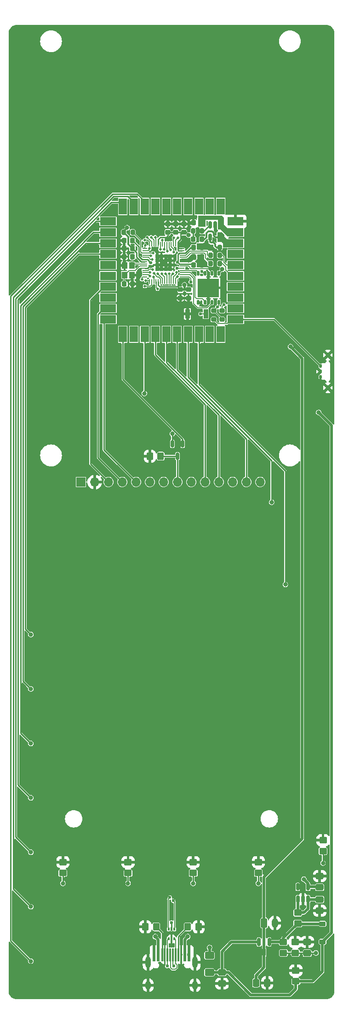
<source format=gbr>
%TF.GenerationSoftware,KiCad,Pcbnew,7.0.5*%
%TF.CreationDate,2023-07-27T14:44:28-03:00*%
%TF.ProjectId,Open_Machinist_Calculator,4f70656e-5f4d-4616-9368-696e6973745f,rev?*%
%TF.SameCoordinates,Original*%
%TF.FileFunction,Copper,L4,Bot*%
%TF.FilePolarity,Positive*%
%FSLAX46Y46*%
G04 Gerber Fmt 4.6, Leading zero omitted, Abs format (unit mm)*
G04 Created by KiCad (PCBNEW 7.0.5) date 2023-07-27 14:44:28*
%MOMM*%
%LPD*%
G01*
G04 APERTURE LIST*
G04 Aperture macros list*
%AMRoundRect*
0 Rectangle with rounded corners*
0 $1 Rounding radius*
0 $2 $3 $4 $5 $6 $7 $8 $9 X,Y pos of 4 corners*
0 Add a 4 corners polygon primitive as box body*
4,1,4,$2,$3,$4,$5,$6,$7,$8,$9,$2,$3,0*
0 Add four circle primitives for the rounded corners*
1,1,$1+$1,$2,$3*
1,1,$1+$1,$4,$5*
1,1,$1+$1,$6,$7*
1,1,$1+$1,$8,$9*
0 Add four rect primitives between the rounded corners*
20,1,$1+$1,$2,$3,$4,$5,0*
20,1,$1+$1,$4,$5,$6,$7,0*
20,1,$1+$1,$6,$7,$8,$9,0*
20,1,$1+$1,$8,$9,$2,$3,0*%
G04 Aperture macros list end*
%TA.AperFunction,SMDPad,CuDef*%
%ADD10RoundRect,0.250000X0.350000X0.450000X-0.350000X0.450000X-0.350000X-0.450000X0.350000X-0.450000X0*%
%TD*%
%TA.AperFunction,SMDPad,CuDef*%
%ADD11RoundRect,0.150000X-0.150000X0.512500X-0.150000X-0.512500X0.150000X-0.512500X0.150000X0.512500X0*%
%TD*%
%TA.AperFunction,ComponentPad*%
%ADD12R,1.700000X1.700000*%
%TD*%
%TA.AperFunction,ComponentPad*%
%ADD13O,1.700000X1.700000*%
%TD*%
%TA.AperFunction,SMDPad,CuDef*%
%ADD14RoundRect,0.225000X-0.250000X0.225000X-0.250000X-0.225000X0.250000X-0.225000X0.250000X0.225000X0*%
%TD*%
%TA.AperFunction,SMDPad,CuDef*%
%ADD15RoundRect,0.250000X0.450000X-0.350000X0.450000X0.350000X-0.450000X0.350000X-0.450000X-0.350000X0*%
%TD*%
%TA.AperFunction,SMDPad,CuDef*%
%ADD16RoundRect,0.250000X-0.450000X0.350000X-0.450000X-0.350000X0.450000X-0.350000X0.450000X0.350000X0*%
%TD*%
%TA.AperFunction,SMDPad,CuDef*%
%ADD17RoundRect,0.200000X0.275000X-0.200000X0.275000X0.200000X-0.275000X0.200000X-0.275000X-0.200000X0*%
%TD*%
%TA.AperFunction,SMDPad,CuDef*%
%ADD18RoundRect,0.250000X-0.350000X-0.450000X0.350000X-0.450000X0.350000X0.450000X-0.350000X0.450000X0*%
%TD*%
%TA.AperFunction,SMDPad,CuDef*%
%ADD19RoundRect,0.250000X-0.625000X0.400000X-0.625000X-0.400000X0.625000X-0.400000X0.625000X0.400000X0*%
%TD*%
%TA.AperFunction,ComponentPad*%
%ADD20C,1.350000*%
%TD*%
%TA.AperFunction,SMDPad,CuDef*%
%ADD21R,3.000000X1.500000*%
%TD*%
%TA.AperFunction,ComponentPad*%
%ADD22O,1.350000X1.350000*%
%TD*%
%TA.AperFunction,SMDPad,CuDef*%
%ADD23RoundRect,0.200000X-0.200000X-0.275000X0.200000X-0.275000X0.200000X0.275000X-0.200000X0.275000X0*%
%TD*%
%TA.AperFunction,SMDPad,CuDef*%
%ADD24R,0.375000X0.500000*%
%TD*%
%TA.AperFunction,SMDPad,CuDef*%
%ADD25R,0.300000X0.650000*%
%TD*%
%TA.AperFunction,ComponentPad*%
%ADD26RoundRect,0.250000X-0.350000X-0.625000X0.350000X-0.625000X0.350000X0.625000X-0.350000X0.625000X0*%
%TD*%
%TA.AperFunction,ComponentPad*%
%ADD27O,1.200000X1.750000*%
%TD*%
%TA.AperFunction,SMDPad,CuDef*%
%ADD28RoundRect,0.250000X-0.475000X0.337500X-0.475000X-0.337500X0.475000X-0.337500X0.475000X0.337500X0*%
%TD*%
%TA.AperFunction,SMDPad,CuDef*%
%ADD29RoundRect,0.225000X-0.225000X-0.250000X0.225000X-0.250000X0.225000X0.250000X-0.225000X0.250000X0*%
%TD*%
%TA.AperFunction,SMDPad,CuDef*%
%ADD30RoundRect,0.225000X0.225000X0.250000X-0.225000X0.250000X-0.225000X-0.250000X0.225000X-0.250000X0*%
%TD*%
%TA.AperFunction,SMDPad,CuDef*%
%ADD31RoundRect,0.150000X0.150000X-0.512500X0.150000X0.512500X-0.150000X0.512500X-0.150000X-0.512500X0*%
%TD*%
%TA.AperFunction,SMDPad,CuDef*%
%ADD32RoundRect,0.250000X0.475000X-0.337500X0.475000X0.337500X-0.475000X0.337500X-0.475000X-0.337500X0*%
%TD*%
%TA.AperFunction,SMDPad,CuDef*%
%ADD33RoundRect,0.225000X0.250000X-0.225000X0.250000X0.225000X-0.250000X0.225000X-0.250000X-0.225000X0*%
%TD*%
%TA.AperFunction,SMDPad,CuDef*%
%ADD34RoundRect,0.125000X0.125000X-0.262500X0.125000X0.262500X-0.125000X0.262500X-0.125000X-0.262500X0*%
%TD*%
%TA.AperFunction,SMDPad,CuDef*%
%ADD35R,4.000000X3.400000*%
%TD*%
%TA.AperFunction,SMDPad,CuDef*%
%ADD36RoundRect,0.218750X-0.218750X-0.256250X0.218750X-0.256250X0.218750X0.256250X-0.218750X0.256250X0*%
%TD*%
%TA.AperFunction,SMDPad,CuDef*%
%ADD37R,1.500000X3.000000*%
%TD*%
%TA.AperFunction,SMDPad,CuDef*%
%ADD38RoundRect,0.127500X-0.127500X0.172500X-0.127500X-0.172500X0.127500X-0.172500X0.127500X0.172500X0*%
%TD*%
%TA.AperFunction,SMDPad,CuDef*%
%ADD39RoundRect,0.125000X-0.125000X0.175000X-0.125000X-0.175000X0.125000X-0.175000X0.125000X0.175000X0*%
%TD*%
%TA.AperFunction,SMDPad,CuDef*%
%ADD40RoundRect,0.175000X-0.175000X0.275000X-0.175000X-0.275000X0.175000X-0.275000X0.175000X0.275000X0*%
%TD*%
%TA.AperFunction,SMDPad,CuDef*%
%ADD41R,0.600000X2.450000*%
%TD*%
%TA.AperFunction,SMDPad,CuDef*%
%ADD42R,0.300000X2.450000*%
%TD*%
%TA.AperFunction,ComponentPad*%
%ADD43O,1.000000X1.600000*%
%TD*%
%TA.AperFunction,ComponentPad*%
%ADD44O,1.000000X2.100000*%
%TD*%
%TA.AperFunction,SMDPad,CuDef*%
%ADD45O,0.200000X0.875000*%
%TD*%
%TA.AperFunction,SMDPad,CuDef*%
%ADD46O,0.875000X0.200000*%
%TD*%
%TA.AperFunction,SMDPad,CuDef*%
%ADD47R,0.800000X0.800000*%
%TD*%
%TA.AperFunction,SMDPad,CuDef*%
%ADD48RoundRect,0.250000X-0.337500X-0.475000X0.337500X-0.475000X0.337500X0.475000X-0.337500X0.475000X0*%
%TD*%
%TA.AperFunction,SMDPad,CuDef*%
%ADD49R,1.000000X1.150000*%
%TD*%
%TA.AperFunction,SMDPad,CuDef*%
%ADD50RoundRect,0.225000X-0.375000X0.225000X-0.375000X-0.225000X0.375000X-0.225000X0.375000X0.225000X0*%
%TD*%
%TA.AperFunction,SMDPad,CuDef*%
%ADD51R,0.900000X1.700000*%
%TD*%
%TA.AperFunction,SMDPad,CuDef*%
%ADD52RoundRect,0.150000X-0.150000X0.587500X-0.150000X-0.587500X0.150000X-0.587500X0.150000X0.587500X0*%
%TD*%
%TA.AperFunction,ViaPad*%
%ADD53C,0.800000*%
%TD*%
%TA.AperFunction,ViaPad*%
%ADD54C,0.500000*%
%TD*%
%TA.AperFunction,ViaPad*%
%ADD55C,0.600000*%
%TD*%
%TA.AperFunction,Conductor*%
%ADD56C,0.250000*%
%TD*%
%TA.AperFunction,Conductor*%
%ADD57C,0.150000*%
%TD*%
%TA.AperFunction,Conductor*%
%ADD58C,0.300000*%
%TD*%
%TA.AperFunction,Conductor*%
%ADD59C,0.200000*%
%TD*%
%TA.AperFunction,Conductor*%
%ADD60C,0.600000*%
%TD*%
%TA.AperFunction,Conductor*%
%ADD61C,0.500000*%
%TD*%
%TA.AperFunction,Conductor*%
%ADD62C,0.400000*%
%TD*%
G04 APERTURE END LIST*
D10*
%TO.P,R14,1*%
%TO.N,LED*%
X104000000Y-123237500D03*
%TO.P,R14,2*%
%TO.N,GND*%
X102000000Y-123237500D03*
%TD*%
D11*
%TO.P,Q2,3,D*%
%TO.N,LED*%
X107105000Y-123237500D03*
%TO.P,Q2,2,G*%
%TO.N,/MCU/GPIO9*%
X108055000Y-120962500D03*
%TO.P,Q2,1,S*%
%TO.N,VDC*%
X106155000Y-120962500D03*
%TD*%
D12*
%TO.P,J3,1,Pin_1*%
%TO.N,VDC*%
X89325000Y-127975000D03*
D13*
%TO.P,J3,2,Pin_2*%
%TO.N,GND*%
X91865000Y-127975000D03*
%TO.P,J3,3,Pin_3*%
%TO.N,CS*%
X94405000Y-127975000D03*
%TO.P,J3,4,Pin_4*%
%TO.N,RESET*%
X96945000Y-127975000D03*
%TO.P,J3,5,Pin_5*%
%TO.N,DC*%
X99485000Y-127975000D03*
%TO.P,J3,6,Pin_6*%
%TO.N,SDI(MISO)*%
X102025000Y-127975000D03*
%TO.P,J3,7,Pin_7*%
%TO.N,SCK*%
X104565000Y-127975000D03*
%TO.P,J3,8,Pin_8*%
%TO.N,LED*%
X107105000Y-127975000D03*
%TO.P,J3,9,Pin_9*%
%TO.N,SDO(MISO)*%
X109645000Y-127975000D03*
%TO.P,J3,10,Pin_10*%
%TO.N,T_CLK*%
X112185000Y-127975000D03*
%TO.P,J3,11,Pin_11*%
%TO.N,T_CS*%
X114725000Y-127975000D03*
%TO.P,J3,12,Pin_12*%
%TO.N,T_DIN*%
X117265000Y-127975000D03*
%TO.P,J3,13,Pin_13*%
%TO.N,T_DO*%
X119805000Y-127975000D03*
%TO.P,J3,14,Pin_14*%
%TO.N,T_IRQ*%
X122345000Y-127975000D03*
%TD*%
D14*
%TO.P,C6,1*%
%TO.N,VDC*%
X109150000Y-92624994D03*
%TO.P,C6,2*%
%TO.N,GND*%
X109150000Y-94174994D03*
%TD*%
D15*
%TO.P,R3,1*%
%TO.N,COL3*%
X110000000Y-199800000D03*
%TO.P,R3,2*%
%TO.N,GND*%
X110000000Y-197800000D03*
%TD*%
D16*
%TO.P,R10,1*%
%TO.N,Net-(D1-K)*%
X126600000Y-212500000D03*
%TO.P,R10,2*%
%TO.N,ADC_BAT*%
X126600000Y-214500000D03*
%TD*%
D17*
%TO.P,R12,1*%
%TO.N,USBBOOT*%
X113800000Y-98124994D03*
%TO.P,R12,2*%
%TO.N,/MCU/~{QSPI_CS}*%
X113800000Y-96474994D03*
%TD*%
D11*
%TO.P,U4,1,STAT*%
%TO.N,Net-(U4-STAT)*%
X113100000Y-80712494D03*
%TO.P,U4,2,GND*%
%TO.N,GND*%
X114050000Y-80712494D03*
%TO.P,U4,3,VBAT*%
%TO.N,VBAT*%
X115000000Y-80712494D03*
%TO.P,U4,4,VDD*%
%TO.N,+5V*%
X115000000Y-82987494D03*
%TO.P,U4,5,PROG*%
%TO.N,Net-(U4-PROG)*%
X113100000Y-82987494D03*
%TD*%
D15*
%TO.P,R9,1*%
%TO.N,+5V*%
X128900000Y-219700000D03*
%TO.P,R9,2*%
%TO.N,GND*%
X128900000Y-217700000D03*
%TD*%
D18*
%TO.P,R7,1*%
%TO.N,Net-(J1-CC1)*%
X109000000Y-209700000D03*
%TO.P,R7,2*%
%TO.N,GND*%
X111000000Y-209700000D03*
%TD*%
D19*
%TO.P,F1,1*%
%TO.N,/USB-C connector/VUSB_RAW*%
X113000000Y-214950000D03*
%TO.P,F1,2*%
%TO.N,+5V*%
X113000000Y-218050000D03*
%TD*%
D20*
%TO.P,J7,1,Pin_1*%
%TO.N,DC*%
X93550000Y-98099994D03*
D21*
X94300000Y-98099994D03*
D20*
X95050000Y-98099994D03*
D22*
%TO.P,J7,2,Pin_2*%
%TO.N,RESET*%
X93550000Y-96099994D03*
D21*
X94300000Y-96099994D03*
D22*
X95050000Y-96099994D03*
%TO.P,J7,3,Pin_3*%
%TO.N,SDO(MISO)*%
X93550000Y-94099994D03*
D21*
X94300000Y-94099994D03*
D22*
X95050000Y-94099994D03*
%TO.P,J7,4,Pin_4*%
%TO.N,CS*%
X93550000Y-92099994D03*
D21*
X94300000Y-92099994D03*
D22*
X95050000Y-92099994D03*
%TO.P,J7,5,Pin_5*%
%TO.N,SCK*%
X93550000Y-90099994D03*
D21*
X94300000Y-90099994D03*
D22*
X95050000Y-90099994D03*
%TO.P,J7,6,Pin_6*%
%TO.N,SDI(MISO)*%
X93550000Y-88099994D03*
D21*
X94300000Y-88099994D03*
D22*
X95050000Y-88099994D03*
%TO.P,J7,7,Pin_7*%
%TO.N,ROW3*%
X93550000Y-86099994D03*
D21*
X94300000Y-86099994D03*
D22*
X95050000Y-86099994D03*
%TO.P,J7,8,Pin_8*%
%TO.N,ROW4*%
X93550000Y-84099994D03*
D21*
X94300000Y-84099994D03*
D22*
X95050000Y-84099994D03*
%TO.P,J7,9,Pin_9*%
%TO.N,ROW5*%
X93550000Y-82099994D03*
D21*
X94300000Y-82099994D03*
D22*
X95050000Y-82099994D03*
%TO.P,J7,10,Pin_10*%
%TO.N,ROW6*%
X93550000Y-80099994D03*
D21*
X94300000Y-80099994D03*
D22*
X95050000Y-80099994D03*
%TD*%
D23*
%TO.P,R13,1*%
%TO.N,VDC*%
X97225000Y-82099994D03*
%TO.P,R13,2*%
%TO.N,/MCU/~{RESET}*%
X98875000Y-82099994D03*
%TD*%
D15*
%TO.P,R8,1*%
%TO.N,Net-(D1-K)*%
X129250000Y-209100000D03*
%TO.P,R8,2*%
%TO.N,/Power Supply/VIN*%
X129250000Y-207100000D03*
%TD*%
D24*
%TO.P,U1,1,I/O1*%
%TO.N,Net-(J1-DN1)*%
X106537500Y-211850000D03*
D25*
%TO.P,U1,2,GND*%
%TO.N,GND*%
X106000000Y-211925000D03*
D24*
%TO.P,U1,3,I/O2*%
%TO.N,Net-(J1-DP1)*%
X105462500Y-211850000D03*
%TO.P,U1,4,I/O2*%
%TO.N,D+*%
X105462500Y-210150000D03*
D25*
%TO.P,U1,5,VBUS*%
%TO.N,/USB-C connector/VUSB_RAW*%
X106000000Y-210075000D03*
D24*
%TO.P,U1,6,I/O1*%
%TO.N,D-*%
X106537500Y-210150000D03*
%TD*%
D26*
%TO.P,J2,1,Pin_1*%
%TO.N,VBAT*%
X123050000Y-208987500D03*
D27*
%TO.P,J2,2,Pin_2*%
%TO.N,GND*%
X125050000Y-208987500D03*
%TD*%
D28*
%TO.P,C1,1*%
%TO.N,+5V*%
X115300000Y-218062500D03*
%TO.P,C1,2*%
%TO.N,GND*%
X115300000Y-220137500D03*
%TD*%
D29*
%TO.P,C15,1*%
%TO.N,GND*%
X110025000Y-80349994D03*
%TO.P,C15,2*%
%TO.N,VBAT*%
X111575000Y-80349994D03*
%TD*%
D23*
%TO.P,R15,1*%
%TO.N,GND*%
X113225000Y-84849994D03*
%TO.P,R15,2*%
%TO.N,Net-(U4-PROG)*%
X114875000Y-84849994D03*
%TD*%
D30*
%TO.P,C8,1*%
%TO.N,VDC*%
X98825000Y-85099994D03*
%TO.P,C8,2*%
%TO.N,GND*%
X97275000Y-85099994D03*
%TD*%
%TO.P,C12,1*%
%TO.N,Net-(U3-VREG_VOUT)*%
X98825000Y-83599994D03*
%TO.P,C12,2*%
%TO.N,GND*%
X97275000Y-83599994D03*
%TD*%
D15*
%TO.P,R5,1*%
%TO.N,COL5*%
X133900000Y-195800000D03*
%TO.P,R5,2*%
%TO.N,GND*%
X133900000Y-193800000D03*
%TD*%
D31*
%TO.P,U2,1,VIN*%
%TO.N,/Power Supply/VIN*%
X131150000Y-204637500D03*
%TO.P,U2,2,GND*%
%TO.N,GND*%
X130200000Y-204637500D03*
%TO.P,U2,3,CE*%
%TO.N,/Power Supply/VIN*%
X129250000Y-204637500D03*
%TO.P,U2,4,NC*%
%TO.N,unconnected-(U2-NC-Pad4)*%
X129250000Y-202362500D03*
%TO.P,U2,5,VOUT*%
%TO.N,VDC*%
X131150000Y-202362500D03*
%TD*%
D15*
%TO.P,R11,1*%
%TO.N,ADC_BAT*%
X128800000Y-214500000D03*
%TO.P,R11,2*%
%TO.N,GND*%
X128800000Y-212500000D03*
%TD*%
D32*
%TO.P,C2,1*%
%TO.N,ADC_BAT*%
X131000000Y-214537500D03*
%TO.P,C2,2*%
%TO.N,GND*%
X131000000Y-212462500D03*
%TD*%
D17*
%TO.P,R20,1*%
%TO.N,/MCU/~{QSPI_CS}*%
X115300000Y-98124994D03*
%TO.P,R20,2*%
%TO.N,VDC*%
X115300000Y-96474994D03*
%TD*%
D33*
%TO.P,C9,1*%
%TO.N,VDC*%
X105300000Y-82124994D03*
%TO.P,C9,2*%
%TO.N,GND*%
X105300000Y-80574994D03*
%TD*%
D29*
%TO.P,C18,1*%
%TO.N,VDC*%
X110025000Y-86599994D03*
%TO.P,C18,2*%
%TO.N,GND*%
X111575000Y-86599994D03*
%TD*%
D34*
%TO.P,U5,1,~{CS}*%
%TO.N,/MCU/~{QSPI_CS}*%
X114705000Y-94962494D03*
%TO.P,U5,2,DO/IO1*%
%TO.N,/MCU/QSPI_SD1*%
X113435000Y-94962494D03*
%TO.P,U5,3,~{WP}/IO2*%
%TO.N,/MCU/QSPI_SD2*%
X112165000Y-94962494D03*
%TO.P,U5,4,GND*%
%TO.N,GND*%
X110895000Y-94962494D03*
%TO.P,U5,5,DI/IO0*%
%TO.N,/MCU/QSPI_SD0*%
X110895000Y-89637494D03*
%TO.P,U5,6,SCK*%
%TO.N,/MCU/QSPI_SCLK*%
X112165000Y-89637494D03*
%TO.P,U5,7,~{HOLD}/IO3*%
%TO.N,/MCU/QSPI_SD3*%
X113435000Y-89637494D03*
%TO.P,U5,8,VDD*%
%TO.N,VDC*%
X114705000Y-89637494D03*
D35*
%TO.P,U5,9,GND*%
%TO.N,GND*%
X112800000Y-92299994D03*
%TD*%
D36*
%TO.P,D2,1,K*%
%TO.N,Net-(D2-K)*%
X110012500Y-83349994D03*
%TO.P,D2,2,A*%
%TO.N,+5V*%
X111587500Y-83349994D03*
%TD*%
D15*
%TO.P,R1,1*%
%TO.N,COL1*%
X86000000Y-199800000D03*
%TO.P,R1,2*%
%TO.N,GND*%
X86000000Y-197800000D03*
%TD*%
D32*
%TO.P,C4,1*%
%TO.N,VDC*%
X133300000Y-202437500D03*
%TO.P,C4,2*%
%TO.N,GND*%
X133300000Y-200362500D03*
%TD*%
D33*
%TO.P,C10,1*%
%TO.N,VDC*%
X106800000Y-82124994D03*
%TO.P,C10,2*%
%TO.N,GND*%
X106800000Y-80574994D03*
%TD*%
D20*
%TO.P,J6,1,Pin_1*%
%TO.N,ADC_BAT*%
X115050000Y-78099994D03*
D37*
X115050000Y-77349994D03*
D20*
X115050000Y-76599994D03*
D22*
%TO.P,J6,2,Pin_2*%
%TO.N,/MCU/GPIO28*%
X113050000Y-78099994D03*
D37*
X113050000Y-77349994D03*
D22*
X113050000Y-76599994D03*
%TO.P,J6,3,Pin_3*%
%TO.N,/MCU/GPIO27*%
X111050000Y-78099994D03*
D37*
X111050000Y-77349994D03*
D22*
X111050000Y-76599994D03*
%TO.P,J6,4,Pin_4*%
%TO.N,/MCU/GPIO26*%
X109050000Y-78099994D03*
D37*
X109050000Y-77349994D03*
D22*
X109050000Y-76599994D03*
%TO.P,J6,5,Pin_5*%
%TO.N,COL1*%
X107050000Y-78099994D03*
D37*
X107050000Y-77349994D03*
D22*
X107050000Y-76599994D03*
%TO.P,J6,6,Pin_6*%
%TO.N,COL2*%
X105050000Y-78099994D03*
D37*
X105050000Y-77349994D03*
D22*
X105050000Y-76599994D03*
%TO.P,J6,7,Pin_7*%
%TO.N,COL3*%
X103050000Y-78099994D03*
D37*
X103050000Y-77349994D03*
D22*
X103050000Y-76599994D03*
%TO.P,J6,8,Pin_8*%
%TO.N,ROW9*%
X101050000Y-78099994D03*
D37*
X101050000Y-77349994D03*
D22*
X101050000Y-76599994D03*
%TO.P,J6,9,Pin_9*%
%TO.N,ROW8*%
X99050000Y-78099994D03*
D37*
X99050000Y-77349994D03*
D22*
X99050000Y-76599994D03*
%TO.P,J6,10,Pin_10*%
%TO.N,ROW7*%
X97050000Y-78099994D03*
D37*
X97050000Y-77349994D03*
D22*
X97050000Y-76599994D03*
%TD*%
D28*
%TO.P,C3,1*%
%TO.N,/Power Supply/VIN*%
X133300000Y-204662500D03*
%TO.P,C3,2*%
%TO.N,GND*%
X133300000Y-206737500D03*
%TD*%
D38*
%TO.P,SW2,1,A*%
%TO.N,USBBOOT*%
X133465000Y-106660000D03*
%TO.P,SW2,2,B*%
%TO.N,GND*%
X133465000Y-107660000D03*
D39*
%TO.P,SW2,3,C*%
%TO.N,unconnected-(SW2-C-Pad3)*%
X133465000Y-108660000D03*
D40*
%TO.P,SW2,4,4*%
%TO.N,GND*%
X134820000Y-104660000D03*
%TO.P,SW2,5,4*%
X134820000Y-110660000D03*
%TD*%
D10*
%TO.P,R6,1*%
%TO.N,Net-(J1-CC2)*%
X103200000Y-209700000D03*
%TO.P,R6,2*%
%TO.N,GND*%
X101200000Y-209700000D03*
%TD*%
D23*
%TO.P,R19,1*%
%TO.N,/MCU/D_+*%
X113225000Y-87849994D03*
%TO.P,R19,2*%
%TO.N,D+*%
X114875000Y-87849994D03*
%TD*%
D15*
%TO.P,R2,1*%
%TO.N,COL2*%
X98000000Y-199800000D03*
%TO.P,R2,2*%
%TO.N,GND*%
X98000000Y-197800000D03*
%TD*%
D33*
%TO.P,C11,1*%
%TO.N,VDC*%
X108300000Y-82124994D03*
%TO.P,C11,2*%
%TO.N,GND*%
X108300000Y-80574994D03*
%TD*%
D20*
%TO.P,J5,1,Pin_1*%
%TO.N,ROW1*%
X115050000Y-101599994D03*
D37*
X115050000Y-100849994D03*
D20*
X115050000Y-100099994D03*
D22*
%TO.P,J5,2,Pin_2*%
%TO.N,COL5*%
X113050000Y-101599994D03*
D37*
X113050000Y-100849994D03*
D22*
X113050000Y-100099994D03*
%TO.P,J5,3,Pin_3*%
%TO.N,ROW2*%
X111050000Y-101599994D03*
D37*
X111050000Y-100849994D03*
D22*
X111050000Y-100099994D03*
%TO.P,J5,4,Pin_4*%
%TO.N,COL4*%
X109050000Y-101599994D03*
D37*
X109050000Y-100849994D03*
D22*
X109050000Y-100099994D03*
%TO.P,J5,5,Pin_5*%
%TO.N,T_DO*%
X107050000Y-101599994D03*
D37*
X107050000Y-100849994D03*
D22*
X107050000Y-100099994D03*
%TO.P,J5,6,Pin_6*%
%TO.N,T_CS*%
X105050000Y-101599994D03*
D37*
X105050000Y-100849994D03*
D22*
X105050000Y-100099994D03*
%TO.P,J5,7,Pin_7*%
%TO.N,T_CLK*%
X103050000Y-101599994D03*
D37*
X103050000Y-100849994D03*
D22*
X103050000Y-100099994D03*
%TO.P,J5,8,Pin_8*%
%TO.N,T_DIN*%
X101050000Y-101599994D03*
D37*
X101050000Y-100849994D03*
D22*
X101050000Y-100099994D03*
%TO.P,J5,9,Pin_9*%
%TO.N,T_IRQ*%
X99050000Y-101599994D03*
D37*
X99050000Y-100849994D03*
D22*
X99050000Y-100099994D03*
%TO.P,J5,10,Pin_10*%
%TO.N,/MCU/GPIO9*%
X97050000Y-101599994D03*
D37*
X97050000Y-100849994D03*
D22*
X97050000Y-100099994D03*
%TD*%
D41*
%TO.P,J1,1,GND*%
%TO.N,GND*%
X109245000Y-214825000D03*
%TO.P,J1,2,VBUS*%
%TO.N,/USB-C connector/VUSB_RAW*%
X108470000Y-214825000D03*
D42*
%TO.P,J1,3,SBU2*%
%TO.N,GND*%
X107770000Y-214825000D03*
%TO.P,J1,4,CC1*%
%TO.N,Net-(J1-CC1)*%
X107270000Y-214825000D03*
%TO.P,J1,5,DN2*%
%TO.N,Net-(J1-DN1)*%
X106770000Y-214825000D03*
%TO.P,J1,6,DP1*%
%TO.N,Net-(J1-DP1)*%
X106270000Y-214825000D03*
%TO.P,J1,7,DN1*%
%TO.N,Net-(J1-DN1)*%
X105770000Y-214825000D03*
%TO.P,J1,8,DP2*%
%TO.N,Net-(J1-DP1)*%
X105270000Y-214825000D03*
%TO.P,J1,9,SBU1*%
%TO.N,GND*%
X104770000Y-214825000D03*
%TO.P,J1,10,CC2*%
%TO.N,Net-(J1-CC2)*%
X104270000Y-214825000D03*
D41*
%TO.P,J1,11,VBUS*%
%TO.N,/USB-C connector/VUSB_RAW*%
X103570000Y-214825000D03*
%TO.P,J1,12,GND*%
%TO.N,GND*%
X102795000Y-214825000D03*
D43*
%TO.P,J1,13,SHIELD*%
X110340000Y-220420000D03*
D44*
X110340000Y-216240000D03*
D43*
X101700000Y-220420000D03*
D44*
X101700000Y-216240000D03*
%TD*%
D45*
%TO.P,U3,1,IOVDD*%
%TO.N,VDC*%
X107150000Y-91137494D03*
%TO.P,U3,2,GPIO0*%
%TO.N,ROW1*%
X106750000Y-91137494D03*
%TO.P,U3,3,GPIO1*%
%TO.N,COL5*%
X106350000Y-91137494D03*
%TO.P,U3,4,GPIO2*%
%TO.N,ROW2*%
X105950000Y-91137494D03*
%TO.P,U3,5,GPIO3*%
%TO.N,COL4*%
X105550000Y-91137494D03*
%TO.P,U3,6,GPIO4*%
%TO.N,T_DO*%
X105150000Y-91137494D03*
%TO.P,U3,7,GPIO5*%
%TO.N,T_CS*%
X104750000Y-91137494D03*
%TO.P,U3,8,GPIO6*%
%TO.N,T_CLK*%
X104350000Y-91137494D03*
%TO.P,U3,9,GPIO7*%
%TO.N,T_DIN*%
X103950000Y-91137494D03*
%TO.P,U3,10,IOVDD*%
%TO.N,VDC*%
X103550000Y-91137494D03*
%TO.P,U3,11,GPIO8*%
%TO.N,T_IRQ*%
X103150000Y-91137494D03*
%TO.P,U3,12,GPIO9*%
%TO.N,/MCU/GPIO9*%
X102750000Y-91137494D03*
%TO.P,U3,13,GPIO10*%
%TO.N,DC*%
X102350000Y-91137494D03*
%TO.P,U3,14,GPIO11*%
%TO.N,RESET*%
X101950000Y-91137494D03*
D46*
%TO.P,U3,15,GPIO12*%
%TO.N,SDO(MISO)*%
X101112500Y-90299994D03*
%TO.P,U3,16,GPIO13*%
%TO.N,CS*%
X101112500Y-89899994D03*
%TO.P,U3,17,GPIO14*%
%TO.N,SCK*%
X101112500Y-89499994D03*
%TO.P,U3,18,GPIO15*%
%TO.N,SDI(MISO)*%
X101112500Y-89099994D03*
%TO.P,U3,19,TESTEN*%
%TO.N,GND*%
X101112500Y-88699994D03*
%TO.P,U3,20,XIN*%
%TO.N,Net-(U3-XIN)*%
X101112500Y-88299994D03*
%TO.P,U3,21,XOUT*%
%TO.N,Net-(U3-XOUT)*%
X101112500Y-87899994D03*
%TO.P,U3,22,IOVDD*%
%TO.N,VDC*%
X101112500Y-87499994D03*
%TO.P,U3,23,DVDD*%
%TO.N,Net-(U3-VREG_VOUT)*%
X101112500Y-87099994D03*
%TO.P,U3,24,SWCLK*%
%TO.N,/MCU/SWCLK*%
X101112500Y-86699994D03*
%TO.P,U3,25,SWDIO*%
%TO.N,/MCU/SWDIO*%
X101112500Y-86299994D03*
%TO.P,U3,26,RUN*%
%TO.N,/MCU/~{RESET}*%
X101112500Y-85899994D03*
%TO.P,U3,27,GPIO16*%
%TO.N,ROW3*%
X101112500Y-85499994D03*
%TO.P,U3,28,GPIO17*%
%TO.N,ROW4*%
X101112500Y-85099994D03*
D45*
%TO.P,U3,29,GPIO18*%
%TO.N,ROW5*%
X101950000Y-84262494D03*
%TO.P,U3,30,GPIO19*%
%TO.N,ROW6*%
X102350000Y-84262494D03*
%TO.P,U3,31,GPIO20*%
%TO.N,ROW7*%
X102750000Y-84262494D03*
%TO.P,U3,32,GPIO21*%
%TO.N,ROW8*%
X103150000Y-84262494D03*
%TO.P,U3,33,IOVDD*%
%TO.N,VDC*%
X103550000Y-84262494D03*
%TO.P,U3,34,GPIO22*%
%TO.N,ROW9*%
X103950000Y-84262494D03*
%TO.P,U3,35,GPIO23*%
%TO.N,COL3*%
X104350000Y-84262494D03*
%TO.P,U3,36,GPIO24*%
%TO.N,COL2*%
X104750000Y-84262494D03*
%TO.P,U3,37,GPIO25*%
%TO.N,COL1*%
X105150000Y-84262494D03*
%TO.P,U3,38,GPIO26*%
%TO.N,/MCU/GPIO26*%
X105550000Y-84262494D03*
%TO.P,U3,39,GPIO27*%
%TO.N,/MCU/GPIO27*%
X105950000Y-84262494D03*
%TO.P,U3,40,GPIO28*%
%TO.N,/MCU/GPIO28*%
X106350000Y-84262494D03*
%TO.P,U3,41,GPIO29*%
%TO.N,ADC_BAT*%
X106750000Y-84262494D03*
%TO.P,U3,42,IOVDD*%
%TO.N,VDC*%
X107150000Y-84262494D03*
D46*
%TO.P,U3,43,ADC_AVDD*%
X107987500Y-85099994D03*
%TO.P,U3,44,VREG_VIN*%
X107987500Y-85499994D03*
%TO.P,U3,45,VREG_VOUT*%
%TO.N,Net-(U3-VREG_VOUT)*%
X107987500Y-85899994D03*
%TO.P,U3,46,USB_D-*%
%TO.N,/MCU/D_-*%
X107987500Y-86299994D03*
%TO.P,U3,47,USB_D+*%
%TO.N,/MCU/D_+*%
X107987500Y-86699994D03*
%TO.P,U3,48,USB_VDD*%
%TO.N,VDC*%
X107987500Y-87099994D03*
%TO.P,U3,49,IOVDD*%
X107987500Y-87499994D03*
%TO.P,U3,50,DVDD*%
%TO.N,Net-(U3-VREG_VOUT)*%
X107987500Y-87899994D03*
%TO.P,U3,51,QSPI_SD3*%
%TO.N,/MCU/QSPI_SD3*%
X107987500Y-88299994D03*
%TO.P,U3,52,QSPI_SCLK*%
%TO.N,/MCU/QSPI_SCLK*%
X107987500Y-88699994D03*
%TO.P,U3,53,QSPI_SD0*%
%TO.N,/MCU/QSPI_SD0*%
X107987500Y-89099994D03*
%TO.P,U3,54,QSPI_SD2*%
%TO.N,/MCU/QSPI_SD2*%
X107987500Y-89499994D03*
%TO.P,U3,55,QSPI_SD1*%
%TO.N,/MCU/QSPI_SD1*%
X107987500Y-89899994D03*
%TO.P,U3,56,~{QSPI_CS}*%
%TO.N,/MCU/~{QSPI_CS}*%
X107987500Y-90299994D03*
D47*
%TO.P,U3,57,GND*%
%TO.N,GND*%
X103350000Y-88899994D03*
X104150000Y-88899994D03*
X104950000Y-88899994D03*
X105750000Y-88899994D03*
X103350000Y-88099994D03*
X104150000Y-88099994D03*
X104950000Y-88099994D03*
X105750000Y-88099994D03*
X103350000Y-87299994D03*
X104150000Y-87299994D03*
X104950000Y-87299994D03*
X105750000Y-87299994D03*
X103350000Y-86499994D03*
X104150000Y-86499994D03*
X104950000Y-86499994D03*
X105750000Y-86499994D03*
%TD*%
D15*
%TO.P,R4,1*%
%TO.N,COL4*%
X122000000Y-199800000D03*
%TO.P,R4,2*%
%TO.N,GND*%
X122000000Y-197800000D03*
%TD*%
D14*
%TO.P,C7,1*%
%TO.N,VDC*%
X107650000Y-92624994D03*
%TO.P,C7,2*%
%TO.N,GND*%
X107650000Y-94174994D03*
%TD*%
D29*
%TO.P,C16,1*%
%TO.N,Net-(U3-XIN)*%
X97275000Y-91599994D03*
%TO.P,C16,2*%
%TO.N,GND*%
X98825000Y-91599994D03*
%TD*%
%TO.P,C14,1*%
%TO.N,Net-(U3-VREG_VOUT)*%
X110025000Y-84849994D03*
%TO.P,C14,2*%
%TO.N,GND*%
X111575000Y-84849994D03*
%TD*%
%TO.P,C13,1*%
%TO.N,Net-(U3-VREG_VOUT)*%
X110025000Y-88099994D03*
%TO.P,C13,2*%
%TO.N,GND*%
X111575000Y-88099994D03*
%TD*%
D48*
%TO.P,C5,1*%
%TO.N,VBAT*%
X121562500Y-220000000D03*
%TO.P,C5,2*%
%TO.N,GND*%
X123637500Y-220000000D03*
%TD*%
D49*
%TO.P,Y1,1,1*%
%TO.N,Net-(U3-XOUT)*%
X98750000Y-88224994D03*
%TO.P,Y1,2,2*%
%TO.N,GND*%
X98750000Y-89974994D03*
%TO.P,Y1,3,3*%
%TO.N,Net-(U3-XIN)*%
X97350000Y-89974994D03*
%TO.P,Y1,4,4*%
%TO.N,GND*%
X97350000Y-88224994D03*
%TD*%
D23*
%TO.P,R18,1*%
%TO.N,/MCU/D_-*%
X113225000Y-86349994D03*
%TO.P,R18,2*%
%TO.N,D-*%
X114875000Y-86349994D03*
%TD*%
D20*
%TO.P,J4,1,Pin_1*%
%TO.N,USBBOOT*%
X117050000Y-98099994D03*
D21*
X117800000Y-98099994D03*
D20*
X118550000Y-98099994D03*
D22*
%TO.P,J4,2,Pin_2*%
%TO.N,/MCU/~{RESET}*%
X117050000Y-96099994D03*
D21*
X117800000Y-96099994D03*
D22*
X118550000Y-96099994D03*
%TO.P,J4,3,Pin_3*%
%TO.N,/MCU/SWCLK*%
X117050000Y-94099994D03*
D21*
X117800000Y-94099994D03*
D22*
X118550000Y-94099994D03*
%TO.P,J4,4,Pin_4*%
%TO.N,/MCU/SWDIO*%
X117050000Y-92099994D03*
D21*
X117800000Y-92099994D03*
D22*
X118550000Y-92099994D03*
%TO.P,J4,5,Pin_5*%
%TO.N,D+*%
X117050000Y-90099994D03*
D21*
X117800000Y-90099994D03*
D22*
X118550000Y-90099994D03*
%TO.P,J4,6,Pin_6*%
%TO.N,D-*%
X117050000Y-88099994D03*
D21*
X117800000Y-88099994D03*
D22*
X118550000Y-88099994D03*
%TO.P,J4,7,Pin_7*%
%TO.N,VDC*%
X117050000Y-86099994D03*
D21*
X117800000Y-86099994D03*
D22*
X118550000Y-86099994D03*
%TO.P,J4,8,Pin_8*%
%TO.N,+5V*%
X117050000Y-84099994D03*
D21*
X117800000Y-84099994D03*
D22*
X118550000Y-84099994D03*
%TO.P,J4,9,Pin_9*%
%TO.N,VBAT*%
X117050000Y-82099994D03*
D21*
X117800000Y-82099994D03*
D22*
X118550000Y-82099994D03*
%TO.P,J4,10,Pin_10*%
%TO.N,GND*%
X117050000Y-80099994D03*
D21*
X117800000Y-80099994D03*
D22*
X118550000Y-80099994D03*
%TD*%
D50*
%TO.P,D1,1,K*%
%TO.N,Net-(D1-K)*%
X133800000Y-209150000D03*
%TO.P,D1,2,A*%
%TO.N,+5V*%
X133800000Y-212450000D03*
%TD*%
D51*
%TO.P,SW1,1,A*%
%TO.N,GND*%
X108950000Y-97099994D03*
%TO.P,SW1,2,B*%
%TO.N,/MCU/~{RESET}*%
X112350000Y-97099994D03*
%TD*%
D30*
%TO.P,C17,1*%
%TO.N,Net-(U3-XOUT)*%
X98825000Y-86599994D03*
%TO.P,C17,2*%
%TO.N,GND*%
X97275000Y-86599994D03*
%TD*%
D52*
%TO.P,Q1,1,G*%
%TO.N,+5V*%
X122100000Y-212500000D03*
%TO.P,Q1,2,S*%
%TO.N,Net-(D1-K)*%
X124000000Y-212500000D03*
%TO.P,Q1,3,D*%
%TO.N,VBAT*%
X123050000Y-214375000D03*
%TD*%
D23*
%TO.P,R17,1*%
%TO.N,Net-(D2-K)*%
X109975000Y-81849994D03*
%TO.P,R17,2*%
%TO.N,Net-(U4-STAT)*%
X111625000Y-81849994D03*
%TD*%
D53*
%TO.N,VDC*%
X106155000Y-119100000D03*
D54*
%TO.N,COL1*%
X105250000Y-85599994D03*
D53*
X86000000Y-201700000D03*
%TO.N,COL4*%
X124435000Y-131700000D03*
X122000000Y-201700000D03*
D54*
X105600000Y-89699994D03*
%TO.N,COL5*%
X106900000Y-89499994D03*
D53*
X133900000Y-198000000D03*
D54*
%TO.N,COL2*%
X104650000Y-85199994D03*
D53*
X98000000Y-201700000D03*
%TO.N,COL3*%
X110000000Y-201700000D03*
D54*
X104350000Y-83524994D03*
%TO.N,ROW1*%
X107060876Y-90260870D03*
D53*
%TO.N,ROW2*%
X126975000Y-146800000D03*
D54*
X106250000Y-89699994D03*
%TO.N,ROW3*%
X101950000Y-85099994D03*
D53*
X80100000Y-156000000D03*
D54*
%TO.N,ROW4*%
X101150000Y-84499994D03*
D53*
X80100000Y-166000000D03*
D54*
%TO.N,ROW5*%
X101050000Y-83549994D03*
D53*
X80100000Y-176000000D03*
D54*
%TO.N,ROW6*%
X101550000Y-83049994D03*
D53*
X80100000Y-186000000D03*
D54*
%TO.N,ROW7*%
X102250000Y-82999994D03*
D53*
X80100000Y-196000000D03*
%TO.N,ROW8*%
X80100000Y-206000000D03*
D54*
X103000000Y-82999994D03*
%TO.N,ROW9*%
X103950000Y-85199994D03*
D53*
X80100000Y-216000000D03*
D55*
%TO.N,GND*%
X111735000Y-208000000D03*
X107300000Y-95199994D03*
X103150000Y-95399994D03*
X111550000Y-91099994D03*
X109450000Y-95199994D03*
X115450000Y-93099994D03*
X114174265Y-81775729D03*
X109850000Y-97099994D03*
X112800000Y-91099994D03*
X114050000Y-93099994D03*
X110850000Y-87349994D03*
X105550000Y-88699994D03*
X112800000Y-93099994D03*
X102650000Y-92199994D03*
X111450000Y-95399994D03*
X103550000Y-88699994D03*
X114050000Y-91099994D03*
X109175000Y-80574994D03*
X111550000Y-93099994D03*
X103550000Y-86849994D03*
X104500000Y-81149994D03*
X103250000Y-93299994D03*
X105550000Y-86849994D03*
X112400000Y-84849994D03*
X104550000Y-87599994D03*
X115450000Y-91099994D03*
X100000000Y-90249994D03*
D53*
%TO.N,/USB-C connector/VUSB_RAW*%
X109000000Y-211500000D03*
X113000000Y-213500000D03*
X103000000Y-211500000D03*
D55*
X106000000Y-208900000D03*
D54*
%TO.N,CS*%
X102050000Y-90149994D03*
%TO.N,RESET*%
X101250000Y-90949994D03*
%TO.N,DC*%
X101100000Y-91999994D03*
%TO.N,SDI(MISO)*%
X102500000Y-88949994D03*
%TO.N,SCK*%
X102050000Y-89449994D03*
%TO.N,SDO(MISO)*%
X100550000Y-90749994D03*
%TO.N,T_CLK*%
X103500000Y-89699994D03*
%TO.N,T_CS*%
X104200000Y-89749994D03*
%TO.N,T_DIN*%
X102771114Y-89657766D03*
D53*
X101000000Y-111700000D03*
D54*
%TO.N,T_DO*%
X104900000Y-89749994D03*
%TO.N,T_IRQ*%
X103450000Y-92499994D03*
%TO.N,ADC_BAT*%
X107150000Y-83099994D03*
D53*
X132600000Y-214500000D03*
D55*
%TO.N,D-*%
X106300521Y-204900521D03*
%TO.N,D+*%
X105699479Y-204299479D03*
D53*
%TO.N,+5V*%
X133100000Y-115200000D03*
%TO.N,VBAT*%
X127900000Y-103100000D03*
D55*
%TO.N,Net-(U3-VREG_VOUT)*%
X107110680Y-87607858D03*
X102150000Y-87699994D03*
%TO.N,Net-(J1-DP1)*%
X105200000Y-216900000D03*
X106400000Y-216900000D03*
D54*
%TO.N,/MCU/~{RESET}*%
X102581302Y-85944873D03*
D55*
X111350000Y-97099994D03*
D54*
%TO.N,/MCU/SWCLK*%
X102419232Y-87053837D03*
%TO.N,/MCU/SWDIO*%
X102169730Y-86447972D03*
%TO.N,/MCU/GPIO28*%
X106450000Y-83099994D03*
%TO.N,/MCU/GPIO27*%
X106450000Y-85699994D03*
%TO.N,/MCU/GPIO26*%
X105850000Y-85299994D03*
D55*
%TO.N,/MCU/~{QSPI_CS}*%
X109525000Y-91199994D03*
X114462500Y-95812494D03*
%TO.N,/MCU/QSPI_SCLK*%
X107050000Y-88699994D03*
X111600000Y-89324994D03*
D53*
%TO.N,VDC*%
X109150000Y-87224994D03*
X97829977Y-81279971D03*
X115350000Y-88899994D03*
X109157966Y-82599994D03*
D55*
X115650000Y-95399994D03*
D53*
X108400000Y-91749994D03*
X130370000Y-200960000D03*
D54*
%TO.N,/MCU/GPIO9*%
X102700000Y-90349994D03*
%TD*%
D56*
%TO.N,/MCU/GPIO9*%
X108055000Y-120116116D02*
X108055000Y-120962500D01*
X97050000Y-109111116D02*
X108055000Y-120116116D01*
X97050000Y-101599994D02*
X97050000Y-109111116D01*
%TO.N,LED*%
X104000000Y-123237500D02*
X107105000Y-123237500D01*
X107105000Y-123237500D02*
X107105000Y-127975000D01*
%TO.N,VDC*%
X106155000Y-119100000D02*
X106155000Y-120962500D01*
D57*
%TO.N,COL1*%
X105150000Y-85499994D02*
X105250000Y-85599994D01*
D56*
X86000000Y-201700000D02*
X86000000Y-199800000D01*
D57*
X105150000Y-84262494D02*
X105150000Y-85499994D01*
%TO.N,COL4*%
X105550000Y-89749994D02*
X105600000Y-89699994D01*
D56*
X109050000Y-101599994D02*
X109050000Y-108686396D01*
X122000000Y-201700000D02*
X122000000Y-199800000D01*
X109050000Y-108686396D02*
X109231802Y-108868198D01*
X124435000Y-124071396D02*
X109231802Y-108868198D01*
X124435000Y-131700000D02*
X124435000Y-124071396D01*
D57*
X105550000Y-91137494D02*
X105550000Y-89749994D01*
%TO.N,COL5*%
X106900000Y-89499994D02*
X106900000Y-89749994D01*
X106350000Y-90299994D02*
X106350000Y-91137494D01*
X106900000Y-89749994D02*
X106350000Y-90299994D01*
D56*
X133900000Y-198000000D02*
X133900000Y-195800000D01*
D57*
%TO.N,COL2*%
X104750000Y-84262494D02*
X104750000Y-85099994D01*
D56*
X98000000Y-201700000D02*
X98000000Y-199800000D01*
D57*
X104750000Y-85099994D02*
X104650000Y-85199994D01*
%TO.N,COL3*%
X104350000Y-84262494D02*
X104350000Y-83524994D01*
D56*
X110000000Y-201700000D02*
X110000000Y-199800000D01*
D57*
%TO.N,ROW1*%
X106750000Y-90571746D02*
X107060876Y-90260870D01*
X106750000Y-91137494D02*
X106750000Y-90571746D01*
D56*
%TO.N,ROW2*%
X111050000Y-110050000D02*
X111400000Y-110400000D01*
X111050000Y-101599994D02*
X111050000Y-110050000D01*
X126975000Y-146800000D02*
X126975000Y-125975000D01*
D57*
X106250000Y-89749994D02*
X105950000Y-90049994D01*
X106250000Y-89699994D02*
X106250000Y-89749994D01*
X105950000Y-90049994D02*
X105950000Y-91137494D01*
D56*
X126975000Y-125975000D02*
X111400000Y-110400000D01*
%TO.N,ROW3*%
X93550000Y-86099994D02*
X88900006Y-86099994D01*
D57*
X101650000Y-85499994D02*
X101112500Y-85499994D01*
X101950000Y-85199994D02*
X101650000Y-85499994D01*
X101950000Y-85099994D02*
X101950000Y-85199994D01*
D56*
X79100000Y-95900000D02*
X79100000Y-155000000D01*
X88585000Y-86415000D02*
X79100000Y-95900000D01*
X79100000Y-155000000D02*
X80100000Y-156000000D01*
X88900006Y-86099994D02*
X88585000Y-86415000D01*
%TO.N,ROW4*%
X78650000Y-164550000D02*
X80100000Y-166000000D01*
X90106802Y-84256802D02*
X78650000Y-95713604D01*
X78650000Y-95713604D02*
X78650000Y-164550000D01*
X93550000Y-84099994D02*
X90263610Y-84099994D01*
X90263610Y-84099994D02*
X90106802Y-84256802D01*
D57*
X101112500Y-84537494D02*
X101150000Y-84499994D01*
X101112500Y-85099994D02*
X101112500Y-84537494D01*
D56*
%TO.N,ROW5*%
X78200000Y-174100000D02*
X80100000Y-176000000D01*
X91423604Y-82303604D02*
X78200000Y-95527208D01*
X91627214Y-82099994D02*
X91423604Y-82303604D01*
X78200000Y-95527208D02*
X78200000Y-174100000D01*
D57*
X101950000Y-84262494D02*
X101950000Y-83874286D01*
X101625708Y-83549994D02*
X101050000Y-83549994D01*
D56*
X93550000Y-82099994D02*
X91627214Y-82099994D01*
D57*
X101950000Y-83874286D02*
X101625708Y-83549994D01*
D56*
%TO.N,ROW6*%
X92086402Y-80099994D02*
X93550000Y-80099994D01*
X77750000Y-183650000D02*
X77750000Y-94436396D01*
X77750000Y-94436396D02*
X92086402Y-80099994D01*
X80100000Y-186000000D02*
X77750000Y-183650000D01*
D57*
X102350000Y-83849994D02*
X101550000Y-83049994D01*
X102350000Y-84262494D02*
X102350000Y-83849994D01*
D56*
%TO.N,ROW7*%
X77300000Y-193200000D02*
X77300000Y-94250000D01*
D57*
X102750000Y-83499994D02*
X102250000Y-82999994D01*
D56*
X77300000Y-94250000D02*
X94950006Y-76599994D01*
D57*
X102750000Y-84262494D02*
X102750000Y-83499994D01*
D56*
X80100000Y-196000000D02*
X77300000Y-193200000D01*
X94950006Y-76599994D02*
X97050000Y-76599994D01*
%TO.N,ROW8*%
X95325006Y-75524994D02*
X97975000Y-75524994D01*
D57*
X103150000Y-84262494D02*
X103150000Y-83149994D01*
X103150000Y-83149994D02*
X103000000Y-82999994D01*
D56*
X80100000Y-206000000D02*
X76850000Y-202750000D01*
X76850000Y-94000000D02*
X95325006Y-75524994D01*
X97975000Y-75524994D02*
X99050000Y-76599994D01*
X76850000Y-202750000D02*
X76850000Y-94000000D01*
%TO.N,ROW9*%
X101050000Y-76449994D02*
X101050000Y-76599994D01*
X76400000Y-93813604D02*
X95138610Y-75074994D01*
X99675000Y-75074994D02*
X101050000Y-76449994D01*
X80100000Y-216000000D02*
X76400000Y-212300000D01*
X95138610Y-75074994D02*
X99675000Y-75074994D01*
X76400000Y-212300000D02*
X76400000Y-93813604D01*
D57*
X103950000Y-84262494D02*
X103950000Y-85199994D01*
D58*
%TO.N,GND*%
X98750000Y-91524994D02*
X98825000Y-91599994D01*
D57*
X112800000Y-92299994D02*
X113600000Y-93099994D01*
D59*
X110895000Y-94962494D02*
X111012500Y-94962494D01*
D56*
X110850000Y-87349994D02*
X110850000Y-87324994D01*
D58*
X98750000Y-89974994D02*
X98750000Y-91524994D01*
X105300000Y-80574994D02*
X108300000Y-80574994D01*
D59*
X111012500Y-94962494D02*
X111450000Y-95399994D01*
D57*
X113600000Y-93099994D02*
X114050000Y-93099994D01*
D58*
X109800000Y-80574994D02*
X110025000Y-80349994D01*
D56*
X101604996Y-88699994D02*
X101954996Y-88349994D01*
D58*
X108300000Y-80574994D02*
X109175000Y-80574994D01*
D60*
X114050000Y-80712494D02*
X114050000Y-81651464D01*
D58*
X97350000Y-83674994D02*
X97275000Y-83599994D01*
X109175000Y-80574994D02*
X109800000Y-80574994D01*
X111575000Y-86599994D02*
X111575000Y-88099994D01*
X113225000Y-84849994D02*
X112400000Y-84849994D01*
X112400000Y-84849994D02*
X111575000Y-84849994D01*
D60*
X114050000Y-81651464D02*
X114174265Y-81775729D01*
D56*
X101954996Y-88349994D02*
X102200000Y-88349994D01*
D58*
X97350000Y-88224994D02*
X97350000Y-83674994D01*
D56*
X110850000Y-87324994D02*
X111575000Y-86599994D01*
X101112500Y-88699994D02*
X101604996Y-88699994D01*
%TO.N,Net-(D1-K)*%
X129300000Y-209150000D02*
X129250000Y-209100000D01*
D61*
X133800000Y-209150000D02*
X129300000Y-209150000D01*
X126600000Y-211750000D02*
X129250000Y-209100000D01*
X124000000Y-212500000D02*
X126600000Y-212500000D01*
X126600000Y-212500000D02*
X126600000Y-211750000D01*
%TO.N,/USB-C connector/VUSB_RAW*%
X108470000Y-212030000D02*
X109000000Y-211500000D01*
D56*
X106000000Y-208900000D02*
X106000000Y-210075000D01*
D61*
X113000000Y-213500000D02*
X113000000Y-214950000D01*
X103570000Y-212070000D02*
X103000000Y-211500000D01*
X103570000Y-214825000D02*
X103570000Y-212070000D01*
X108470000Y-214825000D02*
X108470000Y-212030000D01*
D56*
%TO.N,CS*%
X93550000Y-92099994D02*
X91075000Y-94574994D01*
D57*
X101112500Y-89899994D02*
X101800000Y-89899994D01*
D56*
X91075000Y-124645000D02*
X91075000Y-94750000D01*
X91075000Y-94574994D02*
X91075000Y-94750000D01*
D57*
X101800000Y-89899994D02*
X102050000Y-90149994D01*
D56*
X94405000Y-127975000D02*
X91075000Y-124645000D01*
D57*
%TO.N,RESET*%
X101762500Y-90949994D02*
X101950000Y-91137494D01*
D56*
X93550000Y-96099994D02*
X92475000Y-97174994D01*
D57*
X101250000Y-90949994D02*
X101762500Y-90949994D01*
D56*
X92475000Y-97174994D02*
X92475000Y-123505000D01*
X92475000Y-123505000D02*
X96945000Y-127975000D01*
%TO.N,DC*%
X93550000Y-122040000D02*
X99485000Y-127975000D01*
D57*
X102350000Y-91749994D02*
X102350000Y-91137494D01*
D56*
X93550000Y-98099994D02*
X93550000Y-122040000D01*
D57*
X101100000Y-91999994D02*
X102100000Y-91999994D01*
X102100000Y-91999994D02*
X102350000Y-91749994D01*
%TO.N,SDI(MISO)*%
X101112500Y-89099994D02*
X101700000Y-89099994D01*
X102450000Y-88899994D02*
X102500000Y-88949994D01*
X101900000Y-88899994D02*
X102450000Y-88899994D01*
X101700000Y-89099994D02*
X101900000Y-88899994D01*
%TO.N,SCK*%
X101112500Y-89499994D02*
X102000000Y-89499994D01*
X102000000Y-89499994D02*
X102050000Y-89449994D01*
%TO.N,SDO(MISO)*%
X100650000Y-90299994D02*
X100550000Y-90399994D01*
X100550000Y-90399994D02*
X100550000Y-90749994D01*
X101112500Y-90299994D02*
X100650000Y-90299994D01*
%TO.N,T_CLK*%
X104350000Y-91137494D02*
X104350000Y-90603011D01*
D56*
X112185000Y-113730584D02*
X103302208Y-104847792D01*
X103050000Y-101599994D02*
X103050000Y-104595584D01*
X103050000Y-104595584D02*
X103302208Y-104847792D01*
X112185000Y-127975000D02*
X112185000Y-113730584D01*
D57*
X104350000Y-90603011D02*
X103500000Y-89753011D01*
X103500000Y-89753011D02*
X103500000Y-89699994D01*
D56*
%TO.N,T_CS*%
X105050000Y-105959188D02*
X105195406Y-106104594D01*
X114725000Y-115634188D02*
X105195406Y-106104594D01*
X114725000Y-127975000D02*
X114725000Y-115634188D01*
D57*
X104750000Y-90325005D02*
X104124989Y-89699994D01*
D56*
X105050000Y-101599994D02*
X105050000Y-105959188D01*
D57*
X104750000Y-91137494D02*
X104750000Y-90325005D01*
%TO.N,T_DIN*%
X103622691Y-90299994D02*
X103413342Y-90299994D01*
X103950000Y-90627303D02*
X103622691Y-90299994D01*
X103950000Y-91137494D02*
X103950000Y-90627303D01*
X103413342Y-90299994D02*
X102771114Y-89657766D01*
D56*
X101050000Y-111650000D02*
X101050000Y-101599994D01*
X101000000Y-111700000D02*
X101050000Y-111650000D01*
D57*
%TO.N,T_DO*%
X105150000Y-91137494D02*
X105150000Y-89999994D01*
D56*
X107050000Y-101599994D02*
X107050000Y-107322792D01*
D57*
X105150000Y-89999994D02*
X104900000Y-89749994D01*
D56*
X119805000Y-120077792D02*
X107213604Y-107486396D01*
X107050000Y-107322792D02*
X107213604Y-107486396D01*
X119805000Y-127975000D02*
X119805000Y-120077792D01*
D57*
%TO.N,T_IRQ*%
X103150000Y-91137494D02*
X103175011Y-91162505D01*
X103175011Y-91162505D02*
X103175011Y-92225005D01*
X103175011Y-92225005D02*
X103450000Y-92499994D01*
D56*
%TO.N,ADC_BAT*%
X126600000Y-214500000D02*
X128800000Y-214500000D01*
X130962500Y-214500000D02*
X131000000Y-214537500D01*
X128800000Y-214500000D02*
X130962500Y-214500000D01*
D57*
X106750000Y-83499994D02*
X107150000Y-83099994D01*
D56*
X131037500Y-214500000D02*
X131000000Y-214537500D01*
D57*
X106750000Y-84262494D02*
X106750000Y-83499994D01*
D56*
X132600000Y-214500000D02*
X131037500Y-214500000D01*
D61*
%TO.N,/Power Supply/VIN*%
X131150000Y-206350000D02*
X130400000Y-207100000D01*
X133300000Y-204662500D02*
X131175000Y-204662500D01*
X129250000Y-207100000D02*
X129250000Y-204637500D01*
D56*
X131175000Y-204662500D02*
X131150000Y-204637500D01*
D61*
X130400000Y-207100000D02*
X129250000Y-207100000D01*
X131150000Y-204637500D02*
X131150000Y-206350000D01*
D57*
%TO.N,D-*%
X115400000Y-86349994D02*
X115650000Y-86599994D01*
X114875000Y-86349994D02*
X115400000Y-86349994D01*
X115650000Y-87599994D02*
X116150000Y-88099994D01*
D59*
X106600000Y-205200000D02*
X106300521Y-204900521D01*
D57*
X115650000Y-86599994D02*
X115650000Y-87599994D01*
D59*
X106537500Y-210150000D02*
X106600000Y-210087500D01*
X106600000Y-210087500D02*
X106600000Y-205200000D01*
D57*
X116150000Y-88099994D02*
X117050000Y-88099994D01*
D59*
%TO.N,D+*%
X105400000Y-204598958D02*
X105699479Y-204299479D01*
X105462500Y-210150000D02*
X105400000Y-210087500D01*
D57*
X116024989Y-89070003D02*
X116024989Y-88474983D01*
X116024989Y-88474983D02*
X115400000Y-87849994D01*
X115400000Y-87849994D02*
X114875000Y-87849994D01*
D59*
X105400000Y-210087500D02*
X105400000Y-204598958D01*
D57*
X117050000Y-90099994D02*
X116050000Y-89099994D01*
X116050000Y-89095014D02*
X116024989Y-89070003D01*
X116050000Y-89099994D02*
X116050000Y-89095014D01*
D58*
%TO.N,+5V*%
X111587500Y-83349994D02*
X112100000Y-83349994D01*
X112750000Y-81899994D02*
X113450000Y-81899994D01*
D61*
X135500000Y-117600000D02*
X133100000Y-115200000D01*
D58*
X112400000Y-82249994D02*
X112750000Y-81899994D01*
D61*
X120600000Y-222200000D02*
X127800000Y-222200000D01*
X113000000Y-218050000D02*
X115287500Y-218050000D01*
X133800000Y-217900000D02*
X133800000Y-212450000D01*
X117022551Y-212500000D02*
X115300000Y-214222551D01*
D58*
X112400000Y-83049994D02*
X112400000Y-82249994D01*
X112100000Y-83349994D02*
X112400000Y-83049994D01*
X113750000Y-82199994D02*
X113750000Y-82699994D01*
D61*
X122100000Y-212500000D02*
X117022551Y-212500000D01*
X128900000Y-219700000D02*
X132000000Y-219700000D01*
X115287500Y-218050000D02*
X115300000Y-218062500D01*
X132000000Y-219700000D02*
X133800000Y-217900000D01*
X116462500Y-218062500D02*
X120600000Y-222200000D01*
D58*
X113450000Y-81899994D02*
X113750000Y-82199994D01*
D61*
X128900000Y-221100000D02*
X128900000Y-219700000D01*
X133800000Y-212450000D02*
X135500000Y-210750000D01*
X115300000Y-214222551D02*
X115300000Y-218062500D01*
X127800000Y-222200000D02*
X128900000Y-221100000D01*
D58*
X114037500Y-82987494D02*
X115000000Y-82987494D01*
X113750000Y-82699994D02*
X114037500Y-82987494D01*
D61*
X135500000Y-210750000D02*
X135500000Y-117600000D01*
X115300000Y-218062500D02*
X116462500Y-218062500D01*
%TO.N,VBAT*%
X121562500Y-218637500D02*
X123050000Y-217150000D01*
X130068452Y-105268452D02*
X127900000Y-103100000D01*
X123050000Y-208987500D02*
X123050000Y-200539949D01*
X123050000Y-214375000D02*
X123050000Y-208987500D01*
X123050000Y-217150000D02*
X123050000Y-214375000D01*
X123050000Y-200539949D02*
X130068452Y-193521497D01*
X130068452Y-193521497D02*
X130068452Y-105268452D01*
X121562500Y-220000000D02*
X121562500Y-218637500D01*
D56*
%TO.N,Net-(U3-VREG_VOUT)*%
X107450000Y-87899994D02*
X107150000Y-87599994D01*
X107987500Y-87899994D02*
X109825000Y-87899994D01*
X107150000Y-87599994D02*
X107150000Y-86199994D01*
X100565714Y-87099994D02*
X99950000Y-86484280D01*
X99950000Y-84724994D02*
X98825000Y-83599994D01*
X107987500Y-87899994D02*
X107450000Y-87899994D01*
X109600000Y-84849994D02*
X110025000Y-84849994D01*
X107450000Y-85899994D02*
X107987500Y-85899994D01*
X102050000Y-87699994D02*
X102150000Y-87699994D01*
X101580358Y-87099994D02*
X101715179Y-87234815D01*
X107150000Y-87599994D02*
X107118544Y-87599994D01*
X101112500Y-87099994D02*
X101580358Y-87099994D01*
X101112500Y-87099994D02*
X100565714Y-87099994D01*
X101580358Y-87099994D02*
X101825020Y-87344656D01*
X109825000Y-87899994D02*
X110025000Y-88099994D01*
X107150000Y-86199994D02*
X107450000Y-85899994D01*
X99950000Y-86484280D02*
X99950000Y-84724994D01*
X107987500Y-85899994D02*
X108550000Y-85899994D01*
X101825020Y-87344656D02*
X101825020Y-87475014D01*
X107118544Y-87599994D02*
X107110680Y-87607858D01*
X108550000Y-85899994D02*
X109600000Y-84849994D01*
X101825020Y-87475014D02*
X102050000Y-87699994D01*
D57*
%TO.N,Net-(U3-XIN)*%
X98225000Y-89099994D02*
X97350000Y-89974994D01*
X97275000Y-91599994D02*
X97275000Y-90049994D01*
X99350000Y-89099994D02*
X98225000Y-89099994D01*
X101112500Y-88299994D02*
X100150000Y-88299994D01*
X100150000Y-88299994D02*
X99350000Y-89099994D01*
X97275000Y-90049994D02*
X97350000Y-89974994D01*
%TO.N,Net-(U3-XOUT)*%
X99075000Y-87899994D02*
X98750000Y-88224994D01*
X101112500Y-87899994D02*
X99075000Y-87899994D01*
X98750000Y-88224994D02*
X98750000Y-86674994D01*
X98750000Y-86674994D02*
X98825000Y-86599994D01*
D56*
%TO.N,Net-(D2-K)*%
X110012500Y-81887494D02*
X109975000Y-81849994D01*
X110012500Y-83349994D02*
X110012500Y-81887494D01*
%TO.N,Net-(J1-CC1)*%
X107270000Y-214825000D02*
X107270000Y-211430000D01*
X107270000Y-211430000D02*
X109000000Y-209700000D01*
D59*
%TO.N,Net-(J1-DN1)*%
X106770000Y-214825000D02*
X106770000Y-212082500D01*
X106100000Y-217500000D02*
X106700000Y-217500000D01*
X107000000Y-216651471D02*
X106770000Y-216421471D01*
X105770000Y-214825000D02*
X105800000Y-214855000D01*
X105800000Y-214855000D02*
X105800000Y-217200000D01*
X105800000Y-217200000D02*
X106100000Y-217500000D01*
X106700000Y-217500000D02*
X107000000Y-217200000D01*
X106770000Y-216421471D02*
X106770000Y-214825000D01*
X106770000Y-212082500D02*
X106537500Y-211850000D01*
X107000000Y-217200000D02*
X107000000Y-216651471D01*
%TO.N,Net-(J1-DP1)*%
X105270000Y-214825000D02*
X105270000Y-216830000D01*
X106270000Y-214825000D02*
X106270000Y-216770000D01*
X105270000Y-212042500D02*
X105462500Y-211850000D01*
X106270000Y-216770000D02*
X106400000Y-216900000D01*
X105270000Y-214825000D02*
X105270000Y-212042500D01*
X105270000Y-216830000D02*
X105200000Y-216900000D01*
D56*
%TO.N,Net-(J1-CC2)*%
X104270000Y-210770000D02*
X103200000Y-209700000D01*
X104270000Y-214825000D02*
X104270000Y-210770000D01*
%TO.N,USBBOOT*%
X125302500Y-98497500D02*
X133465000Y-106660000D01*
D57*
X116250000Y-98899994D02*
X117050000Y-98099994D01*
X114575000Y-98899994D02*
X116250000Y-98899994D01*
D56*
X118550000Y-98099994D02*
X124904994Y-98099994D01*
D57*
X113800000Y-98124994D02*
X114575000Y-98899994D01*
D56*
X124904994Y-98099994D02*
X125302500Y-98497500D01*
D57*
%TO.N,/MCU/~{RESET}*%
X101112500Y-85899994D02*
X100550000Y-85899994D01*
X102536423Y-85899994D02*
X102581302Y-85944873D01*
X100350000Y-83574994D02*
X98875000Y-82099994D01*
X100350000Y-85699994D02*
X100350000Y-83574994D01*
X101112500Y-85899994D02*
X102536423Y-85899994D01*
X100550000Y-85899994D02*
X100350000Y-85699994D01*
X111350000Y-97099994D02*
X112350000Y-97099994D01*
%TO.N,/MCU/SWCLK*%
X102103843Y-87053837D02*
X102419232Y-87053837D01*
X101750000Y-86699994D02*
X102103843Y-87053837D01*
X101112500Y-86699994D02*
X101750000Y-86699994D01*
%TO.N,/MCU/SWDIO*%
X101112500Y-86299994D02*
X102021752Y-86299994D01*
X102021752Y-86299994D02*
X102169730Y-86447972D01*
%TO.N,/MCU/GPIO28*%
X106450000Y-83099994D02*
X106350000Y-83199994D01*
X106350000Y-83199994D02*
X106350000Y-84262494D01*
%TO.N,/MCU/GPIO27*%
X105950000Y-84262494D02*
X105950000Y-84696977D01*
X105950000Y-84696977D02*
X106450000Y-85196977D01*
X106450000Y-85196977D02*
X106450000Y-85699994D01*
%TO.N,/MCU/GPIO26*%
X105850000Y-85299994D02*
X105550000Y-84999994D01*
X105550000Y-84999994D02*
X105550000Y-84262494D01*
%TO.N,/MCU/~{QSPI_CS}*%
X114462500Y-95812494D02*
X114705000Y-95569994D01*
X113800000Y-96474994D02*
X114462500Y-95812494D01*
X109250000Y-90299994D02*
X107987500Y-90299994D01*
X115300000Y-97974994D02*
X113800000Y-96474994D01*
X115300000Y-98124994D02*
X115300000Y-97974994D01*
X109525000Y-91199994D02*
X109525000Y-90574994D01*
X114705000Y-95569994D02*
X114705000Y-94962494D01*
X109525000Y-90574994D02*
X109250000Y-90299994D01*
D58*
%TO.N,Net-(U4-PROG)*%
X113100000Y-82987494D02*
X113100000Y-83849994D01*
X114050000Y-84599994D02*
X114300000Y-84849994D01*
X113250000Y-83999994D02*
X113750000Y-83999994D01*
X114050000Y-84299994D02*
X114050000Y-84599994D01*
X113750000Y-83999994D02*
X114050000Y-84299994D01*
X113100000Y-83849994D02*
X113250000Y-83999994D01*
X114300000Y-84849994D02*
X114875000Y-84849994D01*
D56*
%TO.N,Net-(U4-STAT)*%
X111625000Y-81849994D02*
X111962500Y-81849994D01*
X111962500Y-81849994D02*
X113100000Y-80712494D01*
D57*
%TO.N,/MCU/QSPI_SD3*%
X113435000Y-89484994D02*
X113435000Y-89637494D01*
X112750000Y-88799994D02*
X113435000Y-89484994D01*
X109100000Y-88299994D02*
X109600000Y-88799994D01*
X107987500Y-88299994D02*
X109100000Y-88299994D01*
X109600000Y-88799994D02*
X112750000Y-88799994D01*
%TO.N,/MCU/QSPI_SCLK*%
X111600000Y-89324994D02*
X111912500Y-89637494D01*
X107987500Y-88699994D02*
X107050000Y-88699994D01*
X111912500Y-89637494D02*
X112165000Y-89637494D01*
%TO.N,/MCU/QSPI_SD0*%
X110550000Y-89099994D02*
X110895000Y-89444994D01*
X110895000Y-89444994D02*
X110895000Y-89637494D01*
X107987500Y-89099994D02*
X110550000Y-89099994D01*
%TO.N,/MCU/QSPI_SD2*%
X110650000Y-94299994D02*
X111650000Y-94299994D01*
X109450000Y-89499994D02*
X110350000Y-90399994D01*
X112165000Y-94814994D02*
X112165000Y-94962494D01*
X110350000Y-93999994D02*
X110650000Y-94299994D01*
X110350000Y-90399994D02*
X110350000Y-93999994D01*
X107987500Y-89499994D02*
X109450000Y-89499994D01*
X111650000Y-94299994D02*
X112165000Y-94814994D01*
%TO.N,/MCU/QSPI_SD1*%
X112550000Y-95999994D02*
X110850000Y-95999994D01*
X110050000Y-90599994D02*
X109350000Y-89899994D01*
X113435000Y-95114994D02*
X112550000Y-95999994D01*
X113435000Y-94962494D02*
X113435000Y-95114994D01*
X109350000Y-89899994D02*
X107987500Y-89899994D01*
X110050000Y-95199994D02*
X110050000Y-90599994D01*
X110850000Y-95999994D02*
X110050000Y-95199994D01*
%TO.N,/MCU/D_-*%
X108325000Y-86299994D02*
X107987500Y-86299994D01*
X109400000Y-85549994D02*
X108625000Y-86324994D01*
X108350000Y-86324994D02*
X108325000Y-86299994D01*
X112500000Y-85549994D02*
X109400000Y-85549994D01*
X113225000Y-86349994D02*
X112700000Y-86349994D01*
X112700000Y-86349994D02*
X112600020Y-86250014D01*
X112600020Y-85650014D02*
X112500000Y-85549994D01*
X108625000Y-86324994D02*
X108350000Y-86324994D01*
X112600020Y-86250014D02*
X112600020Y-85650014D01*
%TO.N,/MCU/D_+*%
X109550000Y-85899994D02*
X112002512Y-85899994D01*
X108350000Y-86674994D02*
X108775000Y-86674994D01*
X108775000Y-86674994D02*
X109550000Y-85899994D01*
X112250000Y-86147482D02*
X112250000Y-86874994D01*
X112002512Y-85899994D02*
X112250000Y-86147482D01*
X107987500Y-86699994D02*
X108325000Y-86699994D01*
D56*
X113225000Y-87774994D02*
X113150000Y-87699994D01*
D57*
X108325000Y-86699994D02*
X108350000Y-86674994D01*
X112250000Y-86874994D02*
X113225000Y-87849994D01*
D56*
%TO.N,VDC*%
X103950000Y-82999994D02*
X105050000Y-82999994D01*
X99550000Y-85824994D02*
X98825000Y-85099994D01*
X107150000Y-84899994D02*
X107350000Y-85099994D01*
X133225000Y-202362500D02*
X133300000Y-202437500D01*
X103550000Y-91824994D02*
X103850000Y-92124994D01*
D62*
X109150000Y-92624994D02*
X107650000Y-92624994D01*
D56*
X99550000Y-86649994D02*
X99550000Y-85824994D01*
X105300000Y-82749994D02*
X105300000Y-82124994D01*
X109157966Y-82599994D02*
X108682966Y-82124994D01*
X103550000Y-83399994D02*
X103950000Y-82999994D01*
D59*
X115300000Y-95749994D02*
X115650000Y-95399994D01*
D56*
X100400000Y-87499994D02*
X99550000Y-86649994D01*
X114705000Y-89544994D02*
X115350000Y-88899994D01*
X107250000Y-85499994D02*
X107987500Y-85499994D01*
X107150000Y-85399994D02*
X107250000Y-85499994D01*
D59*
X109150000Y-87224994D02*
X108112500Y-87224994D01*
D61*
X131150000Y-202362500D02*
X131150000Y-201740000D01*
D56*
X107350000Y-85099994D02*
X107987500Y-85099994D01*
X108682966Y-82124994D02*
X108300000Y-82124994D01*
X103550000Y-91137494D02*
X103550000Y-91824994D01*
X114705000Y-89637494D02*
X114705000Y-89544994D01*
X107150000Y-83877011D02*
X107675011Y-83352000D01*
X107150000Y-91137494D02*
X107150000Y-92124994D01*
D61*
X131150000Y-201740000D02*
X130370000Y-200960000D01*
D56*
X107675011Y-82125005D02*
X107675000Y-82124994D01*
D58*
X97829977Y-81279971D02*
X97225000Y-81884948D01*
D56*
X107150000Y-84899994D02*
X107150000Y-85399994D01*
X107150000Y-92124994D02*
X107650000Y-92624994D01*
D61*
X131150000Y-202362500D02*
X133225000Y-202362500D01*
D56*
X101112500Y-87499994D02*
X100400000Y-87499994D01*
D58*
X98825000Y-85099994D02*
X98050000Y-84324994D01*
D59*
X115300000Y-96474994D02*
X115300000Y-95749994D01*
X108112500Y-87224994D02*
X107987500Y-87099994D01*
D56*
X107675011Y-83352000D02*
X107675011Y-82125005D01*
D59*
X109400000Y-87224994D02*
X109150000Y-87224994D01*
D58*
X98050000Y-84324994D02*
X98050000Y-82924994D01*
D56*
X107150000Y-84262494D02*
X107150000Y-83877011D01*
X107150000Y-84262494D02*
X107150000Y-84899994D01*
D59*
X110025000Y-86599994D02*
X109400000Y-87224994D01*
D56*
X105050000Y-82999994D02*
X105300000Y-82749994D01*
X108300000Y-82124994D02*
X107675000Y-82124994D01*
D62*
X108400000Y-91749994D02*
X108400000Y-92624994D01*
X108400000Y-92624994D02*
X109150000Y-92624994D01*
D58*
X97225000Y-81884948D02*
X97225000Y-82099994D01*
D56*
X103850000Y-92124994D02*
X107150000Y-92124994D01*
D58*
X98050000Y-82924994D02*
X97225000Y-82099994D01*
D56*
X103550000Y-84262494D02*
X103550000Y-83399994D01*
X107675000Y-82124994D02*
X105300000Y-82124994D01*
D57*
%TO.N,/MCU/GPIO9*%
X102750000Y-91137494D02*
X102750000Y-90399994D01*
X102750000Y-90399994D02*
X102700000Y-90349994D01*
%TD*%
%TA.AperFunction,Conductor*%
%TO.N,GND*%
G36*
X108362742Y-92928556D02*
G01*
X108371792Y-92929395D01*
X108371792Y-92929394D01*
X108371793Y-92929395D01*
X108380847Y-92928556D01*
X108411036Y-92925759D01*
X108416759Y-92925494D01*
X108497060Y-92925494D01*
X108564099Y-92945179D01*
X108609441Y-92997087D01*
X108629253Y-93039573D01*
X108629254Y-93039574D01*
X108664639Y-93074959D01*
X108698124Y-93136282D01*
X108693140Y-93205974D01*
X108651268Y-93261907D01*
X108615965Y-93280345D01*
X108591520Y-93288445D01*
X108591507Y-93288451D01*
X108465097Y-93366423D01*
X108397705Y-93384864D01*
X108334903Y-93366423D01*
X108208492Y-93288451D01*
X108208477Y-93288445D01*
X108184035Y-93280345D01*
X108126591Y-93240572D01*
X108099769Y-93176056D01*
X108112085Y-93107280D01*
X108135358Y-93074961D01*
X108170747Y-93039573D01*
X108190558Y-92997087D01*
X108236731Y-92944649D01*
X108302940Y-92925494D01*
X108340785Y-92925494D01*
X108362742Y-92928556D01*
G37*
%TD.AperFunction*%
%TA.AperFunction,Conductor*%
G36*
X97734781Y-90670178D02*
G01*
X97780536Y-90722982D01*
X97783924Y-90731160D01*
X97806645Y-90792080D01*
X97806647Y-90792082D01*
X97892809Y-90907180D01*
X97892810Y-90907181D01*
X97893564Y-90907746D01*
X97894127Y-90908499D01*
X97899079Y-90913450D01*
X97898366Y-90914162D01*
X97935435Y-90963680D01*
X97940419Y-91033372D01*
X97936959Y-91046016D01*
X97930352Y-91065955D01*
X97890580Y-91123400D01*
X97826064Y-91150224D01*
X97757288Y-91137909D01*
X97724965Y-91114633D01*
X97689579Y-91079247D01*
X97679811Y-91074692D01*
X97585545Y-91030735D01*
X97585543Y-91030734D01*
X97585544Y-91030734D01*
X97558312Y-91027149D01*
X97494416Y-90998881D01*
X97455945Y-90940556D01*
X97450499Y-90904210D01*
X97450499Y-90774493D01*
X97470184Y-90707454D01*
X97522988Y-90661699D01*
X97574499Y-90650493D01*
X97667742Y-90650493D01*
X97734781Y-90670178D01*
G37*
%TD.AperFunction*%
%TA.AperFunction,Conductor*%
G36*
X103415165Y-84751134D02*
G01*
X103418892Y-84753529D01*
X103471768Y-84788861D01*
X103471770Y-84788862D01*
X103552883Y-84804996D01*
X103614794Y-84837380D01*
X103649368Y-84898096D01*
X103645629Y-84967866D01*
X103639177Y-84982907D01*
X103588425Y-85082512D01*
X103588424Y-85082516D01*
X103569819Y-85199990D01*
X103569819Y-85199997D01*
X103588424Y-85317471D01*
X103588425Y-85317475D01*
X103646793Y-85432029D01*
X103659689Y-85500698D01*
X103633412Y-85565438D01*
X103623990Y-85576004D01*
X103600000Y-85599994D01*
X103600000Y-86249994D01*
X106650000Y-86249994D01*
X106650000Y-86082394D01*
X106669685Y-86015355D01*
X106686314Y-85994717D01*
X106757573Y-85923459D01*
X106811574Y-85817476D01*
X106813941Y-85802534D01*
X106830181Y-85699997D01*
X106830181Y-85698443D01*
X106830715Y-85696622D01*
X106831708Y-85690356D01*
X106832517Y-85690484D01*
X106849866Y-85631404D01*
X106902670Y-85585649D01*
X106971828Y-85575705D01*
X107035384Y-85604730D01*
X107041862Y-85610762D01*
X107085225Y-85654125D01*
X107087460Y-85656480D01*
X107114493Y-85686504D01*
X107125038Y-85694165D01*
X107123432Y-85696374D01*
X107162114Y-85729253D01*
X107182436Y-85796102D01*
X107163391Y-85863326D01*
X107146123Y-85884964D01*
X106995885Y-86035202D01*
X106993533Y-86037435D01*
X106963491Y-86064486D01*
X106963489Y-86064489D01*
X106955179Y-86083152D01*
X106945899Y-86100243D01*
X106934775Y-86117372D01*
X106934772Y-86117381D01*
X106934471Y-86119283D01*
X106925286Y-86150294D01*
X106924501Y-86152057D01*
X106924500Y-86152062D01*
X106924500Y-86172483D01*
X106922974Y-86191878D01*
X106919778Y-86212059D01*
X106920274Y-86213911D01*
X106924500Y-86246006D01*
X106924500Y-87178729D01*
X106904815Y-87245768D01*
X106879210Y-87272879D01*
X106879238Y-87272907D01*
X106878260Y-87273884D01*
X106873382Y-87279050D01*
X106872332Y-87279812D01*
X106782634Y-87369510D01*
X106782629Y-87369517D01*
X106725168Y-87482290D01*
X106677194Y-87533085D01*
X106614684Y-87549994D01*
X106000000Y-87549994D01*
X106000000Y-87849994D01*
X106666184Y-87849994D01*
X106691849Y-87835979D01*
X106761541Y-87840961D01*
X106805892Y-87869463D01*
X106872332Y-87935903D01*
X106872334Y-87935904D01*
X106872338Y-87935908D01*
X106985376Y-87993504D01*
X106985377Y-87993504D01*
X106985379Y-87993505D01*
X107110677Y-88013350D01*
X107110680Y-88013350D01*
X107163756Y-88004943D01*
X107233049Y-88013897D01*
X107270836Y-88039735D01*
X107285215Y-88054114D01*
X107287450Y-88056469D01*
X107314491Y-88086502D01*
X107314492Y-88086502D01*
X107314493Y-88086503D01*
X107333152Y-88094810D01*
X107350250Y-88104094D01*
X107361079Y-88111127D01*
X107367382Y-88115220D01*
X107367383Y-88115220D01*
X107376600Y-88118758D01*
X107432134Y-88161159D01*
X107455928Y-88226852D01*
X107453782Y-88258714D01*
X107450065Y-88277401D01*
X107417681Y-88339312D01*
X107356965Y-88373886D01*
X107287196Y-88370147D01*
X107272153Y-88363695D01*
X107175300Y-88314346D01*
X107050003Y-88294502D01*
X107049997Y-88294502D01*
X106924699Y-88314346D01*
X106924698Y-88314346D01*
X106851749Y-88351516D01*
X106811658Y-88371944D01*
X106811656Y-88371945D01*
X106802963Y-88376375D01*
X106801632Y-88373764D01*
X106750588Y-88391965D01*
X106682537Y-88376126D01*
X106655853Y-88355847D01*
X106650000Y-88349994D01*
X106000000Y-88349994D01*
X106000000Y-89025994D01*
X105980315Y-89093033D01*
X105927511Y-89138788D01*
X105876000Y-89149994D01*
X103224000Y-89149994D01*
X103156961Y-89130309D01*
X103111206Y-89077505D01*
X103100000Y-89025994D01*
X103100000Y-88349994D01*
X103600000Y-88349994D01*
X103600000Y-88649994D01*
X103899999Y-88649994D01*
X103900000Y-88349994D01*
X104400000Y-88349994D01*
X104400000Y-88649994D01*
X104699999Y-88649994D01*
X104700000Y-88349994D01*
X105200000Y-88349994D01*
X105200000Y-88649994D01*
X105499999Y-88649994D01*
X105500000Y-88349994D01*
X105200000Y-88349994D01*
X104700000Y-88349994D01*
X104400000Y-88349994D01*
X103900000Y-88349994D01*
X103600000Y-88349994D01*
X103100000Y-88349994D01*
X103100000Y-87549994D01*
X103600000Y-87549994D01*
X103600000Y-87849994D01*
X103899999Y-87849994D01*
X103900000Y-87549994D01*
X104400000Y-87549994D01*
X104400000Y-87849994D01*
X104699999Y-87849994D01*
X104700000Y-87549994D01*
X105200000Y-87549994D01*
X105200000Y-87849994D01*
X105499999Y-87849994D01*
X105500000Y-87549994D01*
X105200000Y-87549994D01*
X104700000Y-87549994D01*
X104400000Y-87549994D01*
X103900000Y-87549994D01*
X103600000Y-87549994D01*
X103100000Y-87549994D01*
X103100000Y-86749994D01*
X103600000Y-86749994D01*
X103600000Y-87049994D01*
X103899999Y-87049994D01*
X103900000Y-86749994D01*
X104400000Y-86749994D01*
X104400000Y-87049994D01*
X104699999Y-87049994D01*
X104700000Y-86749994D01*
X105200000Y-86749994D01*
X105200000Y-87049994D01*
X105499999Y-87049994D01*
X105500000Y-86749994D01*
X106000000Y-86749994D01*
X106000000Y-87049994D01*
X106650000Y-87049994D01*
X106650000Y-86749994D01*
X106000000Y-86749994D01*
X105500000Y-86749994D01*
X105200000Y-86749994D01*
X104700000Y-86749994D01*
X104400000Y-86749994D01*
X103900000Y-86749994D01*
X103600000Y-86749994D01*
X103100000Y-86749994D01*
X103100000Y-85599994D01*
X102902155Y-85599994D01*
X102842627Y-85606395D01*
X102842616Y-85606398D01*
X102836812Y-85608563D01*
X102767120Y-85613547D01*
X102737189Y-85602867D01*
X102698784Y-85583299D01*
X102698782Y-85583298D01*
X102698779Y-85583297D01*
X102581305Y-85564692D01*
X102581299Y-85564692D01*
X102463824Y-85583297D01*
X102463823Y-85583297D01*
X102357835Y-85637301D01*
X102357832Y-85637304D01*
X102306963Y-85688174D01*
X102245640Y-85721660D01*
X102219281Y-85724494D01*
X101983000Y-85724494D01*
X101915961Y-85704809D01*
X101870206Y-85652005D01*
X101860262Y-85582847D01*
X101889287Y-85519291D01*
X101948065Y-85481517D01*
X101963603Y-85478021D01*
X102067477Y-85461569D01*
X102067478Y-85461569D01*
X102067479Y-85461568D01*
X102067482Y-85461568D01*
X102173465Y-85407567D01*
X102257573Y-85323459D01*
X102311574Y-85217476D01*
X102312295Y-85212926D01*
X102330181Y-85099997D01*
X102330181Y-85099990D01*
X102311575Y-84982516D01*
X102311574Y-84982514D01*
X102311574Y-84982512D01*
X102307085Y-84973703D01*
X102294190Y-84905034D01*
X102320467Y-84840294D01*
X102377574Y-84800038D01*
X102393369Y-84795795D01*
X102428231Y-84788861D01*
X102481108Y-84753528D01*
X102547785Y-84732650D01*
X102615165Y-84751134D01*
X102618892Y-84753529D01*
X102671768Y-84788861D01*
X102671770Y-84788862D01*
X102749998Y-84804422D01*
X102750000Y-84804422D01*
X102750002Y-84804422D01*
X102828229Y-84788862D01*
X102828231Y-84788861D01*
X102842025Y-84779644D01*
X102881108Y-84753528D01*
X102947785Y-84732650D01*
X103015165Y-84751134D01*
X103018892Y-84753529D01*
X103071768Y-84788861D01*
X103071770Y-84788862D01*
X103149998Y-84804422D01*
X103150000Y-84804422D01*
X103150002Y-84804422D01*
X103228229Y-84788862D01*
X103228231Y-84788861D01*
X103242025Y-84779644D01*
X103281108Y-84753528D01*
X103347785Y-84732650D01*
X103415165Y-84751134D01*
G37*
%TD.AperFunction*%
%TA.AperFunction,Conductor*%
G36*
X102403102Y-88101862D02*
G01*
X102443367Y-88158963D01*
X102450000Y-88198977D01*
X102450000Y-88478049D01*
X102430315Y-88545088D01*
X102382295Y-88588533D01*
X102276535Y-88642421D01*
X102276534Y-88642421D01*
X102276534Y-88642422D01*
X102276532Y-88642423D01*
X102252029Y-88666926D01*
X102190705Y-88700410D01*
X102121014Y-88695424D01*
X102065081Y-88653552D01*
X102041410Y-88595428D01*
X102034555Y-88543364D01*
X102034554Y-88543359D01*
X101974100Y-88397408D01*
X101881720Y-88277017D01*
X101856526Y-88211848D01*
X101870564Y-88143403D01*
X101919378Y-88093413D01*
X101987469Y-88077749D01*
X102018416Y-88083600D01*
X102024694Y-88085639D01*
X102024696Y-88085640D01*
X102031389Y-88086700D01*
X102149997Y-88105486D01*
X102150000Y-88105486D01*
X102150003Y-88105486D01*
X102275300Y-88085641D01*
X102275302Y-88085640D01*
X102275304Y-88085640D01*
X102275305Y-88085639D01*
X102284583Y-88082625D01*
X102285525Y-88085523D01*
X102338358Y-88075594D01*
X102403102Y-88101862D01*
G37*
%TD.AperFunction*%
%TA.AperFunction,Conductor*%
G36*
X110550000Y-87645557D02*
G01*
X110507285Y-87637908D01*
X110474965Y-87614633D01*
X110439579Y-87579247D01*
X110433909Y-87576603D01*
X110389555Y-87555920D01*
X110337117Y-87509749D01*
X110317965Y-87442555D01*
X110338181Y-87375674D01*
X110391346Y-87330339D01*
X110405968Y-87324878D01*
X110409875Y-87323693D01*
X110436550Y-87312644D01*
X110463435Y-87298273D01*
X110538395Y-87248186D01*
X110544527Y-87243638D01*
X110550000Y-87239146D01*
X110550000Y-87645557D01*
G37*
%TD.AperFunction*%
%TA.AperFunction,Conductor*%
G36*
X98342711Y-87062078D02*
G01*
X98375034Y-87085354D01*
X98410421Y-87120741D01*
X98410420Y-87120741D01*
X98448584Y-87138537D01*
X98502905Y-87163867D01*
X98555344Y-87210038D01*
X98574500Y-87276248D01*
X98574500Y-87425494D01*
X98554815Y-87492533D01*
X98502011Y-87538288D01*
X98450500Y-87549494D01*
X98432258Y-87549494D01*
X98365219Y-87529809D01*
X98319464Y-87477005D01*
X98316076Y-87468827D01*
X98293354Y-87407907D01*
X98293352Y-87407905D01*
X98207190Y-87292807D01*
X98207186Y-87292803D01*
X98206433Y-87292239D01*
X98205869Y-87291485D01*
X98200921Y-87286538D01*
X98201632Y-87285826D01*
X98164563Y-87236305D01*
X98159580Y-87166613D01*
X98163040Y-87153971D01*
X98169647Y-87134032D01*
X98209419Y-87076587D01*
X98273935Y-87049763D01*
X98342711Y-87062078D01*
G37*
%TD.AperFunction*%
%TA.AperFunction,Conductor*%
G36*
X98342710Y-85562077D02*
G01*
X98375034Y-85585354D01*
X98410421Y-85620741D01*
X98514455Y-85669253D01*
X98561861Y-85675494D01*
X99030231Y-85675493D01*
X99097270Y-85695177D01*
X99117912Y-85711812D01*
X99224214Y-85818114D01*
X99257699Y-85879437D01*
X99252715Y-85949129D01*
X99210843Y-86005062D01*
X99145379Y-86029479D01*
X99120349Y-86028734D01*
X99088141Y-86024494D01*
X98561867Y-86024494D01*
X98546839Y-86026472D01*
X98514455Y-86030735D01*
X98514453Y-86030736D01*
X98514451Y-86030736D01*
X98410420Y-86079247D01*
X98375033Y-86114634D01*
X98313710Y-86148119D01*
X98244018Y-86143133D01*
X98188085Y-86101261D01*
X98169647Y-86065955D01*
X98161548Y-86041514D01*
X98161544Y-86041505D01*
X98083570Y-85915092D01*
X98065129Y-85847699D01*
X98083570Y-85784896D01*
X98161544Y-85658482D01*
X98161549Y-85658471D01*
X98169647Y-85634033D01*
X98209418Y-85576587D01*
X98273934Y-85549763D01*
X98342710Y-85562077D01*
G37*
%TD.AperFunction*%
%TA.AperFunction,Conductor*%
G36*
X112618834Y-83287932D02*
G01*
X112674767Y-83329804D01*
X112699184Y-83395268D01*
X112699500Y-83404114D01*
X112699500Y-83524672D01*
X112714032Y-83597729D01*
X112714033Y-83597733D01*
X112720791Y-83607847D01*
X112769399Y-83680595D01*
X112794388Y-83697292D01*
X112839194Y-83750901D01*
X112849500Y-83800421D01*
X112849499Y-83805268D01*
X112829801Y-83872303D01*
X112776987Y-83918047D01*
X112762392Y-83923627D01*
X112735602Y-83931975D01*
X112590124Y-84019920D01*
X112510050Y-84099994D01*
X112325305Y-84099994D01*
X112252732Y-84027421D01*
X112252728Y-84027418D01*
X112120945Y-83946133D01*
X112074220Y-83894185D01*
X112062999Y-83825223D01*
X112073657Y-83788196D01*
X112119379Y-83690147D01*
X112120021Y-83685264D01*
X112148284Y-83621368D01*
X112195512Y-83586882D01*
X112197732Y-83585961D01*
X112197741Y-83585960D01*
X112249086Y-83551652D01*
X112280601Y-83530595D01*
X112287794Y-83519827D01*
X112303211Y-83501041D01*
X112487821Y-83316431D01*
X112549142Y-83282948D01*
X112618834Y-83287932D01*
G37*
%TD.AperFunction*%
%TA.AperFunction,Conductor*%
G36*
X114243039Y-80482179D02*
G01*
X114288794Y-80534983D01*
X114300000Y-80586494D01*
X114300000Y-81872288D01*
X114318781Y-81889650D01*
X114354647Y-81949612D01*
X114352402Y-82019445D01*
X114336186Y-82051826D01*
X114321193Y-82073238D01*
X114321190Y-82073244D01*
X114303877Y-82120812D01*
X114294500Y-82173991D01*
X114294500Y-82590872D01*
X114274815Y-82657911D01*
X114222011Y-82703666D01*
X114152853Y-82713610D01*
X114089297Y-82684585D01*
X114082819Y-82678553D01*
X114036819Y-82632553D01*
X114003334Y-82571230D01*
X114000500Y-82544872D01*
X114000500Y-82236879D01*
X114002883Y-82212685D01*
X114005408Y-82199992D01*
X114005408Y-82199991D01*
X113985967Y-82102257D01*
X113985965Y-82102251D01*
X113965987Y-82072353D01*
X113955100Y-82056059D01*
X113930601Y-82019393D01*
X113919832Y-82012197D01*
X113901042Y-81996776D01*
X113836318Y-81932052D01*
X113802833Y-81870729D01*
X113799999Y-81844371D01*
X113800000Y-80586494D01*
X113819685Y-80519454D01*
X113872489Y-80473700D01*
X113924000Y-80462494D01*
X114176000Y-80462494D01*
X114243039Y-80482179D01*
G37*
%TD.AperFunction*%
%TA.AperFunction,Conductor*%
G36*
X109341538Y-81167545D02*
G01*
X109345523Y-81171187D01*
X109347271Y-81172569D01*
X109472925Y-81250074D01*
X109519650Y-81302022D01*
X109530871Y-81370984D01*
X109521262Y-81405698D01*
X109477416Y-81504998D01*
X109477415Y-81505002D01*
X109474500Y-81530125D01*
X109474500Y-82005662D01*
X109454815Y-82072701D01*
X109402011Y-82118456D01*
X109332853Y-82128400D01*
X109315566Y-82124639D01*
X109229929Y-82099494D01*
X109229927Y-82099494D01*
X109086005Y-82099494D01*
X109085999Y-82099494D01*
X109071842Y-82103651D01*
X109001973Y-82103649D01*
X108949230Y-82072353D01*
X108911817Y-82034939D01*
X108878332Y-81973615D01*
X108875499Y-81947259D01*
X108875499Y-81861861D01*
X108875499Y-81861856D01*
X108869259Y-81814449D01*
X108820747Y-81710415D01*
X108785359Y-81675027D01*
X108751875Y-81613705D01*
X108756859Y-81544013D01*
X108798731Y-81488080D01*
X108834039Y-81469641D01*
X108858477Y-81461543D01*
X108858492Y-81461536D01*
X109002728Y-81372569D01*
X109002732Y-81372566D01*
X109122571Y-81252727D01*
X109156545Y-81197648D01*
X109208493Y-81150924D01*
X109277456Y-81139701D01*
X109341538Y-81167545D01*
G37*
%TD.AperFunction*%
%TA.AperFunction,Conductor*%
G36*
X106115098Y-81383564D02*
G01*
X106241511Y-81461538D01*
X106241520Y-81461542D01*
X106265961Y-81469641D01*
X106323407Y-81509413D01*
X106350230Y-81573929D01*
X106337915Y-81642705D01*
X106314640Y-81675027D01*
X106279253Y-81710414D01*
X106226732Y-81823047D01*
X106224440Y-81821978D01*
X106194329Y-81869042D01*
X106130832Y-81898196D01*
X106112936Y-81899494D01*
X105987065Y-81899494D01*
X105920026Y-81879809D01*
X105874271Y-81827005D01*
X105870949Y-81818074D01*
X105858640Y-81791677D01*
X105820747Y-81710415D01*
X105785359Y-81675027D01*
X105751875Y-81613705D01*
X105756859Y-81544013D01*
X105798731Y-81488080D01*
X105834039Y-81469641D01*
X105858477Y-81461543D01*
X105858488Y-81461538D01*
X105984902Y-81383564D01*
X106052295Y-81365123D01*
X106115098Y-81383564D01*
G37*
%TD.AperFunction*%
%TA.AperFunction,Conductor*%
G36*
X107615098Y-81383564D02*
G01*
X107741511Y-81461538D01*
X107741520Y-81461542D01*
X107765961Y-81469641D01*
X107823407Y-81509413D01*
X107850230Y-81573929D01*
X107837915Y-81642705D01*
X107814640Y-81675027D01*
X107779253Y-81710414D01*
X107726732Y-81823047D01*
X107724440Y-81821978D01*
X107694329Y-81869042D01*
X107630832Y-81898196D01*
X107612936Y-81899494D01*
X107487065Y-81899494D01*
X107420026Y-81879809D01*
X107374271Y-81827005D01*
X107370949Y-81818074D01*
X107358640Y-81791677D01*
X107320747Y-81710415D01*
X107285359Y-81675027D01*
X107251875Y-81613705D01*
X107256859Y-81544013D01*
X107298731Y-81488080D01*
X107334039Y-81469641D01*
X107358477Y-81461543D01*
X107358488Y-81461538D01*
X107484902Y-81383564D01*
X107552295Y-81365123D01*
X107615098Y-81383564D01*
G37*
%TD.AperFunction*%
%TA.AperFunction,Conductor*%
G36*
X134502208Y-44000657D02*
G01*
X134569665Y-44005482D01*
X134716644Y-44017049D01*
X134724933Y-44018271D01*
X134819165Y-44038770D01*
X134820341Y-44039039D01*
X134936225Y-44066860D01*
X134943401Y-44069051D01*
X135038779Y-44104625D01*
X135040707Y-44105385D01*
X135145857Y-44148939D01*
X135151847Y-44151805D01*
X135242937Y-44201543D01*
X135245580Y-44203073D01*
X135340903Y-44261488D01*
X135345643Y-44264705D01*
X135429440Y-44327435D01*
X135432520Y-44329898D01*
X135516937Y-44401997D01*
X135520513Y-44405303D01*
X135594695Y-44479485D01*
X135598001Y-44483061D01*
X135670094Y-44567471D01*
X135672576Y-44570574D01*
X135735289Y-44654349D01*
X135738521Y-44659111D01*
X135796910Y-44754393D01*
X135798463Y-44757076D01*
X135848193Y-44848151D01*
X135851059Y-44854141D01*
X135894592Y-44959237D01*
X135895403Y-44961297D01*
X135930942Y-45056582D01*
X135933140Y-45063782D01*
X135960948Y-45179610D01*
X135961244Y-45180904D01*
X135981723Y-45275044D01*
X135982950Y-45283368D01*
X135994519Y-45430374D01*
X135998611Y-45487577D01*
X135998874Y-45491254D01*
X135999342Y-45497788D01*
X135999500Y-45502213D01*
X135999500Y-117302018D01*
X135979815Y-117369057D01*
X135927011Y-117414812D01*
X135857853Y-117424756D01*
X135794297Y-117395731D01*
X135785211Y-117386155D01*
X135780418Y-117381743D01*
X135780418Y-117381742D01*
X135743642Y-117347887D01*
X135741820Y-117346138D01*
X133636503Y-115240821D01*
X133603018Y-115179498D01*
X133601449Y-115170805D01*
X133585165Y-115057543D01*
X133525377Y-114926627D01*
X133431128Y-114817857D01*
X133310053Y-114740047D01*
X133310051Y-114740046D01*
X133310049Y-114740045D01*
X133310050Y-114740045D01*
X133171963Y-114699500D01*
X133171961Y-114699500D01*
X133028039Y-114699500D01*
X133028036Y-114699500D01*
X132889949Y-114740045D01*
X132768873Y-114817856D01*
X132674623Y-114926626D01*
X132674622Y-114926628D01*
X132614834Y-115057543D01*
X132594353Y-115200000D01*
X132614834Y-115342456D01*
X132674622Y-115473371D01*
X132674623Y-115473373D01*
X132768872Y-115582143D01*
X132889947Y-115659953D01*
X132889950Y-115659954D01*
X132889949Y-115659954D01*
X133028036Y-115700499D01*
X133028038Y-115700500D01*
X133028039Y-115700500D01*
X133053456Y-115700500D01*
X133120495Y-115720185D01*
X133141137Y-115736819D01*
X135113181Y-117708863D01*
X135146666Y-117770186D01*
X135149500Y-117796544D01*
X135149500Y-192889477D01*
X135129815Y-192956516D01*
X135077011Y-193002271D01*
X135007853Y-193012215D01*
X134944297Y-192983190D01*
X134937819Y-192977158D01*
X134818345Y-192857684D01*
X134669124Y-192765643D01*
X134669119Y-192765641D01*
X134502697Y-192710494D01*
X134502690Y-192710493D01*
X134399986Y-192700000D01*
X134150000Y-192700000D01*
X134150000Y-193926000D01*
X134130315Y-193993039D01*
X134077511Y-194038794D01*
X134026000Y-194050000D01*
X132700001Y-194050000D01*
X132700001Y-194199986D01*
X132710494Y-194302697D01*
X132765641Y-194469119D01*
X132765643Y-194469124D01*
X132857684Y-194618345D01*
X132981654Y-194742315D01*
X133130875Y-194834356D01*
X133130880Y-194834358D01*
X133303730Y-194891635D01*
X133303142Y-194893409D01*
X133356476Y-194922300D01*
X133390167Y-194983510D01*
X133385417Y-195053218D01*
X133343733Y-195109292D01*
X133323551Y-195121675D01*
X133243515Y-195160802D01*
X133160803Y-195243514D01*
X133109426Y-195348608D01*
X133099500Y-195416739D01*
X133099500Y-196183260D01*
X133109426Y-196251391D01*
X133160803Y-196356485D01*
X133243514Y-196439196D01*
X133243515Y-196439196D01*
X133243517Y-196439198D01*
X133348607Y-196490573D01*
X133382673Y-196495536D01*
X133416739Y-196500500D01*
X133416740Y-196500500D01*
X133550500Y-196500500D01*
X133617539Y-196520185D01*
X133663294Y-196572989D01*
X133674500Y-196624500D01*
X133674500Y-197482265D01*
X133654815Y-197549304D01*
X133617540Y-197586579D01*
X133592309Y-197602794D01*
X133568873Y-197617856D01*
X133474623Y-197726626D01*
X133474622Y-197726628D01*
X133414834Y-197857543D01*
X133394353Y-198000000D01*
X133414834Y-198142456D01*
X133441102Y-198199973D01*
X133474623Y-198273373D01*
X133568872Y-198382143D01*
X133689947Y-198459953D01*
X133689950Y-198459954D01*
X133689949Y-198459954D01*
X133828036Y-198500499D01*
X133828038Y-198500500D01*
X133828039Y-198500500D01*
X133971962Y-198500500D01*
X133971962Y-198500499D01*
X134110053Y-198459953D01*
X134231128Y-198382143D01*
X134325377Y-198273373D01*
X134385165Y-198142457D01*
X134405647Y-198000000D01*
X134385165Y-197857543D01*
X134325377Y-197726627D01*
X134231128Y-197617857D01*
X134182460Y-197586580D01*
X134136706Y-197533777D01*
X134125500Y-197482265D01*
X134125500Y-196624500D01*
X134145185Y-196557461D01*
X134197989Y-196511706D01*
X134249500Y-196500500D01*
X134383261Y-196500500D01*
X134405970Y-196497191D01*
X134451393Y-196490573D01*
X134556483Y-196439198D01*
X134639198Y-196356483D01*
X134690573Y-196251393D01*
X134700500Y-196183260D01*
X134700500Y-195416740D01*
X134690573Y-195348607D01*
X134639198Y-195243517D01*
X134639196Y-195243515D01*
X134639196Y-195243514D01*
X134556484Y-195160802D01*
X134476449Y-195121675D01*
X134424867Y-195074547D01*
X134406953Y-195007013D01*
X134428394Y-194940515D01*
X134482384Y-194896165D01*
X134496309Y-194891759D01*
X134496269Y-194891636D01*
X134669119Y-194834358D01*
X134669124Y-194834356D01*
X134818345Y-194742315D01*
X134937819Y-194622842D01*
X134999142Y-194589357D01*
X135068834Y-194594341D01*
X135124767Y-194636213D01*
X135149184Y-194701677D01*
X135149500Y-194710523D01*
X135149500Y-210553455D01*
X135129815Y-210620494D01*
X135113181Y-210641136D01*
X133891135Y-211863181D01*
X133829812Y-211896666D01*
X133803454Y-211899500D01*
X133386867Y-211899500D01*
X133371839Y-211901478D01*
X133339455Y-211905741D01*
X133339453Y-211905742D01*
X133339451Y-211905742D01*
X133235420Y-211954253D01*
X133154253Y-212035420D01*
X133105740Y-212139456D01*
X133099500Y-212186860D01*
X133099500Y-212713132D01*
X133099501Y-212713138D01*
X133105741Y-212760545D01*
X133154253Y-212864579D01*
X133235421Y-212945747D01*
X133339455Y-212994259D01*
X133341677Y-212994551D01*
X133344033Y-212995593D01*
X133348566Y-212996915D01*
X133348389Y-212997520D01*
X133405575Y-213022813D01*
X133444050Y-213081135D01*
X133449499Y-213117491D01*
X133449499Y-217703456D01*
X133429814Y-217770495D01*
X133413180Y-217791137D01*
X131891137Y-219313181D01*
X131829814Y-219346666D01*
X131803456Y-219349500D01*
X129812515Y-219349500D01*
X129745476Y-219329815D01*
X129699721Y-219277011D01*
X129694009Y-219257623D01*
X129693416Y-219257807D01*
X129690574Y-219248609D01*
X129684313Y-219235802D01*
X129639198Y-219143517D01*
X129639196Y-219143515D01*
X129639196Y-219143514D01*
X129556484Y-219060802D01*
X129476449Y-219021675D01*
X129424867Y-218974547D01*
X129406953Y-218907013D01*
X129428394Y-218840515D01*
X129482384Y-218796165D01*
X129496309Y-218791759D01*
X129496269Y-218791636D01*
X129669119Y-218734358D01*
X129669124Y-218734356D01*
X129818345Y-218642315D01*
X129942315Y-218518345D01*
X130034356Y-218369124D01*
X130034358Y-218369119D01*
X130089505Y-218202697D01*
X130089506Y-218202690D01*
X130099999Y-218099986D01*
X130100000Y-218099973D01*
X130100000Y-217950000D01*
X127700001Y-217950000D01*
X127700001Y-218099986D01*
X127710494Y-218202697D01*
X127765641Y-218369119D01*
X127765643Y-218369124D01*
X127857684Y-218518345D01*
X127981654Y-218642315D01*
X128130875Y-218734356D01*
X128130880Y-218734358D01*
X128303730Y-218791635D01*
X128303142Y-218793409D01*
X128356476Y-218822300D01*
X128390167Y-218883510D01*
X128385417Y-218953218D01*
X128343733Y-219009292D01*
X128323551Y-219021675D01*
X128243515Y-219060802D01*
X128160803Y-219143514D01*
X128109426Y-219248608D01*
X128099500Y-219316739D01*
X128099500Y-220083260D01*
X128109426Y-220151391D01*
X128160803Y-220256485D01*
X128243514Y-220339196D01*
X128243515Y-220339196D01*
X128243517Y-220339198D01*
X128348607Y-220390573D01*
X128382673Y-220395536D01*
X128416739Y-220400500D01*
X128416740Y-220400500D01*
X128425500Y-220400500D01*
X128492539Y-220420185D01*
X128538294Y-220472989D01*
X128549500Y-220524500D01*
X128549500Y-220903455D01*
X128529815Y-220970494D01*
X128513181Y-220991136D01*
X127691137Y-221813181D01*
X127629814Y-221846666D01*
X127603456Y-221849500D01*
X120796543Y-221849500D01*
X120729504Y-221829815D01*
X120708862Y-221813181D01*
X116745137Y-217849455D01*
X116729011Y-217829598D01*
X116723937Y-217821831D01*
X116697987Y-217801633D01*
X116692241Y-217796559D01*
X116689807Y-217794125D01*
X116673109Y-217782203D01*
X116671055Y-217780671D01*
X116645775Y-217760996D01*
X116631626Y-217749983D01*
X116631624Y-217749982D01*
X116625148Y-217746477D01*
X116618566Y-217743259D01*
X116570682Y-217729003D01*
X116568243Y-217728222D01*
X116520984Y-217711998D01*
X116513769Y-217710794D01*
X116506453Y-217709882D01*
X116457639Y-217711901D01*
X116456549Y-217711947D01*
X116453989Y-217712000D01*
X116234355Y-217712000D01*
X116167316Y-217692315D01*
X116121561Y-217639511D01*
X116115881Y-217624604D01*
X116115573Y-217623607D01*
X116105394Y-217602785D01*
X116064198Y-217518517D01*
X116064196Y-217518515D01*
X116064196Y-217518514D01*
X115981485Y-217435803D01*
X115876391Y-217384426D01*
X115808261Y-217374500D01*
X115808260Y-217374500D01*
X115774500Y-217374500D01*
X115707461Y-217354815D01*
X115661706Y-217302011D01*
X115650500Y-217250500D01*
X115650500Y-214419095D01*
X115670185Y-214352056D01*
X115686819Y-214331414D01*
X117131414Y-212886819D01*
X117192737Y-212853334D01*
X117219095Y-212850500D01*
X121575500Y-212850500D01*
X121642539Y-212870185D01*
X121688294Y-212922989D01*
X121699500Y-212974500D01*
X121699500Y-213112178D01*
X121714032Y-213185235D01*
X121714033Y-213185239D01*
X121714034Y-213185240D01*
X121769399Y-213268101D01*
X121820668Y-213302357D01*
X121852260Y-213323466D01*
X121852264Y-213323467D01*
X121925321Y-213337999D01*
X121925324Y-213338000D01*
X121925326Y-213338000D01*
X122274676Y-213338000D01*
X122274677Y-213337999D01*
X122347740Y-213323466D01*
X122430601Y-213268101D01*
X122472398Y-213205545D01*
X122526009Y-213160741D01*
X122595334Y-213152034D01*
X122658362Y-213182188D01*
X122695082Y-213241631D01*
X122699500Y-213274437D01*
X122699500Y-213599066D01*
X122679815Y-213666105D01*
X122678623Y-213667925D01*
X122670535Y-213680030D01*
X122664033Y-213689761D01*
X122649500Y-213762823D01*
X122649500Y-214987178D01*
X122664032Y-215060235D01*
X122664033Y-215060238D01*
X122664033Y-215060239D01*
X122664034Y-215060240D01*
X122678229Y-215081485D01*
X122678602Y-215082042D01*
X122699479Y-215148720D01*
X122699499Y-215150932D01*
X122699500Y-216953455D01*
X122679815Y-217020494D01*
X122663181Y-217041136D01*
X121349455Y-218354861D01*
X121329606Y-218370982D01*
X121321831Y-218376062D01*
X121301643Y-218401998D01*
X121296567Y-218407748D01*
X121294134Y-218410181D01*
X121294124Y-218410194D01*
X121282195Y-218426901D01*
X121280664Y-218428953D01*
X121249983Y-218468372D01*
X121246475Y-218474853D01*
X121243261Y-218481431D01*
X121229006Y-218529309D01*
X121228225Y-218531746D01*
X121211999Y-218579012D01*
X121210794Y-218586233D01*
X121209882Y-218593546D01*
X121211947Y-218643448D01*
X121212000Y-218646010D01*
X121212000Y-219065644D01*
X121192315Y-219132683D01*
X121139511Y-219178438D01*
X121124614Y-219184115D01*
X121123612Y-219184424D01*
X121018514Y-219235803D01*
X120935803Y-219318514D01*
X120884426Y-219423608D01*
X120874500Y-219491739D01*
X120874500Y-220508260D01*
X120884426Y-220576391D01*
X120935803Y-220681485D01*
X121018514Y-220764196D01*
X121018515Y-220764196D01*
X121018517Y-220764198D01*
X121123607Y-220815573D01*
X121157673Y-220820536D01*
X121191739Y-220825500D01*
X121191740Y-220825500D01*
X121933261Y-220825500D01*
X121955971Y-220822191D01*
X122001393Y-220815573D01*
X122106483Y-220764198D01*
X122189198Y-220681483D01*
X122240573Y-220576393D01*
X122250500Y-220508260D01*
X122250500Y-220250000D01*
X122550001Y-220250000D01*
X122550001Y-220524986D01*
X122560494Y-220627697D01*
X122615641Y-220794119D01*
X122615643Y-220794124D01*
X122707684Y-220943345D01*
X122831654Y-221067315D01*
X122980875Y-221159356D01*
X122980880Y-221159358D01*
X123147302Y-221214505D01*
X123147309Y-221214506D01*
X123250019Y-221224999D01*
X123387499Y-221224999D01*
X123387500Y-221224998D01*
X123387500Y-220250000D01*
X123887500Y-220250000D01*
X123887500Y-221224999D01*
X124024972Y-221224999D01*
X124024986Y-221224998D01*
X124127697Y-221214505D01*
X124294119Y-221159358D01*
X124294124Y-221159356D01*
X124443345Y-221067315D01*
X124567315Y-220943345D01*
X124659356Y-220794124D01*
X124659358Y-220794119D01*
X124714505Y-220627697D01*
X124714506Y-220627690D01*
X124724999Y-220524986D01*
X124725000Y-220524973D01*
X124725000Y-220250000D01*
X123887500Y-220250000D01*
X123387500Y-220250000D01*
X122550001Y-220250000D01*
X122250500Y-220250000D01*
X122250500Y-219750000D01*
X122550000Y-219750000D01*
X123387499Y-219750000D01*
X123887499Y-219750000D01*
X124724999Y-219750000D01*
X124724999Y-219475028D01*
X124724998Y-219475013D01*
X124714505Y-219372302D01*
X124659358Y-219205880D01*
X124659356Y-219205875D01*
X124567315Y-219056654D01*
X124443345Y-218932684D01*
X124294124Y-218840643D01*
X124294119Y-218840641D01*
X124127697Y-218785494D01*
X124127690Y-218785493D01*
X124024986Y-218775000D01*
X123887500Y-218775000D01*
X123887499Y-219750000D01*
X123387499Y-219750000D01*
X123387499Y-218775000D01*
X123250027Y-218775000D01*
X123250012Y-218775001D01*
X123147302Y-218785494D01*
X122980880Y-218840641D01*
X122980875Y-218840643D01*
X122831654Y-218932684D01*
X122707684Y-219056654D01*
X122615643Y-219205875D01*
X122615641Y-219205880D01*
X122560494Y-219372302D01*
X122560493Y-219372309D01*
X122550000Y-219475013D01*
X122550000Y-219750000D01*
X122250500Y-219750000D01*
X122250500Y-219491740D01*
X122240573Y-219423607D01*
X122189198Y-219318517D01*
X122189196Y-219318515D01*
X122189196Y-219318514D01*
X122106485Y-219235803D01*
X122001387Y-219184424D01*
X122000386Y-219184115D01*
X121999350Y-219183428D01*
X121992742Y-219180198D01*
X121993166Y-219179329D01*
X121942148Y-219145513D01*
X121914025Y-219081553D01*
X121913000Y-219065644D01*
X121913000Y-218834043D01*
X121932685Y-218767004D01*
X121949319Y-218746362D01*
X122595708Y-218099973D01*
X123245680Y-217450000D01*
X127700000Y-217450000D01*
X128650000Y-217450000D01*
X128650000Y-216600000D01*
X129150000Y-216600000D01*
X129150000Y-217450000D01*
X130099999Y-217450000D01*
X130099999Y-217300028D01*
X130099998Y-217300013D01*
X130089505Y-217197302D01*
X130034358Y-217030880D01*
X130034356Y-217030875D01*
X129942315Y-216881654D01*
X129818345Y-216757684D01*
X129669124Y-216665643D01*
X129669119Y-216665641D01*
X129502697Y-216610494D01*
X129502690Y-216610493D01*
X129399986Y-216600000D01*
X129150000Y-216600000D01*
X128650000Y-216600000D01*
X128400029Y-216600000D01*
X128400012Y-216600001D01*
X128297302Y-216610494D01*
X128130880Y-216665641D01*
X128130875Y-216665643D01*
X127981654Y-216757684D01*
X127857684Y-216881654D01*
X127765643Y-217030875D01*
X127765641Y-217030880D01*
X127710494Y-217197302D01*
X127710493Y-217197309D01*
X127700000Y-217300013D01*
X127700000Y-217450000D01*
X123245680Y-217450000D01*
X123263046Y-217432634D01*
X123282902Y-217416511D01*
X123290669Y-217411437D01*
X123310873Y-217385477D01*
X123315941Y-217379739D01*
X123318376Y-217377306D01*
X123330334Y-217360555D01*
X123331799Y-217358591D01*
X123362517Y-217319126D01*
X123362519Y-217319119D01*
X123366026Y-217312638D01*
X123369236Y-217306070D01*
X123369240Y-217306066D01*
X123383502Y-217258158D01*
X123384275Y-217255747D01*
X123386077Y-217250500D01*
X123400500Y-217208488D01*
X123400499Y-217208482D01*
X123401705Y-217201253D01*
X123402614Y-217193961D01*
X123402617Y-217193954D01*
X123400550Y-217143988D01*
X123400499Y-217141528D01*
X123400499Y-215150934D01*
X123420184Y-215083896D01*
X123421397Y-215082044D01*
X123433591Y-215063794D01*
X123435966Y-215060240D01*
X123435966Y-215060238D01*
X123435967Y-215060238D01*
X123450499Y-214987178D01*
X123450500Y-214987176D01*
X123450500Y-213762823D01*
X123435966Y-213689760D01*
X123431790Y-213683510D01*
X123421397Y-213667955D01*
X123400519Y-213601281D01*
X123400500Y-213599176D01*
X123400500Y-213274436D01*
X123420185Y-213207397D01*
X123472989Y-213161642D01*
X123542147Y-213151699D01*
X123605703Y-213180724D01*
X123627600Y-213205544D01*
X123669399Y-213268101D01*
X123720668Y-213302357D01*
X123752260Y-213323466D01*
X123752264Y-213323467D01*
X123825321Y-213337999D01*
X123825324Y-213338000D01*
X123825326Y-213338000D01*
X124174676Y-213338000D01*
X124174677Y-213337999D01*
X124247740Y-213323466D01*
X124330601Y-213268101D01*
X124385966Y-213185240D01*
X124400500Y-213112174D01*
X124400499Y-212974500D01*
X124420185Y-212907461D01*
X124472989Y-212861706D01*
X124524500Y-212850500D01*
X125687485Y-212850500D01*
X125754524Y-212870185D01*
X125800279Y-212922989D01*
X125805990Y-212942376D01*
X125806584Y-212942193D01*
X125809425Y-212951390D01*
X125860803Y-213056485D01*
X125943514Y-213139196D01*
X125943515Y-213139196D01*
X125943517Y-213139198D01*
X126048607Y-213190573D01*
X126082673Y-213195536D01*
X126116739Y-213200500D01*
X126116740Y-213200500D01*
X127083261Y-213200500D01*
X127105970Y-213197191D01*
X127151393Y-213190573D01*
X127256483Y-213139198D01*
X127339198Y-213056483D01*
X127378324Y-212976448D01*
X127425451Y-212924868D01*
X127492985Y-212906953D01*
X127559484Y-212928394D01*
X127603834Y-212982383D01*
X127608241Y-212996309D01*
X127608364Y-212996269D01*
X127665641Y-213169119D01*
X127665643Y-213169124D01*
X127757684Y-213318345D01*
X127881654Y-213442315D01*
X128030875Y-213534356D01*
X128030880Y-213534358D01*
X128203730Y-213591635D01*
X128203142Y-213593409D01*
X128256476Y-213622300D01*
X128290167Y-213683510D01*
X128285417Y-213753218D01*
X128243733Y-213809292D01*
X128223551Y-213821675D01*
X128143515Y-213860802D01*
X128060803Y-213943514D01*
X128009426Y-214048608D01*
X127999500Y-214116739D01*
X127999500Y-214150500D01*
X127979815Y-214217539D01*
X127927011Y-214263294D01*
X127875500Y-214274500D01*
X127524500Y-214274500D01*
X127457461Y-214254815D01*
X127411706Y-214202011D01*
X127400500Y-214150500D01*
X127400500Y-214116739D01*
X127393177Y-214066482D01*
X127390573Y-214048607D01*
X127339198Y-213943517D01*
X127339196Y-213943515D01*
X127339196Y-213943514D01*
X127256485Y-213860803D01*
X127151391Y-213809426D01*
X127083261Y-213799500D01*
X127083260Y-213799500D01*
X126116740Y-213799500D01*
X126116739Y-213799500D01*
X126048608Y-213809426D01*
X125943514Y-213860803D01*
X125860803Y-213943514D01*
X125809426Y-214048608D01*
X125799499Y-214116739D01*
X125799499Y-214883260D01*
X125809426Y-214951391D01*
X125860803Y-215056485D01*
X125943514Y-215139196D01*
X125943515Y-215139196D01*
X125943517Y-215139198D01*
X126048607Y-215190573D01*
X126082673Y-215195536D01*
X126116739Y-215200500D01*
X126116740Y-215200500D01*
X127083261Y-215200500D01*
X127105970Y-215197191D01*
X127151393Y-215190573D01*
X127256483Y-215139198D01*
X127339198Y-215056483D01*
X127390573Y-214951393D01*
X127400500Y-214883260D01*
X127400500Y-214849500D01*
X127420185Y-214782461D01*
X127472989Y-214736706D01*
X127524500Y-214725500D01*
X127875500Y-214725500D01*
X127942539Y-214745185D01*
X127988294Y-214797989D01*
X127999500Y-214849500D01*
X127999500Y-214883260D01*
X128009426Y-214951391D01*
X128060803Y-215056485D01*
X128143514Y-215139196D01*
X128143515Y-215139196D01*
X128143517Y-215139198D01*
X128248607Y-215190573D01*
X128282673Y-215195536D01*
X128316739Y-215200500D01*
X128316740Y-215200500D01*
X129283261Y-215200500D01*
X129305970Y-215197191D01*
X129351393Y-215190573D01*
X129456483Y-215139198D01*
X129539198Y-215056483D01*
X129590573Y-214951393D01*
X129600500Y-214883260D01*
X129600500Y-214849500D01*
X129620185Y-214782461D01*
X129672989Y-214736706D01*
X129724500Y-214725500D01*
X130050500Y-214725500D01*
X130117539Y-214745185D01*
X130163294Y-214797989D01*
X130174500Y-214849500D01*
X130174500Y-214908260D01*
X130184426Y-214976391D01*
X130235803Y-215081485D01*
X130318514Y-215164196D01*
X130318515Y-215164196D01*
X130318517Y-215164198D01*
X130423607Y-215215573D01*
X130457673Y-215220536D01*
X130491739Y-215225500D01*
X130491740Y-215225500D01*
X131508261Y-215225500D01*
X131530971Y-215222191D01*
X131576393Y-215215573D01*
X131681483Y-215164198D01*
X131764198Y-215081483D01*
X131815573Y-214976393D01*
X131825500Y-214908260D01*
X131825500Y-214849500D01*
X131845185Y-214782461D01*
X131897989Y-214736706D01*
X131949500Y-214725500D01*
X132076512Y-214725500D01*
X132143551Y-214745185D01*
X132170225Y-214768297D01*
X132174622Y-214773371D01*
X132174623Y-214773373D01*
X132268872Y-214882143D01*
X132389947Y-214959953D01*
X132389950Y-214959954D01*
X132389949Y-214959954D01*
X132528036Y-215000499D01*
X132528038Y-215000500D01*
X132528039Y-215000500D01*
X132671962Y-215000500D01*
X132671962Y-215000499D01*
X132804890Y-214961469D01*
X132810050Y-214959954D01*
X132810050Y-214959953D01*
X132810053Y-214959953D01*
X132931128Y-214882143D01*
X133025377Y-214773373D01*
X133085165Y-214642457D01*
X133105647Y-214500000D01*
X133085165Y-214357543D01*
X133025377Y-214226627D01*
X132931128Y-214117857D01*
X132810053Y-214040047D01*
X132810051Y-214040046D01*
X132810049Y-214040045D01*
X132810050Y-214040045D01*
X132671963Y-213999500D01*
X132671961Y-213999500D01*
X132528039Y-213999500D01*
X132528036Y-213999500D01*
X132389949Y-214040045D01*
X132268873Y-214117856D01*
X132268872Y-214117856D01*
X132268872Y-214117857D01*
X132198129Y-214199500D01*
X132170225Y-214231703D01*
X132111447Y-214269477D01*
X132076512Y-214274500D01*
X131948443Y-214274500D01*
X131881404Y-214254815D01*
X131835649Y-214202011D01*
X131825739Y-214168378D01*
X131815573Y-214098608D01*
X131804277Y-214075501D01*
X131764198Y-213993517D01*
X131764196Y-213993515D01*
X131764196Y-213993514D01*
X131681485Y-213910803D01*
X131576391Y-213859426D01*
X131508261Y-213849500D01*
X131508260Y-213849500D01*
X130491740Y-213849500D01*
X130491739Y-213849500D01*
X130423608Y-213859426D01*
X130318514Y-213910803D01*
X130235803Y-213993514D01*
X130184426Y-214098608D01*
X130174261Y-214168378D01*
X130145117Y-214231879D01*
X130086268Y-214269543D01*
X130051557Y-214274500D01*
X129724500Y-214274500D01*
X129657461Y-214254815D01*
X129611706Y-214202011D01*
X129600500Y-214150500D01*
X129600500Y-214116739D01*
X129593177Y-214066482D01*
X129590573Y-214048607D01*
X129539198Y-213943517D01*
X129539196Y-213943515D01*
X129539196Y-213943514D01*
X129456484Y-213860802D01*
X129376449Y-213821675D01*
X129324867Y-213774547D01*
X129306953Y-213707013D01*
X129328394Y-213640515D01*
X129382384Y-213596165D01*
X129396309Y-213591759D01*
X129396269Y-213591636D01*
X129569119Y-213534358D01*
X129569124Y-213534356D01*
X129718345Y-213442315D01*
X129824819Y-213335842D01*
X129886142Y-213302357D01*
X129955834Y-213307341D01*
X130000181Y-213335842D01*
X130056654Y-213392315D01*
X130205875Y-213484356D01*
X130205880Y-213484358D01*
X130372302Y-213539505D01*
X130372309Y-213539506D01*
X130475019Y-213549999D01*
X130749999Y-213549999D01*
X130750000Y-213549998D01*
X130750000Y-212712500D01*
X131250000Y-212712500D01*
X131250000Y-213549999D01*
X131524972Y-213549999D01*
X131524986Y-213549998D01*
X131627697Y-213539505D01*
X131794119Y-213484358D01*
X131794124Y-213484356D01*
X131943345Y-213392315D01*
X132067315Y-213268345D01*
X132159356Y-213119124D01*
X132159358Y-213119119D01*
X132214505Y-212952697D01*
X132214506Y-212952690D01*
X132224999Y-212849986D01*
X132225000Y-212849973D01*
X132225000Y-212712500D01*
X131250000Y-212712500D01*
X130750000Y-212712500D01*
X130040000Y-212712500D01*
X130038819Y-212713681D01*
X129977496Y-212747166D01*
X129951138Y-212750000D01*
X128674000Y-212750000D01*
X128606961Y-212730315D01*
X128561206Y-212677511D01*
X128550000Y-212626000D01*
X128550000Y-212250000D01*
X129050000Y-212250000D01*
X129735000Y-212250000D01*
X129736181Y-212248819D01*
X129797504Y-212215334D01*
X129823862Y-212212500D01*
X130750000Y-212212500D01*
X130750000Y-211375000D01*
X131250000Y-211375000D01*
X131250000Y-212212500D01*
X132224999Y-212212500D01*
X132224999Y-212075028D01*
X132224998Y-212075013D01*
X132214505Y-211972302D01*
X132159358Y-211805880D01*
X132159356Y-211805875D01*
X132067315Y-211656654D01*
X131943345Y-211532684D01*
X131794124Y-211440643D01*
X131794119Y-211440641D01*
X131627697Y-211385494D01*
X131627690Y-211385493D01*
X131524986Y-211375000D01*
X131250000Y-211375000D01*
X130750000Y-211375000D01*
X130475029Y-211375000D01*
X130475012Y-211375001D01*
X130372302Y-211385494D01*
X130205880Y-211440641D01*
X130205875Y-211440643D01*
X130056654Y-211532684D01*
X129962679Y-211626658D01*
X129901356Y-211660142D01*
X129831664Y-211655157D01*
X129787318Y-211626657D01*
X129718345Y-211557684D01*
X129569124Y-211465643D01*
X129569119Y-211465641D01*
X129402697Y-211410494D01*
X129402690Y-211410493D01*
X129299986Y-211400000D01*
X129050000Y-211400000D01*
X129050000Y-212250000D01*
X128550000Y-212250000D01*
X128550000Y-211400000D01*
X128300029Y-211400000D01*
X128300012Y-211400001D01*
X128197302Y-211410494D01*
X128030880Y-211465641D01*
X128030875Y-211465643D01*
X127881654Y-211557684D01*
X127757684Y-211681654D01*
X127665643Y-211830875D01*
X127665641Y-211830880D01*
X127608365Y-212003730D01*
X127606595Y-212003143D01*
X127577680Y-212056496D01*
X127516462Y-212090173D01*
X127446755Y-212085407D01*
X127390691Y-212043712D01*
X127378323Y-212023550D01*
X127376540Y-212019902D01*
X127339198Y-211943517D01*
X127339196Y-211943515D01*
X127339196Y-211943514D01*
X127256484Y-211860802D01*
X127235463Y-211850526D01*
X127230086Y-211847897D01*
X127178504Y-211800771D01*
X127160589Y-211733237D01*
X127182029Y-211666738D01*
X127196860Y-211648821D01*
X129008862Y-209836819D01*
X129070186Y-209803334D01*
X129096544Y-209800500D01*
X129733261Y-209800500D01*
X129759430Y-209796687D01*
X129801393Y-209790573D01*
X129906483Y-209739198D01*
X129989198Y-209656483D01*
X130031457Y-209570039D01*
X130078585Y-209518457D01*
X130142858Y-209500500D01*
X133045376Y-209500500D01*
X133112415Y-209520185D01*
X133145176Y-209557690D01*
X133148030Y-209555692D01*
X133154252Y-209564578D01*
X133154253Y-209564579D01*
X133235421Y-209645747D01*
X133339455Y-209694259D01*
X133386861Y-209700500D01*
X134213138Y-209700499D01*
X134260545Y-209694259D01*
X134364579Y-209645747D01*
X134445747Y-209564579D01*
X134494259Y-209460545D01*
X134500500Y-209413139D01*
X134500499Y-208886862D01*
X134494259Y-208839455D01*
X134445747Y-208735421D01*
X134364579Y-208654253D01*
X134260545Y-208605741D01*
X134260543Y-208605740D01*
X134260544Y-208605740D01*
X134213139Y-208599500D01*
X133386867Y-208599500D01*
X133371839Y-208601478D01*
X133339455Y-208605741D01*
X133339453Y-208605742D01*
X133339451Y-208605742D01*
X133235420Y-208654253D01*
X133154252Y-208735421D01*
X133148030Y-208744308D01*
X133145113Y-208742266D01*
X133111585Y-208780345D01*
X133045376Y-208799500D01*
X130169800Y-208799500D01*
X130102761Y-208779815D01*
X130057006Y-208727011D01*
X130047096Y-208693383D01*
X130040573Y-208648607D01*
X129989198Y-208543517D01*
X129989196Y-208543515D01*
X129989196Y-208543514D01*
X129906485Y-208460803D01*
X129801391Y-208409426D01*
X129733261Y-208399500D01*
X129733260Y-208399500D01*
X128766740Y-208399500D01*
X128766739Y-208399500D01*
X128698608Y-208409426D01*
X128593514Y-208460803D01*
X128510803Y-208543514D01*
X128459426Y-208648608D01*
X128449500Y-208716739D01*
X128449500Y-209353455D01*
X128429815Y-209420494D01*
X128413181Y-209441136D01*
X126386955Y-211467361D01*
X126367106Y-211483482D01*
X126359331Y-211488562D01*
X126339143Y-211514498D01*
X126334067Y-211520248D01*
X126331634Y-211522681D01*
X126331624Y-211522694D01*
X126319695Y-211539401D01*
X126318164Y-211541453D01*
X126287483Y-211580872D01*
X126283975Y-211587353D01*
X126280761Y-211593931D01*
X126266506Y-211641809D01*
X126265725Y-211644246D01*
X126249500Y-211691509D01*
X126248766Y-211695911D01*
X126218314Y-211758796D01*
X126158699Y-211795235D01*
X126126457Y-211799500D01*
X126116739Y-211799500D01*
X126048608Y-211809426D01*
X125943514Y-211860803D01*
X125860803Y-211943514D01*
X125809425Y-212048609D01*
X125806584Y-212057807D01*
X125803939Y-212056989D01*
X125781054Y-212106868D01*
X125722210Y-212144539D01*
X125687485Y-212149500D01*
X124524500Y-212149500D01*
X124457461Y-212129815D01*
X124411706Y-212077011D01*
X124400500Y-212025500D01*
X124400500Y-211887823D01*
X124400499Y-211887821D01*
X124385967Y-211814764D01*
X124385966Y-211814760D01*
X124376619Y-211800771D01*
X124330601Y-211731899D01*
X124247740Y-211676534D01*
X124247739Y-211676533D01*
X124247735Y-211676532D01*
X124174677Y-211662000D01*
X124174674Y-211662000D01*
X123825326Y-211662000D01*
X123825323Y-211662000D01*
X123752264Y-211676532D01*
X123752260Y-211676533D01*
X123669398Y-211731899D01*
X123627602Y-211794453D01*
X123573990Y-211839258D01*
X123504665Y-211847965D01*
X123441637Y-211817811D01*
X123404918Y-211758368D01*
X123400500Y-211725562D01*
X123400500Y-210075015D01*
X123420185Y-210007976D01*
X123472989Y-209962221D01*
X123492376Y-209956509D01*
X123492193Y-209955916D01*
X123501390Y-209953074D01*
X123501391Y-209953073D01*
X123501393Y-209953073D01*
X123606483Y-209901698D01*
X123689198Y-209818983D01*
X123740573Y-209713893D01*
X123750500Y-209645760D01*
X123750500Y-209603660D01*
X123770185Y-209536621D01*
X123822989Y-209490866D01*
X123892147Y-209480922D01*
X123955703Y-209509947D01*
X123993477Y-209568725D01*
X123993477Y-209568726D01*
X124024148Y-209673185D01*
X124120413Y-209859914D01*
X124250268Y-210025037D01*
X124250271Y-210025040D01*
X124409030Y-210162605D01*
X124409041Y-210162614D01*
X124590960Y-210267644D01*
X124590967Y-210267647D01*
X124789487Y-210336356D01*
X124800000Y-210337867D01*
X124800000Y-209268117D01*
X124869052Y-209321863D01*
X124987424Y-209362500D01*
X125081073Y-209362500D01*
X125173446Y-209347086D01*
X125283514Y-209287519D01*
X125300000Y-209269610D01*
X125300000Y-210333757D01*
X125411409Y-210306729D01*
X125602507Y-210219459D01*
X125773619Y-210097610D01*
X125773625Y-210097604D01*
X125918592Y-209945567D01*
X126032166Y-209768842D01*
X126110244Y-209573814D01*
X126150000Y-209367537D01*
X126150000Y-209237500D01*
X125329560Y-209237500D01*
X125368278Y-209195441D01*
X125418551Y-209080830D01*
X125428886Y-208956105D01*
X125398163Y-208834781D01*
X125334606Y-208737500D01*
X126150000Y-208737500D01*
X126150000Y-208660101D01*
X126135034Y-208503377D01*
X126135033Y-208503373D01*
X126075850Y-208301813D01*
X125979586Y-208115085D01*
X125849731Y-207949962D01*
X125849728Y-207949959D01*
X125690969Y-207812394D01*
X125690958Y-207812385D01*
X125509039Y-207707355D01*
X125509032Y-207707352D01*
X125310516Y-207638644D01*
X125300000Y-207637132D01*
X125300000Y-208706882D01*
X125230948Y-208653137D01*
X125112576Y-208612500D01*
X125018927Y-208612500D01*
X124926554Y-208627914D01*
X124816486Y-208687481D01*
X124800000Y-208705389D01*
X124800000Y-207641240D01*
X124799999Y-207641240D01*
X124688594Y-207668268D01*
X124688582Y-207668272D01*
X124497497Y-207755537D01*
X124497496Y-207755538D01*
X124326380Y-207877389D01*
X124326374Y-207877395D01*
X124181407Y-208029432D01*
X124067832Y-208206159D01*
X123989617Y-208401530D01*
X123946427Y-208456451D01*
X123880400Y-208479303D01*
X123812500Y-208462830D01*
X123764284Y-208412263D01*
X123750500Y-208355443D01*
X123750500Y-208329239D01*
X123740573Y-208261108D01*
X123740573Y-208261107D01*
X123689198Y-208156017D01*
X123689196Y-208156015D01*
X123689196Y-208156014D01*
X123606485Y-208073303D01*
X123501390Y-208021925D01*
X123492193Y-208019084D01*
X123493009Y-208016442D01*
X123443111Y-207993535D01*
X123405453Y-207934682D01*
X123400500Y-207899984D01*
X123400500Y-207483260D01*
X128449500Y-207483260D01*
X128459426Y-207551391D01*
X128510803Y-207656485D01*
X128593514Y-207739196D01*
X128593515Y-207739196D01*
X128593517Y-207739198D01*
X128698607Y-207790573D01*
X128732673Y-207795536D01*
X128766739Y-207800500D01*
X128766740Y-207800500D01*
X129733261Y-207800500D01*
X129755971Y-207797190D01*
X129801393Y-207790573D01*
X129906483Y-207739198D01*
X129989198Y-207656483D01*
X130040573Y-207551393D01*
X130040573Y-207551391D01*
X130040574Y-207551390D01*
X130043416Y-207542193D01*
X130046060Y-207543010D01*
X130068946Y-207493132D01*
X130127790Y-207455461D01*
X130162515Y-207450500D01*
X130350789Y-207450500D01*
X130376234Y-207453138D01*
X130385315Y-207455043D01*
X130401005Y-207453087D01*
X130417939Y-207450977D01*
X130425615Y-207450500D01*
X130429035Y-207450500D01*
X130429040Y-207450500D01*
X130438303Y-207448954D01*
X130449278Y-207447123D01*
X130451811Y-207446753D01*
X130501393Y-207440573D01*
X130501399Y-207440569D01*
X130508451Y-207438470D01*
X130515377Y-207436092D01*
X130515381Y-207436092D01*
X130544266Y-207420459D01*
X130559329Y-207412308D01*
X130561590Y-207411143D01*
X130606484Y-207389198D01*
X130606487Y-207389194D01*
X130612453Y-207384935D01*
X130618254Y-207380419D01*
X130618258Y-207380418D01*
X130652101Y-207343653D01*
X130653826Y-207341854D01*
X131008180Y-206987500D01*
X132075001Y-206987500D01*
X132075001Y-207124986D01*
X132085494Y-207227697D01*
X132140641Y-207394119D01*
X132140643Y-207394124D01*
X132232684Y-207543345D01*
X132356654Y-207667315D01*
X132505875Y-207759356D01*
X132505880Y-207759358D01*
X132672302Y-207814505D01*
X132672309Y-207814506D01*
X132775019Y-207824999D01*
X133049999Y-207824999D01*
X133050000Y-207824998D01*
X133050000Y-206987500D01*
X133550000Y-206987500D01*
X133550000Y-207824999D01*
X133824972Y-207824999D01*
X133824986Y-207824998D01*
X133927697Y-207814505D01*
X134094119Y-207759358D01*
X134094124Y-207759356D01*
X134243345Y-207667315D01*
X134367315Y-207543345D01*
X134459356Y-207394124D01*
X134459358Y-207394119D01*
X134514505Y-207227697D01*
X134514506Y-207227690D01*
X134524999Y-207124986D01*
X134525000Y-207124973D01*
X134525000Y-206987500D01*
X133550000Y-206987500D01*
X133050000Y-206987500D01*
X132075001Y-206987500D01*
X131008180Y-206987500D01*
X131363046Y-206632634D01*
X131382902Y-206616511D01*
X131390669Y-206611437D01*
X131410873Y-206585477D01*
X131415941Y-206579739D01*
X131418375Y-206577307D01*
X131430333Y-206560555D01*
X131431800Y-206558589D01*
X131462517Y-206519126D01*
X131462519Y-206519118D01*
X131466006Y-206512675D01*
X131469234Y-206506072D01*
X131469239Y-206506066D01*
X131474766Y-206487500D01*
X132075000Y-206487500D01*
X133050000Y-206487500D01*
X133050000Y-205650000D01*
X133550000Y-205650000D01*
X133550000Y-206487500D01*
X134524999Y-206487500D01*
X134524999Y-206350028D01*
X134524998Y-206350013D01*
X134514505Y-206247302D01*
X134459358Y-206080880D01*
X134459356Y-206080875D01*
X134367315Y-205931654D01*
X134243345Y-205807684D01*
X134094124Y-205715643D01*
X134094119Y-205715641D01*
X133927697Y-205660494D01*
X133927690Y-205660493D01*
X133824986Y-205650000D01*
X133550000Y-205650000D01*
X133050000Y-205650000D01*
X132775029Y-205650000D01*
X132775012Y-205650001D01*
X132672302Y-205660494D01*
X132505880Y-205715641D01*
X132505875Y-205715643D01*
X132356654Y-205807684D01*
X132232684Y-205931654D01*
X132140643Y-206080875D01*
X132140641Y-206080880D01*
X132085494Y-206247302D01*
X132085493Y-206247309D01*
X132075000Y-206350013D01*
X132075000Y-206487500D01*
X131474766Y-206487500D01*
X131483501Y-206458155D01*
X131484259Y-206455790D01*
X131500500Y-206408488D01*
X131500500Y-206408481D01*
X131501705Y-206401261D01*
X131502617Y-206393952D01*
X131500553Y-206344051D01*
X131500500Y-206341489D01*
X131500500Y-205338432D01*
X131520185Y-205271393D01*
X131521358Y-205269602D01*
X131535966Y-205247740D01*
X131550500Y-205174674D01*
X131550500Y-205136999D01*
X131570185Y-205069961D01*
X131622989Y-205024206D01*
X131674500Y-205013000D01*
X132365645Y-205013000D01*
X132432684Y-205032685D01*
X132478439Y-205085489D01*
X132484119Y-205100396D01*
X132484426Y-205101392D01*
X132535803Y-205206485D01*
X132618514Y-205289196D01*
X132618515Y-205289196D01*
X132618517Y-205289198D01*
X132723607Y-205340573D01*
X132757673Y-205345536D01*
X132791739Y-205350500D01*
X132791740Y-205350500D01*
X133808261Y-205350500D01*
X133830970Y-205347191D01*
X133876393Y-205340573D01*
X133981483Y-205289198D01*
X134064198Y-205206483D01*
X134115573Y-205101393D01*
X134125500Y-205033260D01*
X134125500Y-204291740D01*
X134115573Y-204223607D01*
X134064198Y-204118517D01*
X134064196Y-204118515D01*
X134064196Y-204118514D01*
X133981485Y-204035803D01*
X133876391Y-203984426D01*
X133808261Y-203974500D01*
X133808260Y-203974500D01*
X132791740Y-203974500D01*
X132791739Y-203974500D01*
X132723608Y-203984426D01*
X132618514Y-204035803D01*
X132535803Y-204118514D01*
X132484426Y-204223607D01*
X132484119Y-204224604D01*
X132483435Y-204225634D01*
X132480198Y-204232258D01*
X132479328Y-204231832D01*
X132445522Y-204282845D01*
X132381565Y-204310974D01*
X132365645Y-204312000D01*
X131674500Y-204312000D01*
X131607461Y-204292315D01*
X131561706Y-204239511D01*
X131550500Y-204188000D01*
X131550500Y-204100323D01*
X131550499Y-204100321D01*
X131535967Y-204027264D01*
X131535966Y-204027260D01*
X131507346Y-203984427D01*
X131480601Y-203944399D01*
X131397740Y-203889034D01*
X131397739Y-203889033D01*
X131397735Y-203889032D01*
X131324677Y-203874500D01*
X131324674Y-203874500D01*
X131027746Y-203874500D01*
X130960707Y-203854815D01*
X130921014Y-203813621D01*
X130867685Y-203723447D01*
X130867678Y-203723438D01*
X130751561Y-203607321D01*
X130751552Y-203607314D01*
X130610196Y-203523717D01*
X130610193Y-203523716D01*
X130452494Y-203477900D01*
X130452497Y-203477900D01*
X130449999Y-203477703D01*
X130450000Y-205797295D01*
X130450001Y-205797295D01*
X130452486Y-205797100D01*
X130610197Y-205751281D01*
X130612371Y-205749996D01*
X130614301Y-205749505D01*
X130617354Y-205748185D01*
X130617567Y-205748677D01*
X130680093Y-205732808D01*
X130746358Y-205754962D01*
X130790125Y-205809425D01*
X130799500Y-205856723D01*
X130799499Y-206153456D01*
X130779814Y-206220496D01*
X130763180Y-206241137D01*
X130291137Y-206713181D01*
X130229814Y-206746666D01*
X130203456Y-206749500D01*
X130162515Y-206749500D01*
X130095476Y-206729815D01*
X130049721Y-206677011D01*
X130044009Y-206657623D01*
X130043416Y-206657807D01*
X130040574Y-206648609D01*
X130006895Y-206579718D01*
X129989198Y-206543517D01*
X129989196Y-206543515D01*
X129989196Y-206543514D01*
X129906485Y-206460803D01*
X129801391Y-206409426D01*
X129733261Y-206399500D01*
X129733260Y-206399500D01*
X129724500Y-206399500D01*
X129657461Y-206379815D01*
X129611706Y-206327011D01*
X129600500Y-206275500D01*
X129600500Y-205856723D01*
X129620185Y-205789684D01*
X129672989Y-205743929D01*
X129742147Y-205733985D01*
X129782624Y-205748234D01*
X129782646Y-205748185D01*
X129783349Y-205748489D01*
X129787629Y-205749996D01*
X129789802Y-205751281D01*
X129947514Y-205797100D01*
X129947511Y-205797100D01*
X129949998Y-205797295D01*
X129949999Y-205797295D01*
X129950000Y-203477703D01*
X129947503Y-203477900D01*
X129789806Y-203523716D01*
X129789803Y-203523717D01*
X129648447Y-203607314D01*
X129648438Y-203607321D01*
X129532321Y-203723438D01*
X129532314Y-203723447D01*
X129478986Y-203813621D01*
X129427917Y-203861305D01*
X129372254Y-203874500D01*
X129075323Y-203874500D01*
X129002264Y-203889032D01*
X129002260Y-203889033D01*
X128919399Y-203944399D01*
X128864033Y-204027260D01*
X128864032Y-204027264D01*
X128849500Y-204100321D01*
X128849500Y-205174678D01*
X128864032Y-205247735D01*
X128864034Y-205247740D01*
X128878601Y-205269542D01*
X128899480Y-205336217D01*
X128899500Y-205338432D01*
X128899500Y-206275500D01*
X128879815Y-206342539D01*
X128827011Y-206388294D01*
X128775500Y-206399500D01*
X128766739Y-206399500D01*
X128698608Y-206409426D01*
X128593514Y-206460803D01*
X128510803Y-206543514D01*
X128459426Y-206648608D01*
X128449500Y-206716739D01*
X128449500Y-207483260D01*
X123400500Y-207483260D01*
X123400500Y-202899678D01*
X128849500Y-202899678D01*
X128864032Y-202972735D01*
X128864033Y-202972739D01*
X128864034Y-202972740D01*
X128919399Y-203055601D01*
X129002259Y-203110966D01*
X129002260Y-203110966D01*
X129002264Y-203110967D01*
X129075321Y-203125499D01*
X129075324Y-203125500D01*
X129075326Y-203125500D01*
X129424676Y-203125500D01*
X129424677Y-203125499D01*
X129497740Y-203110966D01*
X129580601Y-203055601D01*
X129635966Y-202972740D01*
X129650500Y-202899674D01*
X129650500Y-201825326D01*
X129650500Y-201825325D01*
X129650500Y-201825323D01*
X129650499Y-201825321D01*
X129635967Y-201752264D01*
X129635966Y-201752260D01*
X129634122Y-201749500D01*
X129580601Y-201669399D01*
X129513582Y-201624619D01*
X129497739Y-201614033D01*
X129497735Y-201614032D01*
X129424677Y-201599500D01*
X129424674Y-201599500D01*
X129075326Y-201599500D01*
X129075323Y-201599500D01*
X129002264Y-201614032D01*
X129002260Y-201614033D01*
X128919399Y-201669399D01*
X128864033Y-201752260D01*
X128864032Y-201752264D01*
X128849500Y-201825321D01*
X128849500Y-202899678D01*
X123400500Y-202899678D01*
X123400500Y-200960000D01*
X129864353Y-200960000D01*
X129884834Y-201102456D01*
X129914925Y-201168345D01*
X129944623Y-201233373D01*
X130038872Y-201342143D01*
X130159947Y-201419953D01*
X130159950Y-201419954D01*
X130159949Y-201419954D01*
X130298036Y-201460499D01*
X130298038Y-201460500D01*
X130298039Y-201460500D01*
X130323456Y-201460500D01*
X130390495Y-201480185D01*
X130411137Y-201496819D01*
X130713181Y-201798863D01*
X130746666Y-201860186D01*
X130749500Y-201886544D01*
X130749499Y-202899676D01*
X130749500Y-202899678D01*
X130764032Y-202972735D01*
X130764033Y-202972739D01*
X130764034Y-202972740D01*
X130819399Y-203055601D01*
X130902259Y-203110966D01*
X130902260Y-203110966D01*
X130902264Y-203110967D01*
X130975321Y-203125499D01*
X130975324Y-203125500D01*
X130975326Y-203125500D01*
X131324676Y-203125500D01*
X131324677Y-203125499D01*
X131397740Y-203110966D01*
X131480601Y-203055601D01*
X131535966Y-202972740D01*
X131550500Y-202899674D01*
X131550500Y-202837000D01*
X131570185Y-202769961D01*
X131622989Y-202724206D01*
X131674500Y-202713000D01*
X132353378Y-202713000D01*
X132420417Y-202732685D01*
X132466172Y-202785489D01*
X132476082Y-202819122D01*
X132484426Y-202876391D01*
X132535803Y-202981485D01*
X132618514Y-203064196D01*
X132618515Y-203064196D01*
X132618517Y-203064198D01*
X132723607Y-203115573D01*
X132757673Y-203120536D01*
X132791739Y-203125500D01*
X132791740Y-203125500D01*
X133808261Y-203125500D01*
X133830970Y-203122191D01*
X133876393Y-203115573D01*
X133981483Y-203064198D01*
X134064198Y-202981483D01*
X134115573Y-202876393D01*
X134125500Y-202808260D01*
X134125500Y-202066740D01*
X134115573Y-201998607D01*
X134064198Y-201893517D01*
X134064196Y-201893515D01*
X134064196Y-201893514D01*
X133981485Y-201810803D01*
X133876391Y-201759426D01*
X133808261Y-201749500D01*
X133808260Y-201749500D01*
X132791740Y-201749500D01*
X132791739Y-201749500D01*
X132723608Y-201759426D01*
X132618514Y-201810803D01*
X132535803Y-201893514D01*
X132535801Y-201893517D01*
X132535802Y-201893517D01*
X132511874Y-201942461D01*
X132464748Y-201994042D01*
X132400475Y-202012000D01*
X131674500Y-202012000D01*
X131607461Y-201992315D01*
X131561706Y-201939511D01*
X131550500Y-201888000D01*
X131550500Y-201825323D01*
X131550499Y-201825321D01*
X131535967Y-201752264D01*
X131535966Y-201752261D01*
X131535966Y-201752260D01*
X131513890Y-201719222D01*
X131493946Y-201665669D01*
X131490573Y-201638611D01*
X131490573Y-201638608D01*
X131490570Y-201638603D01*
X131488477Y-201631572D01*
X131486093Y-201624628D01*
X131486092Y-201624619D01*
X131462312Y-201580678D01*
X131461139Y-201578398D01*
X131439199Y-201533518D01*
X131434928Y-201527538D01*
X131430420Y-201521747D01*
X131430418Y-201521742D01*
X131412545Y-201505288D01*
X131393646Y-201487890D01*
X131391797Y-201486116D01*
X130906503Y-201000821D01*
X130873018Y-200939498D01*
X130871449Y-200930805D01*
X130855165Y-200817543D01*
X130795377Y-200686627D01*
X130731146Y-200612500D01*
X132075001Y-200612500D01*
X132075001Y-200749986D01*
X132085494Y-200852697D01*
X132140641Y-201019119D01*
X132140643Y-201019124D01*
X132232684Y-201168345D01*
X132356654Y-201292315D01*
X132505875Y-201384356D01*
X132505880Y-201384358D01*
X132672302Y-201439505D01*
X132672309Y-201439506D01*
X132775019Y-201449999D01*
X133049999Y-201449999D01*
X133050000Y-201449998D01*
X133050000Y-200612500D01*
X133550000Y-200612500D01*
X133550000Y-201449999D01*
X133824972Y-201449999D01*
X133824986Y-201449998D01*
X133927697Y-201439505D01*
X134094119Y-201384358D01*
X134094124Y-201384356D01*
X134243345Y-201292315D01*
X134367315Y-201168345D01*
X134459356Y-201019124D01*
X134459358Y-201019119D01*
X134514505Y-200852697D01*
X134514506Y-200852690D01*
X134524999Y-200749986D01*
X134525000Y-200749973D01*
X134525000Y-200612500D01*
X133550000Y-200612500D01*
X133050000Y-200612500D01*
X132075001Y-200612500D01*
X130731146Y-200612500D01*
X130701128Y-200577857D01*
X130580053Y-200500047D01*
X130580051Y-200500046D01*
X130580049Y-200500045D01*
X130580050Y-200500045D01*
X130441963Y-200459500D01*
X130441961Y-200459500D01*
X130298039Y-200459500D01*
X130298036Y-200459500D01*
X130159949Y-200500045D01*
X130038873Y-200577856D01*
X129944623Y-200686626D01*
X129944622Y-200686628D01*
X129884834Y-200817543D01*
X129864353Y-200960000D01*
X123400500Y-200960000D01*
X123400500Y-200736492D01*
X123420185Y-200669453D01*
X123436819Y-200648811D01*
X123973130Y-200112500D01*
X132075000Y-200112500D01*
X133050000Y-200112500D01*
X133050000Y-199275000D01*
X133550000Y-199275000D01*
X133550000Y-200112500D01*
X134524999Y-200112500D01*
X134524999Y-199975028D01*
X134524998Y-199975013D01*
X134514505Y-199872302D01*
X134459358Y-199705880D01*
X134459356Y-199705875D01*
X134367315Y-199556654D01*
X134243345Y-199432684D01*
X134094124Y-199340643D01*
X134094119Y-199340641D01*
X133927697Y-199285494D01*
X133927690Y-199285493D01*
X133824986Y-199275000D01*
X133550000Y-199275000D01*
X133050000Y-199275000D01*
X132775029Y-199275000D01*
X132775012Y-199275001D01*
X132672302Y-199285494D01*
X132505880Y-199340641D01*
X132505875Y-199340643D01*
X132356654Y-199432684D01*
X132232684Y-199556654D01*
X132140643Y-199705875D01*
X132140641Y-199705880D01*
X132085494Y-199872302D01*
X132085493Y-199872309D01*
X132075000Y-199975013D01*
X132075000Y-200112500D01*
X123973130Y-200112500D01*
X126788328Y-197297302D01*
X130281498Y-193804131D01*
X130301354Y-193788008D01*
X130309121Y-193782934D01*
X130329325Y-193756974D01*
X130334393Y-193751236D01*
X130336827Y-193748804D01*
X130348777Y-193732064D01*
X130350284Y-193730045D01*
X130380969Y-193690623D01*
X130380971Y-193690615D01*
X130384469Y-193684152D01*
X130387693Y-193677560D01*
X130389028Y-193673074D01*
X130401958Y-193629641D01*
X130402716Y-193627274D01*
X130418952Y-193579985D01*
X130418952Y-193579978D01*
X130420158Y-193572753D01*
X130421069Y-193565449D01*
X130420430Y-193550000D01*
X132699999Y-193550000D01*
X133649999Y-193550000D01*
X133649999Y-192700000D01*
X133400029Y-192700000D01*
X133400012Y-192700001D01*
X133297302Y-192710494D01*
X133130880Y-192765641D01*
X133130875Y-192765643D01*
X132981654Y-192857684D01*
X132857684Y-192981654D01*
X132765643Y-193130875D01*
X132765641Y-193130880D01*
X132710494Y-193297302D01*
X132710493Y-193297309D01*
X132700000Y-193400013D01*
X132700000Y-193400026D01*
X132699999Y-193550000D01*
X130420430Y-193550000D01*
X130419005Y-193515547D01*
X130418952Y-193512985D01*
X130418952Y-111522110D01*
X134311442Y-111522110D01*
X134365931Y-111555051D01*
X134365935Y-111555052D01*
X134522437Y-111603820D01*
X134590443Y-111609999D01*
X135049566Y-111609999D01*
X135117561Y-111603821D01*
X135117572Y-111603818D01*
X135274059Y-111555055D01*
X135328556Y-111522109D01*
X135328557Y-111522109D01*
X134820001Y-111013553D01*
X134820000Y-111013553D01*
X134311442Y-111522110D01*
X130418952Y-111522110D01*
X130418952Y-110989566D01*
X133970000Y-110989566D01*
X133976178Y-111057560D01*
X133976179Y-111057563D01*
X133998203Y-111128242D01*
X134466447Y-110660000D01*
X134466446Y-110659999D01*
X135173553Y-110659999D01*
X135641795Y-111128243D01*
X135641796Y-111128242D01*
X135663817Y-111057573D01*
X135663819Y-111057563D01*
X135669999Y-110989556D01*
X135669999Y-110330433D01*
X135663821Y-110262438D01*
X135663819Y-110262430D01*
X135641796Y-110191756D01*
X135641795Y-110191755D01*
X135173553Y-110659998D01*
X135173553Y-110659999D01*
X134466446Y-110659999D01*
X133998203Y-110191756D01*
X133998202Y-110191756D01*
X133976180Y-110262430D01*
X133976180Y-110262433D01*
X133970000Y-110330443D01*
X133970000Y-110989566D01*
X130418952Y-110989566D01*
X130418952Y-107895871D01*
X132710000Y-107895871D01*
X132712799Y-107931437D01*
X132712800Y-107931442D01*
X132741436Y-108030009D01*
X133111447Y-107660000D01*
X133111447Y-107659999D01*
X132741436Y-107289988D01*
X132712800Y-107388557D01*
X132712799Y-107388562D01*
X132710000Y-107424128D01*
X132710000Y-107895871D01*
X130418952Y-107895871D01*
X130418952Y-105317658D01*
X130421591Y-105292212D01*
X130423494Y-105283137D01*
X130421234Y-105265013D01*
X130419429Y-105250520D01*
X130418952Y-105242843D01*
X130418952Y-105239415D01*
X130418951Y-105239409D01*
X130415575Y-105219180D01*
X130415205Y-105216640D01*
X130413870Y-105205936D01*
X130409025Y-105167059D01*
X130409024Y-105167056D01*
X130406933Y-105160031D01*
X130404543Y-105153068D01*
X130380769Y-105109140D01*
X130379609Y-105106889D01*
X130366401Y-105079870D01*
X130357652Y-105061971D01*
X130353371Y-105055976D01*
X130348872Y-105050196D01*
X130348870Y-105050194D01*
X130312094Y-105016339D01*
X130310272Y-105014590D01*
X128436503Y-103140821D01*
X128403018Y-103079498D01*
X128401449Y-103070805D01*
X128385165Y-102957543D01*
X128325377Y-102826627D01*
X128231128Y-102717857D01*
X128110053Y-102640047D01*
X128110051Y-102640046D01*
X128110049Y-102640045D01*
X128110050Y-102640045D01*
X127971963Y-102599500D01*
X127971961Y-102599500D01*
X127828039Y-102599500D01*
X127828036Y-102599500D01*
X127689949Y-102640045D01*
X127568873Y-102717856D01*
X127474623Y-102826626D01*
X127474622Y-102826628D01*
X127414834Y-102957543D01*
X127394353Y-103099999D01*
X127414834Y-103242456D01*
X127474622Y-103373371D01*
X127474623Y-103373373D01*
X127568872Y-103482143D01*
X127689947Y-103559953D01*
X127689950Y-103559954D01*
X127689949Y-103559954D01*
X127828036Y-103600499D01*
X127828038Y-103600500D01*
X127828039Y-103600500D01*
X127853456Y-103600500D01*
X127920495Y-103620185D01*
X127941137Y-103636819D01*
X129681633Y-105377315D01*
X129715118Y-105438638D01*
X129717952Y-105464996D01*
X129717952Y-121916965D01*
X129698267Y-121984004D01*
X129645463Y-122029759D01*
X129576305Y-122039703D01*
X129512749Y-122010678D01*
X129494685Y-121991275D01*
X129331745Y-121773612D01*
X129331729Y-121773594D01*
X129129405Y-121571270D01*
X129129387Y-121571254D01*
X128900317Y-121399775D01*
X128900309Y-121399770D01*
X128649166Y-121262635D01*
X128649167Y-121262635D01*
X128541914Y-121222632D01*
X128381046Y-121162631D01*
X128381043Y-121162630D01*
X128381037Y-121162628D01*
X128101433Y-121101804D01*
X127816001Y-121081390D01*
X127815999Y-121081390D01*
X127530566Y-121101804D01*
X127250962Y-121162628D01*
X126982833Y-121262635D01*
X126731690Y-121399770D01*
X126731682Y-121399775D01*
X126502612Y-121571254D01*
X126502594Y-121571270D01*
X126300270Y-121773594D01*
X126300254Y-121773612D01*
X126128775Y-122002682D01*
X126128770Y-122002690D01*
X125991635Y-122253833D01*
X125891628Y-122521962D01*
X125830804Y-122801566D01*
X125810390Y-123086998D01*
X125810390Y-123087001D01*
X125830804Y-123372433D01*
X125891628Y-123652037D01*
X125891630Y-123652043D01*
X125891631Y-123652046D01*
X125964621Y-123847739D01*
X125991635Y-123920166D01*
X126128770Y-124171309D01*
X126128775Y-124171317D01*
X126300254Y-124400387D01*
X126300270Y-124400405D01*
X126502594Y-124602729D01*
X126502612Y-124602745D01*
X126731682Y-124774224D01*
X126731690Y-124774229D01*
X126982833Y-124911364D01*
X126982832Y-124911364D01*
X126982836Y-124911365D01*
X126982839Y-124911367D01*
X127250954Y-125011369D01*
X127250960Y-125011370D01*
X127250962Y-125011371D01*
X127530566Y-125072195D01*
X127530568Y-125072195D01*
X127530572Y-125072196D01*
X127784220Y-125090337D01*
X127815999Y-125092610D01*
X127816000Y-125092610D01*
X127816001Y-125092610D01*
X127844595Y-125090564D01*
X128101428Y-125072196D01*
X128129231Y-125066148D01*
X128381037Y-125011371D01*
X128381037Y-125011370D01*
X128381046Y-125011369D01*
X128649161Y-124911367D01*
X128900315Y-124774226D01*
X129129395Y-124602739D01*
X129331739Y-124400395D01*
X129494688Y-124182720D01*
X129550617Y-124140852D01*
X129620308Y-124135868D01*
X129681632Y-124169352D01*
X129715117Y-124230675D01*
X129717951Y-124257034D01*
X129717952Y-193324952D01*
X129698267Y-193391991D01*
X129681633Y-193412633D01*
X123012181Y-200082084D01*
X122950858Y-200115569D01*
X122881166Y-200110585D01*
X122825233Y-200068713D01*
X122800816Y-200003249D01*
X122800500Y-199994403D01*
X122800500Y-199416739D01*
X122790573Y-199348608D01*
X122790573Y-199348607D01*
X122739198Y-199243517D01*
X122739196Y-199243515D01*
X122739196Y-199243514D01*
X122656484Y-199160802D01*
X122576449Y-199121675D01*
X122524867Y-199074547D01*
X122506953Y-199007013D01*
X122528394Y-198940515D01*
X122582384Y-198896165D01*
X122596309Y-198891759D01*
X122596269Y-198891636D01*
X122769119Y-198834358D01*
X122769124Y-198834356D01*
X122918345Y-198742315D01*
X123042315Y-198618345D01*
X123134356Y-198469124D01*
X123134358Y-198469119D01*
X123189505Y-198302697D01*
X123189506Y-198302690D01*
X123199999Y-198199986D01*
X123200000Y-198199973D01*
X123200000Y-198050000D01*
X120800001Y-198050000D01*
X120800001Y-198199986D01*
X120810494Y-198302697D01*
X120865641Y-198469119D01*
X120865643Y-198469124D01*
X120957684Y-198618345D01*
X121081654Y-198742315D01*
X121230875Y-198834356D01*
X121230880Y-198834358D01*
X121403730Y-198891635D01*
X121403142Y-198893409D01*
X121456476Y-198922300D01*
X121490167Y-198983510D01*
X121485417Y-199053218D01*
X121443733Y-199109292D01*
X121423551Y-199121675D01*
X121343515Y-199160802D01*
X121260803Y-199243514D01*
X121209426Y-199348608D01*
X121199500Y-199416739D01*
X121199500Y-200183260D01*
X121209426Y-200251391D01*
X121260803Y-200356485D01*
X121343514Y-200439196D01*
X121343515Y-200439196D01*
X121343517Y-200439198D01*
X121448607Y-200490573D01*
X121482673Y-200495536D01*
X121516739Y-200500500D01*
X121516740Y-200500500D01*
X121650500Y-200500500D01*
X121717539Y-200520185D01*
X121763294Y-200572989D01*
X121774500Y-200624500D01*
X121774500Y-201182265D01*
X121754815Y-201249304D01*
X121717540Y-201286579D01*
X121692309Y-201302794D01*
X121668873Y-201317856D01*
X121574623Y-201426626D01*
X121574622Y-201426628D01*
X121514834Y-201557543D01*
X121494353Y-201700000D01*
X121514834Y-201842456D01*
X121574621Y-201973369D01*
X121574623Y-201973373D01*
X121668872Y-202082143D01*
X121789947Y-202159953D01*
X121789950Y-202159954D01*
X121789949Y-202159954D01*
X121928036Y-202200499D01*
X121928038Y-202200500D01*
X121928039Y-202200500D01*
X122071962Y-202200500D01*
X122071962Y-202200499D01*
X122210053Y-202159953D01*
X122331128Y-202082143D01*
X122425377Y-201973373D01*
X122439181Y-201943148D01*
X122462705Y-201891637D01*
X122508459Y-201838833D01*
X122575499Y-201819148D01*
X122642538Y-201838832D01*
X122688293Y-201891636D01*
X122699499Y-201943148D01*
X122699499Y-207899984D01*
X122679814Y-207967023D01*
X122627010Y-208012778D01*
X122607624Y-208018491D01*
X122607807Y-208019084D01*
X122598609Y-208021925D01*
X122493514Y-208073303D01*
X122410803Y-208156014D01*
X122359426Y-208261108D01*
X122349500Y-208329239D01*
X122349500Y-209645760D01*
X122359426Y-209713891D01*
X122410803Y-209818985D01*
X122493514Y-209901696D01*
X122493515Y-209901696D01*
X122493517Y-209901698D01*
X122583253Y-209945567D01*
X122598609Y-209953074D01*
X122607807Y-209955916D01*
X122606990Y-209958560D01*
X122656870Y-209981448D01*
X122694539Y-210040294D01*
X122699499Y-210075015D01*
X122699500Y-211725562D01*
X122679815Y-211792601D01*
X122627012Y-211838356D01*
X122557853Y-211848300D01*
X122494297Y-211819275D01*
X122472398Y-211794453D01*
X122430601Y-211731899D01*
X122347739Y-211676533D01*
X122347735Y-211676532D01*
X122274677Y-211662000D01*
X122274674Y-211662000D01*
X121925326Y-211662000D01*
X121925323Y-211662000D01*
X121852264Y-211676532D01*
X121852260Y-211676533D01*
X121769399Y-211731899D01*
X121714033Y-211814760D01*
X121714032Y-211814764D01*
X121699500Y-211887821D01*
X121699500Y-212025500D01*
X121679815Y-212092539D01*
X121627011Y-212138294D01*
X121575500Y-212149500D01*
X117071762Y-212149500D01*
X117046316Y-212146861D01*
X117037236Y-212144957D01*
X117037235Y-212144957D01*
X117037233Y-212144957D01*
X117004612Y-212149023D01*
X116996936Y-212149500D01*
X116993511Y-212149500D01*
X116988305Y-212150368D01*
X116973251Y-212152879D01*
X116970722Y-212153247D01*
X116921159Y-212159426D01*
X116914121Y-212161521D01*
X116907168Y-212163908D01*
X116863238Y-212187682D01*
X116860962Y-212188853D01*
X116816064Y-212210803D01*
X116810117Y-212215048D01*
X116804290Y-212219584D01*
X116770464Y-212256329D01*
X116768690Y-212258177D01*
X115086955Y-213939912D01*
X115067106Y-213956033D01*
X115059331Y-213961113D01*
X115039143Y-213987049D01*
X115034067Y-213992799D01*
X115031634Y-213995232D01*
X115031624Y-213995245D01*
X115019695Y-214011952D01*
X115018164Y-214014004D01*
X114987483Y-214053423D01*
X114983975Y-214059904D01*
X114980761Y-214066482D01*
X114966506Y-214114360D01*
X114965725Y-214116797D01*
X114949499Y-214164063D01*
X114948294Y-214171284D01*
X114947382Y-214178597D01*
X114949447Y-214228499D01*
X114949500Y-214231061D01*
X114949500Y-217250500D01*
X114929815Y-217317539D01*
X114877011Y-217363294D01*
X114825500Y-217374500D01*
X114791739Y-217374500D01*
X114723608Y-217384426D01*
X114618514Y-217435803D01*
X114535800Y-217518517D01*
X114481320Y-217629960D01*
X114434192Y-217681543D01*
X114369920Y-217699500D01*
X114094800Y-217699500D01*
X114027761Y-217679815D01*
X113982006Y-217627011D01*
X113972096Y-217593383D01*
X113965573Y-217548607D01*
X113914198Y-217443517D01*
X113914196Y-217443515D01*
X113914196Y-217443514D01*
X113831485Y-217360803D01*
X113726391Y-217309426D01*
X113658261Y-217299500D01*
X113658260Y-217299500D01*
X112341740Y-217299500D01*
X112341739Y-217299500D01*
X112273608Y-217309426D01*
X112168514Y-217360803D01*
X112085803Y-217443514D01*
X112034426Y-217548608D01*
X112024500Y-217616739D01*
X112024500Y-218483260D01*
X112034426Y-218551391D01*
X112085803Y-218656485D01*
X112168514Y-218739196D01*
X112168515Y-218739196D01*
X112168517Y-218739198D01*
X112273607Y-218790573D01*
X112293072Y-218793409D01*
X112341739Y-218800500D01*
X112341740Y-218800500D01*
X113658261Y-218800500D01*
X113688013Y-218796165D01*
X113726393Y-218790573D01*
X113831483Y-218739198D01*
X113914198Y-218656483D01*
X113965573Y-218551393D01*
X113972096Y-218506619D01*
X114001239Y-218443122D01*
X114060088Y-218405458D01*
X114094800Y-218400500D01*
X114362485Y-218400500D01*
X114429524Y-218420185D01*
X114475279Y-218472989D01*
X114480990Y-218492376D01*
X114481584Y-218492193D01*
X114484425Y-218501390D01*
X114535803Y-218606485D01*
X114618514Y-218689196D01*
X114618515Y-218689196D01*
X114618517Y-218689198D01*
X114723607Y-218740573D01*
X114757673Y-218745536D01*
X114791739Y-218750500D01*
X114791740Y-218750500D01*
X115808261Y-218750500D01*
X115836661Y-218746362D01*
X115876393Y-218740573D01*
X115981483Y-218689198D01*
X116064198Y-218606483D01*
X116115573Y-218501393D01*
X116115573Y-218501391D01*
X116115881Y-218500396D01*
X116116564Y-218499365D01*
X116119802Y-218492742D01*
X116120671Y-218493167D01*
X116154478Y-218442155D01*
X116218435Y-218414026D01*
X116234355Y-218413000D01*
X116265956Y-218413000D01*
X116332995Y-218432685D01*
X116353637Y-218449319D01*
X120317362Y-222413044D01*
X120333489Y-222432902D01*
X120338563Y-222440669D01*
X120338565Y-222440671D01*
X120364505Y-222460860D01*
X120370268Y-222465950D01*
X120372694Y-222468376D01*
X120389399Y-222480303D01*
X120391432Y-222481818D01*
X120430874Y-222512517D01*
X120430875Y-222512517D01*
X120430876Y-222512518D01*
X120437332Y-222516012D01*
X120443931Y-222519238D01*
X120443934Y-222519240D01*
X120491852Y-222533505D01*
X120494247Y-222534273D01*
X120541512Y-222550500D01*
X120541514Y-222550500D01*
X120548754Y-222551708D01*
X120556047Y-222552617D01*
X120605962Y-222550552D01*
X120608521Y-222550500D01*
X127750789Y-222550500D01*
X127776234Y-222553138D01*
X127785315Y-222555043D01*
X127801005Y-222553087D01*
X127817939Y-222550977D01*
X127825615Y-222550500D01*
X127829035Y-222550500D01*
X127829040Y-222550500D01*
X127838303Y-222548954D01*
X127849278Y-222547123D01*
X127851811Y-222546753D01*
X127901393Y-222540573D01*
X127901399Y-222540569D01*
X127908451Y-222538470D01*
X127915377Y-222536092D01*
X127915381Y-222536092D01*
X127954491Y-222514926D01*
X127959329Y-222512308D01*
X127961590Y-222511143D01*
X128006484Y-222489198D01*
X128006487Y-222489194D01*
X128012453Y-222484935D01*
X128018254Y-222480419D01*
X128018258Y-222480418D01*
X128052101Y-222443653D01*
X128053826Y-222441854D01*
X129113043Y-221382636D01*
X129132894Y-221366516D01*
X129140669Y-221361437D01*
X129160864Y-221335488D01*
X129165942Y-221329737D01*
X129168375Y-221327306D01*
X129180301Y-221310600D01*
X129181804Y-221308584D01*
X129212517Y-221269126D01*
X129212519Y-221269117D01*
X129216017Y-221262655D01*
X129219241Y-221256063D01*
X129220576Y-221251577D01*
X129233506Y-221208144D01*
X129234264Y-221205777D01*
X129250500Y-221158488D01*
X129250500Y-221158480D01*
X129251705Y-221151260D01*
X129252617Y-221143952D01*
X129250552Y-221094048D01*
X129250499Y-221091484D01*
X129250500Y-220524500D01*
X129270185Y-220457460D01*
X129322989Y-220411706D01*
X129374500Y-220400500D01*
X129383261Y-220400500D01*
X129405971Y-220397191D01*
X129451393Y-220390573D01*
X129556483Y-220339198D01*
X129639198Y-220256483D01*
X129690573Y-220151393D01*
X129690573Y-220151391D01*
X129690574Y-220151390D01*
X129693416Y-220142193D01*
X129696060Y-220143010D01*
X129718946Y-220093132D01*
X129777790Y-220055461D01*
X129812515Y-220050500D01*
X131950789Y-220050500D01*
X131976234Y-220053138D01*
X131985315Y-220055043D01*
X132001005Y-220053087D01*
X132017939Y-220050977D01*
X132025615Y-220050500D01*
X132029035Y-220050500D01*
X132029040Y-220050500D01*
X132038303Y-220048954D01*
X132049278Y-220047123D01*
X132051811Y-220046753D01*
X132101393Y-220040573D01*
X132101399Y-220040569D01*
X132108451Y-220038470D01*
X132115377Y-220036092D01*
X132115381Y-220036092D01*
X132148240Y-220018309D01*
X132159329Y-220012308D01*
X132161590Y-220011143D01*
X132206484Y-219989198D01*
X132206487Y-219989194D01*
X132212453Y-219984935D01*
X132218254Y-219980419D01*
X132218258Y-219980418D01*
X132252101Y-219943653D01*
X132253826Y-219941854D01*
X134013046Y-218182634D01*
X134032902Y-218166511D01*
X134040669Y-218161437D01*
X134060873Y-218135477D01*
X134065941Y-218129739D01*
X134068375Y-218127307D01*
X134080313Y-218110585D01*
X134081809Y-218108578D01*
X134112517Y-218069126D01*
X134112518Y-218069120D01*
X134116017Y-218062656D01*
X134119237Y-218056070D01*
X134119237Y-218056069D01*
X134119239Y-218056067D01*
X134133509Y-218008133D01*
X134134255Y-218005804D01*
X134150500Y-217958488D01*
X134150499Y-217958481D01*
X134151704Y-217951257D01*
X134152613Y-217943964D01*
X134152617Y-217943954D01*
X134150552Y-217894049D01*
X134150500Y-217891489D01*
X134150500Y-213117491D01*
X134170185Y-213050452D01*
X134222989Y-213004697D01*
X134258316Y-212994552D01*
X134260545Y-212994259D01*
X134364579Y-212945747D01*
X134445747Y-212864579D01*
X134494259Y-212760545D01*
X134500500Y-212713139D01*
X134500499Y-212296542D01*
X134520183Y-212229504D01*
X134536813Y-212208867D01*
X135713046Y-211032634D01*
X135732902Y-211016511D01*
X135740669Y-211011437D01*
X135760873Y-210985477D01*
X135765941Y-210979739D01*
X135768375Y-210977307D01*
X135774579Y-210968615D01*
X135829550Y-210925492D01*
X135899112Y-210918933D01*
X135961176Y-210951023D01*
X135996039Y-211011573D01*
X135999500Y-211040664D01*
X135999500Y-221497786D01*
X135999342Y-221502212D01*
X135994519Y-221569624D01*
X135982950Y-221716632D01*
X135981723Y-221724956D01*
X135961249Y-221819072D01*
X135960953Y-221820366D01*
X135933140Y-221936216D01*
X135930942Y-221943416D01*
X135895403Y-222038701D01*
X135894592Y-222040761D01*
X135851059Y-222145857D01*
X135848193Y-222151847D01*
X135798463Y-222242922D01*
X135796910Y-222245605D01*
X135738521Y-222340887D01*
X135735289Y-222345649D01*
X135672576Y-222429424D01*
X135670087Y-222432536D01*
X135598001Y-222516937D01*
X135594695Y-222520513D01*
X135520513Y-222594695D01*
X135516937Y-222598001D01*
X135432536Y-222670087D01*
X135429424Y-222672576D01*
X135345649Y-222735289D01*
X135340887Y-222738521D01*
X135245605Y-222796910D01*
X135242922Y-222798463D01*
X135151847Y-222848193D01*
X135145857Y-222851059D01*
X135040761Y-222894592D01*
X135038701Y-222895403D01*
X134943416Y-222930942D01*
X134936216Y-222933140D01*
X134820366Y-222960953D01*
X134819072Y-222961249D01*
X134724956Y-222981723D01*
X134716632Y-222982950D01*
X134569624Y-222994519D01*
X134511459Y-222998680D01*
X134502206Y-222999342D01*
X134497786Y-222999500D01*
X77502214Y-222999500D01*
X77497792Y-222999342D01*
X77491088Y-222998862D01*
X77430375Y-222994519D01*
X77283366Y-222982950D01*
X77275042Y-222981723D01*
X77180926Y-222961249D01*
X77179632Y-222960953D01*
X77063782Y-222933140D01*
X77056582Y-222930942D01*
X76999050Y-222909484D01*
X76961278Y-222895395D01*
X76959237Y-222894592D01*
X76854141Y-222851059D01*
X76848151Y-222848193D01*
X76757076Y-222798463D01*
X76754393Y-222796910D01*
X76659106Y-222738517D01*
X76654349Y-222735289D01*
X76570574Y-222672576D01*
X76567471Y-222670094D01*
X76483061Y-222598001D01*
X76479485Y-222594695D01*
X76405303Y-222520513D01*
X76401997Y-222516937D01*
X76398223Y-222512518D01*
X76329898Y-222432520D01*
X76327435Y-222429440D01*
X76264705Y-222345643D01*
X76261488Y-222340903D01*
X76203073Y-222245580D01*
X76201535Y-222242922D01*
X76151805Y-222151847D01*
X76148939Y-222145857D01*
X76105385Y-222040707D01*
X76104625Y-222038779D01*
X76069051Y-221943401D01*
X76066860Y-221936225D01*
X76039039Y-221820341D01*
X76038770Y-221819165D01*
X76018271Y-221724933D01*
X76017049Y-221716644D01*
X76005482Y-221569665D01*
X76000658Y-221502209D01*
X76000500Y-221497786D01*
X76000500Y-220770713D01*
X100700000Y-220770713D01*
X100715418Y-220922338D01*
X100776299Y-221116381D01*
X100776304Y-221116391D01*
X100875005Y-221294215D01*
X100875005Y-221294216D01*
X101007478Y-221448530D01*
X101007479Y-221448531D01*
X101168304Y-221573018D01*
X101350907Y-221662589D01*
X101450000Y-221688244D01*
X101450000Y-220886110D01*
X101474457Y-220925610D01*
X101563962Y-220993201D01*
X101671840Y-221023895D01*
X101783521Y-221013546D01*
X101883922Y-220963552D01*
X101950000Y-220891069D01*
X101950000Y-221693366D01*
X101951944Y-221693069D01*
X101951945Y-221693069D01*
X102142660Y-221622436D01*
X102142664Y-221622434D01*
X102315267Y-221514850D01*
X102462668Y-221374735D01*
X102462669Y-221374733D01*
X102578856Y-221207804D01*
X102659059Y-221020907D01*
X102700000Y-220821690D01*
X102700000Y-220770713D01*
X109340000Y-220770713D01*
X109355418Y-220922338D01*
X109416299Y-221116381D01*
X109416304Y-221116391D01*
X109515005Y-221294215D01*
X109515005Y-221294216D01*
X109647478Y-221448530D01*
X109647479Y-221448531D01*
X109808304Y-221573018D01*
X109990907Y-221662589D01*
X110090000Y-221688244D01*
X110090000Y-220886110D01*
X110114457Y-220925610D01*
X110203962Y-220993201D01*
X110311840Y-221023895D01*
X110423521Y-221013546D01*
X110523922Y-220963552D01*
X110590000Y-220891069D01*
X110590000Y-221693366D01*
X110591944Y-221693069D01*
X110591945Y-221693069D01*
X110782660Y-221622436D01*
X110782664Y-221622434D01*
X110955267Y-221514850D01*
X111102668Y-221374735D01*
X111102669Y-221374733D01*
X111218856Y-221207804D01*
X111299059Y-221020907D01*
X111340000Y-220821690D01*
X111340000Y-220670000D01*
X110640000Y-220670000D01*
X110640000Y-220387500D01*
X114075001Y-220387500D01*
X114075001Y-220524986D01*
X114085494Y-220627697D01*
X114140641Y-220794119D01*
X114140643Y-220794124D01*
X114232684Y-220943345D01*
X114356654Y-221067315D01*
X114505875Y-221159356D01*
X114505880Y-221159358D01*
X114672302Y-221214505D01*
X114672309Y-221214506D01*
X114775019Y-221224999D01*
X115049998Y-221224999D01*
X115049999Y-221224998D01*
X115050000Y-220387500D01*
X115550000Y-220387500D01*
X115550000Y-221224999D01*
X115824972Y-221224999D01*
X115824986Y-221224998D01*
X115927697Y-221214505D01*
X116094119Y-221159358D01*
X116094124Y-221159356D01*
X116243345Y-221067315D01*
X116367315Y-220943345D01*
X116459356Y-220794124D01*
X116459358Y-220794119D01*
X116514505Y-220627697D01*
X116514506Y-220627690D01*
X116524999Y-220524986D01*
X116525000Y-220524973D01*
X116525000Y-220387500D01*
X115550000Y-220387500D01*
X115050000Y-220387500D01*
X114075001Y-220387500D01*
X110640000Y-220387500D01*
X110640000Y-220170000D01*
X111340000Y-220170000D01*
X111340000Y-220069286D01*
X111324581Y-219917661D01*
X111315118Y-219887500D01*
X114075000Y-219887500D01*
X115049999Y-219887500D01*
X115049999Y-219050000D01*
X115550000Y-219050000D01*
X115550000Y-219887500D01*
X116524999Y-219887500D01*
X116524999Y-219750028D01*
X116524998Y-219750013D01*
X116514505Y-219647302D01*
X116459358Y-219480880D01*
X116459356Y-219480875D01*
X116367315Y-219331654D01*
X116243345Y-219207684D01*
X116094124Y-219115643D01*
X116094119Y-219115641D01*
X115927697Y-219060494D01*
X115927690Y-219060493D01*
X115824986Y-219050000D01*
X115550000Y-219050000D01*
X115049999Y-219050000D01*
X114775029Y-219050000D01*
X114775012Y-219050001D01*
X114672302Y-219060494D01*
X114505880Y-219115641D01*
X114505875Y-219115643D01*
X114356654Y-219207684D01*
X114232684Y-219331654D01*
X114140643Y-219480875D01*
X114140641Y-219480880D01*
X114085494Y-219647302D01*
X114085493Y-219647309D01*
X114075000Y-219750013D01*
X114075000Y-219887500D01*
X111315118Y-219887500D01*
X111263700Y-219723618D01*
X111263695Y-219723608D01*
X111164994Y-219545784D01*
X111164994Y-219545783D01*
X111032521Y-219391469D01*
X111032520Y-219391468D01*
X110871695Y-219266981D01*
X110689093Y-219177411D01*
X110590000Y-219151753D01*
X110590000Y-219953889D01*
X110565543Y-219914390D01*
X110476038Y-219846799D01*
X110368160Y-219816105D01*
X110256479Y-219826454D01*
X110156078Y-219876448D01*
X110090000Y-219948930D01*
X110090000Y-219146633D01*
X110088053Y-219146931D01*
X110088047Y-219146933D01*
X109897342Y-219217562D01*
X109897335Y-219217565D01*
X109724732Y-219325149D01*
X109577331Y-219465264D01*
X109577330Y-219465266D01*
X109461143Y-219632195D01*
X109380940Y-219819092D01*
X109340000Y-220018309D01*
X109340000Y-220170000D01*
X110040000Y-220170000D01*
X110040000Y-220670000D01*
X109340000Y-220670000D01*
X109340000Y-220770713D01*
X102700000Y-220770713D01*
X102700000Y-220670000D01*
X102000000Y-220670000D01*
X102000000Y-220170000D01*
X102700000Y-220170000D01*
X102700000Y-220069286D01*
X102684581Y-219917661D01*
X102623700Y-219723618D01*
X102623695Y-219723608D01*
X102524994Y-219545784D01*
X102524994Y-219545783D01*
X102392521Y-219391469D01*
X102392520Y-219391468D01*
X102231695Y-219266981D01*
X102049093Y-219177411D01*
X101950000Y-219151753D01*
X101950000Y-219953889D01*
X101925543Y-219914390D01*
X101836038Y-219846799D01*
X101728160Y-219816105D01*
X101616479Y-219826454D01*
X101516078Y-219876448D01*
X101450000Y-219948930D01*
X101450000Y-219146633D01*
X101448053Y-219146931D01*
X101448047Y-219146933D01*
X101257342Y-219217562D01*
X101257335Y-219217565D01*
X101084732Y-219325149D01*
X100937331Y-219465264D01*
X100937330Y-219465266D01*
X100821143Y-219632195D01*
X100740940Y-219819092D01*
X100700000Y-220018309D01*
X100700000Y-220170000D01*
X101400000Y-220170000D01*
X101400000Y-220670000D01*
X100700000Y-220670000D01*
X100700000Y-220770713D01*
X76000500Y-220770713D01*
X76000500Y-216840713D01*
X100700000Y-216840713D01*
X100715418Y-216992338D01*
X100776299Y-217186381D01*
X100776304Y-217186391D01*
X100875005Y-217364215D01*
X100875005Y-217364216D01*
X101007478Y-217518530D01*
X101007479Y-217518531D01*
X101168304Y-217643018D01*
X101350907Y-217732589D01*
X101450000Y-217758244D01*
X101450000Y-216956110D01*
X101474457Y-216995610D01*
X101563962Y-217063201D01*
X101671840Y-217093895D01*
X101783521Y-217083546D01*
X101883922Y-217033552D01*
X101949999Y-216961069D01*
X101950000Y-217763366D01*
X101951944Y-217763069D01*
X101951945Y-217763069D01*
X102142660Y-217692436D01*
X102142664Y-217692434D01*
X102315267Y-217584850D01*
X102462668Y-217444735D01*
X102462669Y-217444733D01*
X102578855Y-217277806D01*
X102582234Y-217269931D01*
X102626758Y-217216084D01*
X102693325Y-217194857D01*
X102760801Y-217212988D01*
X102771663Y-217220440D01*
X102839767Y-217272698D01*
X102979764Y-217330687D01*
X103092280Y-217345500D01*
X103092287Y-217345500D01*
X103167713Y-217345500D01*
X103167720Y-217345500D01*
X103280236Y-217330687D01*
X103420233Y-217272698D01*
X103540451Y-217180451D01*
X103632698Y-217060233D01*
X103690687Y-216920236D01*
X103693351Y-216900003D01*
X104794508Y-216900003D01*
X104814352Y-217025300D01*
X104814352Y-217025301D01*
X104822421Y-217041136D01*
X104871950Y-217138342D01*
X104871952Y-217138344D01*
X104871954Y-217138347D01*
X104961652Y-217228045D01*
X104961654Y-217228046D01*
X104961658Y-217228050D01*
X105074696Y-217285646D01*
X105074697Y-217285646D01*
X105074699Y-217285647D01*
X105199997Y-217305492D01*
X105200000Y-217305492D01*
X105200003Y-217305492D01*
X105325300Y-217285647D01*
X105325302Y-217285646D01*
X105325304Y-217285646D01*
X105438342Y-217228050D01*
X105438343Y-217228048D01*
X105443308Y-217225519D01*
X105511978Y-217212622D01*
X105576718Y-217238898D01*
X105611323Y-217282199D01*
X105614709Y-217289229D01*
X105614710Y-217289231D01*
X105630815Y-217309426D01*
X105634055Y-217313489D01*
X105638078Y-217319160D01*
X105642251Y-217325801D01*
X105647797Y-217331347D01*
X105652433Y-217336534D01*
X105671775Y-217360787D01*
X105682698Y-217369498D01*
X105682206Y-217370114D01*
X105697213Y-217380762D01*
X105919238Y-217602787D01*
X105929884Y-217617790D01*
X105930500Y-217617300D01*
X105939211Y-217628223D01*
X105939212Y-217628224D01*
X105963469Y-217647569D01*
X105968653Y-217652202D01*
X105974200Y-217657749D01*
X105977219Y-217659646D01*
X105980839Y-217661920D01*
X105986503Y-217665939D01*
X106010769Y-217685290D01*
X106010770Y-217685290D01*
X106010771Y-217685291D01*
X106021177Y-217690302D01*
X106032076Y-217694116D01*
X106062906Y-217697588D01*
X106069753Y-217698752D01*
X106077410Y-217700500D01*
X106085257Y-217700500D01*
X106092203Y-217700890D01*
X106114984Y-217703456D01*
X106123026Y-217704362D01*
X106123026Y-217704361D01*
X106123027Y-217704362D01*
X106136908Y-217702798D01*
X106136996Y-217703581D01*
X106155132Y-217700500D01*
X106644868Y-217700500D01*
X106663003Y-217703581D01*
X106663092Y-217702798D01*
X106676972Y-217704362D01*
X106676973Y-217704361D01*
X106676974Y-217704362D01*
X106690857Y-217702798D01*
X106707797Y-217700890D01*
X106714743Y-217700500D01*
X106722588Y-217700500D01*
X106722590Y-217700500D01*
X106730252Y-217698750D01*
X106737092Y-217697588D01*
X106763043Y-217694665D01*
X106767925Y-217694116D01*
X106778821Y-217690302D01*
X106789226Y-217685292D01*
X106789227Y-217685290D01*
X106789231Y-217685290D01*
X106813490Y-217665942D01*
X106819150Y-217661926D01*
X106825801Y-217657748D01*
X106829077Y-217654470D01*
X106831346Y-217652203D01*
X106836537Y-217647563D01*
X106860788Y-217628224D01*
X106860790Y-217628219D01*
X106869500Y-217617298D01*
X106870117Y-217617790D01*
X106880761Y-217602787D01*
X107102788Y-217380759D01*
X107117790Y-217370117D01*
X107117298Y-217369500D01*
X107128219Y-217360790D01*
X107128224Y-217360788D01*
X107147566Y-217336534D01*
X107152203Y-217331346D01*
X107154470Y-217329077D01*
X107157748Y-217325801D01*
X107161926Y-217319150D01*
X107165944Y-217313489D01*
X107185290Y-217289231D01*
X107185290Y-217289227D01*
X107185292Y-217289226D01*
X107190302Y-217278821D01*
X107194116Y-217267925D01*
X107195212Y-217258191D01*
X107197588Y-217237092D01*
X107198750Y-217230252D01*
X107200500Y-217222590D01*
X107200500Y-217214742D01*
X107200890Y-217207797D01*
X107202556Y-217193006D01*
X107204362Y-217176974D01*
X107204360Y-217176970D01*
X107202798Y-217163091D01*
X107203580Y-217163002D01*
X107200500Y-217144870D01*
X107200500Y-216706603D01*
X107203581Y-216688467D01*
X107202798Y-216688379D01*
X107204362Y-216674497D01*
X107200890Y-216643672D01*
X107200500Y-216636726D01*
X107200500Y-216628883D01*
X107199720Y-216621963D01*
X107201762Y-216621732D01*
X107205414Y-216561998D01*
X107246703Y-216505634D01*
X107311911Y-216480540D01*
X107368835Y-216492307D01*
X107369601Y-216490254D01*
X107512620Y-216543596D01*
X107512627Y-216543598D01*
X107572155Y-216549999D01*
X107572172Y-216550000D01*
X107620000Y-216550000D01*
X107620000Y-216549999D01*
X107919999Y-216549999D01*
X107920000Y-216550000D01*
X107967828Y-216550000D01*
X107967844Y-216549999D01*
X108027372Y-216543598D01*
X108027379Y-216543596D01*
X108162090Y-216493352D01*
X108167518Y-216490389D01*
X108235790Y-216475535D01*
X108301255Y-216499950D01*
X108343128Y-216555882D01*
X108349887Y-216615404D01*
X108329534Y-216769998D01*
X108329533Y-216770000D01*
X108349312Y-216920234D01*
X108349313Y-216920236D01*
X108399391Y-217041136D01*
X108407302Y-217060233D01*
X108499549Y-217180451D01*
X108619767Y-217272698D01*
X108759764Y-217330687D01*
X108872280Y-217345500D01*
X108872287Y-217345500D01*
X108947713Y-217345500D01*
X108947720Y-217345500D01*
X109060236Y-217330687D01*
X109200233Y-217272698D01*
X109271256Y-217218199D01*
X109336425Y-217193006D01*
X109404869Y-217207044D01*
X109454859Y-217255858D01*
X109455161Y-217256398D01*
X109515005Y-217364215D01*
X109515005Y-217364216D01*
X109647478Y-217518530D01*
X109647479Y-217518531D01*
X109808304Y-217643018D01*
X109990907Y-217732589D01*
X110090000Y-217758244D01*
X110089999Y-216956110D01*
X110114457Y-216995610D01*
X110203962Y-217063201D01*
X110311840Y-217093895D01*
X110423521Y-217083546D01*
X110523922Y-217033552D01*
X110590000Y-216961069D01*
X110590000Y-217763366D01*
X110591944Y-217763069D01*
X110591945Y-217763069D01*
X110782660Y-217692436D01*
X110782664Y-217692434D01*
X110955267Y-217584850D01*
X111102668Y-217444735D01*
X111102669Y-217444733D01*
X111218856Y-217277804D01*
X111299059Y-217090907D01*
X111340000Y-216891690D01*
X111340000Y-216490000D01*
X110640000Y-216490000D01*
X110640000Y-215990000D01*
X111340000Y-215990000D01*
X111340000Y-215639286D01*
X111324581Y-215487661D01*
X111291825Y-215383260D01*
X112024500Y-215383260D01*
X112034426Y-215451391D01*
X112085803Y-215556485D01*
X112168514Y-215639196D01*
X112168515Y-215639196D01*
X112168517Y-215639198D01*
X112273607Y-215690573D01*
X112307673Y-215695536D01*
X112341739Y-215700500D01*
X112341740Y-215700500D01*
X113658261Y-215700500D01*
X113680971Y-215697190D01*
X113726393Y-215690573D01*
X113831483Y-215639198D01*
X113914198Y-215556483D01*
X113965573Y-215451393D01*
X113975500Y-215383260D01*
X113975500Y-214516740D01*
X113965573Y-214448607D01*
X113914198Y-214343517D01*
X113914196Y-214343515D01*
X113914196Y-214343514D01*
X113831485Y-214260803D01*
X113726391Y-214209426D01*
X113658261Y-214199500D01*
X113658260Y-214199500D01*
X113474500Y-214199500D01*
X113407461Y-214179815D01*
X113361706Y-214127011D01*
X113350500Y-214075501D01*
X113350500Y-213992799D01*
X113350500Y-213906032D01*
X113370183Y-213838996D01*
X113380777Y-213824844D01*
X113425377Y-213773373D01*
X113485165Y-213642457D01*
X113505647Y-213500000D01*
X113485165Y-213357543D01*
X113425377Y-213226627D01*
X113331128Y-213117857D01*
X113210053Y-213040047D01*
X113210051Y-213040046D01*
X113210049Y-213040045D01*
X113210050Y-213040045D01*
X113071963Y-212999500D01*
X113071961Y-212999500D01*
X112928039Y-212999500D01*
X112928036Y-212999500D01*
X112789949Y-213040045D01*
X112668873Y-213117856D01*
X112668872Y-213117856D01*
X112668872Y-213117857D01*
X112667774Y-213119124D01*
X112574623Y-213226626D01*
X112574622Y-213226628D01*
X112514834Y-213357543D01*
X112494353Y-213500000D01*
X112514834Y-213642456D01*
X112536438Y-213689761D01*
X112574623Y-213773373D01*
X112619213Y-213824833D01*
X112648238Y-213888388D01*
X112649500Y-213906035D01*
X112649500Y-214075500D01*
X112629815Y-214142539D01*
X112577011Y-214188294D01*
X112525500Y-214199500D01*
X112341739Y-214199500D01*
X112273608Y-214209426D01*
X112168514Y-214260803D01*
X112085803Y-214343514D01*
X112034426Y-214448608D01*
X112024500Y-214516739D01*
X112024500Y-215383260D01*
X111291825Y-215383260D01*
X111263700Y-215293618D01*
X111263695Y-215293608D01*
X111164994Y-215115784D01*
X111164994Y-215115783D01*
X111032521Y-214961469D01*
X111032520Y-214961468D01*
X110871695Y-214836981D01*
X110689093Y-214747411D01*
X110590000Y-214721753D01*
X110590000Y-215523889D01*
X110565543Y-215484390D01*
X110476038Y-215416799D01*
X110368160Y-215386105D01*
X110256479Y-215396454D01*
X110156078Y-215446448D01*
X110089999Y-215518930D01*
X110090000Y-214716633D01*
X110088230Y-214715114D01*
X110050185Y-214656511D01*
X110044999Y-214621027D01*
X110044999Y-213552155D01*
X110038598Y-213492627D01*
X110038596Y-213492620D01*
X109988354Y-213357913D01*
X109988350Y-213357906D01*
X109902190Y-213242812D01*
X109902187Y-213242809D01*
X109787093Y-213156649D01*
X109787086Y-213156645D01*
X109652379Y-213106403D01*
X109652372Y-213106401D01*
X109592844Y-213100000D01*
X109495000Y-213100000D01*
X109495000Y-214951000D01*
X109475315Y-215018039D01*
X109422511Y-215063794D01*
X109371000Y-215075000D01*
X108994500Y-215075000D01*
X108927461Y-215055315D01*
X108881706Y-215002511D01*
X108870500Y-214951000D01*
X108870499Y-214699000D01*
X108890183Y-214631961D01*
X108942987Y-214586206D01*
X108994499Y-214575000D01*
X108995000Y-214575000D01*
X108995000Y-213100000D01*
X108944500Y-213100000D01*
X108877461Y-213080315D01*
X108831706Y-213027511D01*
X108820500Y-212976000D01*
X108820500Y-212226544D01*
X108840185Y-212159505D01*
X108856819Y-212138863D01*
X108958863Y-212036819D01*
X109020186Y-212003334D01*
X109046544Y-212000500D01*
X109071962Y-212000500D01*
X109071962Y-212000499D01*
X109197384Y-211963673D01*
X109210050Y-211959954D01*
X109210050Y-211959953D01*
X109210053Y-211959953D01*
X109331128Y-211882143D01*
X109425377Y-211773373D01*
X109485165Y-211642457D01*
X109505647Y-211500000D01*
X109485165Y-211357543D01*
X109425377Y-211226627D01*
X109331128Y-211117857D01*
X109210053Y-211040047D01*
X109210051Y-211040046D01*
X109210049Y-211040045D01*
X109210050Y-211040045D01*
X109071963Y-210999500D01*
X109071961Y-210999500D01*
X108928039Y-210999500D01*
X108928036Y-210999500D01*
X108789949Y-211040045D01*
X108668873Y-211117856D01*
X108574623Y-211226626D01*
X108574622Y-211226628D01*
X108514834Y-211357543D01*
X108498552Y-211470788D01*
X108469526Y-211534343D01*
X108463495Y-211540821D01*
X108256955Y-211747361D01*
X108237106Y-211763482D01*
X108229331Y-211768562D01*
X108209143Y-211794498D01*
X108204067Y-211800248D01*
X108201634Y-211802681D01*
X108201624Y-211802694D01*
X108189695Y-211819401D01*
X108188164Y-211821453D01*
X108157483Y-211860872D01*
X108153975Y-211867353D01*
X108150761Y-211873931D01*
X108136506Y-211921809D01*
X108135725Y-211924246D01*
X108119499Y-211971512D01*
X108118295Y-211978731D01*
X108117382Y-211986046D01*
X108119447Y-212035948D01*
X108119500Y-212038510D01*
X108119500Y-212978260D01*
X108099815Y-213045299D01*
X108047011Y-213091054D01*
X107982245Y-213101550D01*
X107967828Y-213100000D01*
X107920000Y-213100000D01*
X107919999Y-214675000D01*
X107945500Y-214675000D01*
X108012539Y-214694685D01*
X108058294Y-214747489D01*
X108069500Y-214798998D01*
X108069501Y-214850998D01*
X108049818Y-214918037D01*
X107997015Y-214963793D01*
X107945501Y-214975000D01*
X107920000Y-214975000D01*
X107919999Y-216549999D01*
X107620000Y-216549999D01*
X107620000Y-213100000D01*
X107619500Y-213100000D01*
X107552461Y-213080315D01*
X107506706Y-213027511D01*
X107495500Y-212976000D01*
X107495500Y-211574766D01*
X107515185Y-211507727D01*
X107531814Y-211487089D01*
X108486918Y-210531985D01*
X108548239Y-210498502D01*
X108592472Y-210496964D01*
X108616740Y-210500500D01*
X108616743Y-210500500D01*
X109383261Y-210500500D01*
X109407529Y-210496964D01*
X109451393Y-210490573D01*
X109556483Y-210439198D01*
X109639198Y-210356483D01*
X109678324Y-210276448D01*
X109725451Y-210224868D01*
X109792985Y-210206953D01*
X109859484Y-210228394D01*
X109903834Y-210282383D01*
X109908241Y-210296309D01*
X109908364Y-210296269D01*
X109965641Y-210469119D01*
X109965643Y-210469124D01*
X110057684Y-210618345D01*
X110181654Y-210742315D01*
X110330875Y-210834356D01*
X110330880Y-210834358D01*
X110497302Y-210889505D01*
X110497309Y-210889506D01*
X110600019Y-210899999D01*
X110749999Y-210899999D01*
X110750000Y-210899998D01*
X110750000Y-209950000D01*
X111250000Y-209950000D01*
X111250000Y-210899999D01*
X111399972Y-210899999D01*
X111399986Y-210899998D01*
X111502697Y-210889505D01*
X111669119Y-210834358D01*
X111669124Y-210834356D01*
X111818345Y-210742315D01*
X111942315Y-210618345D01*
X112034356Y-210469124D01*
X112034358Y-210469119D01*
X112089505Y-210302697D01*
X112089506Y-210302690D01*
X112099999Y-210199986D01*
X112100000Y-210199973D01*
X112100000Y-209950000D01*
X111250000Y-209950000D01*
X110750000Y-209950000D01*
X110750000Y-208500000D01*
X111250000Y-208500000D01*
X111250000Y-209450000D01*
X112099999Y-209450000D01*
X112099998Y-209449999D01*
X112099999Y-209200028D01*
X112099998Y-209200013D01*
X112089505Y-209097302D01*
X112034358Y-208930880D01*
X112034356Y-208930875D01*
X111942315Y-208781654D01*
X111818345Y-208657684D01*
X111669124Y-208565643D01*
X111669119Y-208565641D01*
X111502697Y-208510494D01*
X111502690Y-208510493D01*
X111399986Y-208500000D01*
X111250000Y-208500000D01*
X110750000Y-208500000D01*
X110600027Y-208500000D01*
X110600012Y-208500001D01*
X110497302Y-208510494D01*
X110330880Y-208565641D01*
X110330875Y-208565643D01*
X110181654Y-208657684D01*
X110057684Y-208781654D01*
X109965643Y-208930875D01*
X109965641Y-208930880D01*
X109908365Y-209103730D01*
X109906595Y-209103143D01*
X109877680Y-209156496D01*
X109816462Y-209190173D01*
X109746755Y-209185407D01*
X109690691Y-209143712D01*
X109678323Y-209123550D01*
X109675422Y-209117615D01*
X109639198Y-209043517D01*
X109639196Y-209043515D01*
X109639196Y-209043514D01*
X109556485Y-208960803D01*
X109451391Y-208909426D01*
X109383261Y-208899500D01*
X109383260Y-208899500D01*
X108616740Y-208899500D01*
X108616739Y-208899500D01*
X108548608Y-208909426D01*
X108443514Y-208960803D01*
X108360803Y-209043514D01*
X108309426Y-209148608D01*
X108299500Y-209216739D01*
X108299500Y-210030232D01*
X108279815Y-210097271D01*
X108263181Y-210117913D01*
X107115877Y-211265216D01*
X107113524Y-211267450D01*
X107083490Y-211294493D01*
X107083489Y-211294495D01*
X107075179Y-211313158D01*
X107065899Y-211330249D01*
X107054775Y-211347378D01*
X107054772Y-211347387D01*
X107054471Y-211349289D01*
X107045286Y-211380300D01*
X107044501Y-211382063D01*
X107044500Y-211382068D01*
X107044500Y-211402489D01*
X107042974Y-211421884D01*
X107040003Y-211440643D01*
X107039778Y-211442065D01*
X107040274Y-211443917D01*
X107044500Y-211476012D01*
X107044500Y-211488496D01*
X107024815Y-211555535D01*
X106972011Y-211601290D01*
X106902853Y-211611234D01*
X106839297Y-211582209D01*
X106817397Y-211557385D01*
X106797458Y-211527543D01*
X106764214Y-211505332D01*
X106764215Y-211505332D01*
X106764213Y-211505331D01*
X106764211Y-211505330D01*
X106764208Y-211505329D01*
X106734901Y-211499500D01*
X106732258Y-211499500D01*
X106730924Y-211499108D01*
X106728839Y-211498903D01*
X106728877Y-211498507D01*
X106665219Y-211479815D01*
X106619464Y-211427011D01*
X106616076Y-211418833D01*
X106593354Y-211357913D01*
X106593350Y-211357906D01*
X106507190Y-211242812D01*
X106507187Y-211242809D01*
X106392093Y-211156649D01*
X106392086Y-211156645D01*
X106257379Y-211106403D01*
X106257372Y-211106401D01*
X106197844Y-211100000D01*
X106150000Y-211100000D01*
X106150000Y-212750000D01*
X106197828Y-212750000D01*
X106197844Y-212749999D01*
X106257372Y-212743598D01*
X106257379Y-212743596D01*
X106400399Y-212690254D01*
X106401527Y-212693280D01*
X106454314Y-212681784D01*
X106519785Y-212706183D01*
X106561670Y-212762106D01*
X106569500Y-212805470D01*
X106569500Y-213376436D01*
X106549815Y-213443475D01*
X106497011Y-213489230D01*
X106435990Y-213499400D01*
X106435991Y-213499500D01*
X106435392Y-213499500D01*
X106433353Y-213499840D01*
X106429899Y-213499500D01*
X106110105Y-213499500D01*
X106110097Y-213499501D01*
X106080787Y-213505330D01*
X106069504Y-213510004D01*
X106068032Y-213506452D01*
X106022166Y-213520795D01*
X105971759Y-213506946D01*
X105970493Y-213510004D01*
X105959208Y-213505329D01*
X105929901Y-213499500D01*
X105610099Y-213499500D01*
X105606644Y-213499841D01*
X105604851Y-213499500D01*
X105604011Y-213499501D01*
X105604011Y-213499341D01*
X105537999Y-213486817D01*
X105487293Y-213438748D01*
X105470500Y-213376437D01*
X105470500Y-212820695D01*
X105490185Y-212753656D01*
X105542989Y-212707901D01*
X105612147Y-212697957D01*
X105637834Y-212704513D01*
X105742623Y-212743597D01*
X105742627Y-212743598D01*
X105802155Y-212749999D01*
X105802172Y-212750000D01*
X105850000Y-212750000D01*
X105850000Y-211100000D01*
X105802155Y-211100000D01*
X105742627Y-211106401D01*
X105742620Y-211106403D01*
X105607913Y-211156645D01*
X105607906Y-211156649D01*
X105492812Y-211242809D01*
X105492809Y-211242812D01*
X105406649Y-211357906D01*
X105406644Y-211357916D01*
X105383922Y-211418835D01*
X105342050Y-211474768D01*
X105276586Y-211499184D01*
X105267755Y-211499500D01*
X105265112Y-211499500D01*
X105265096Y-211499501D01*
X105235787Y-211505330D01*
X105202542Y-211527542D01*
X105180332Y-211560785D01*
X105180329Y-211560791D01*
X105174499Y-211590098D01*
X105174499Y-211797289D01*
X105154814Y-211864328D01*
X105147443Y-211874605D01*
X105122433Y-211905964D01*
X105117806Y-211911141D01*
X105112257Y-211916692D01*
X105112251Y-211916700D01*
X105108071Y-211923350D01*
X105104053Y-211929011D01*
X105084710Y-211953267D01*
X105079698Y-211963673D01*
X105075883Y-211974578D01*
X105072412Y-212005393D01*
X105071248Y-212012248D01*
X105069501Y-212019902D01*
X105069499Y-212019917D01*
X105069498Y-212027769D01*
X105069109Y-212034701D01*
X105065637Y-212065527D01*
X105067202Y-212079413D01*
X105066419Y-212079501D01*
X105069500Y-212097633D01*
X105069500Y-212976000D01*
X105049815Y-213043039D01*
X104997011Y-213088794D01*
X104945500Y-213100000D01*
X104920000Y-213100000D01*
X104920000Y-216562245D01*
X104900315Y-216629284D01*
X104883681Y-216649926D01*
X104871954Y-216661652D01*
X104871951Y-216661657D01*
X104871950Y-216661658D01*
X104865408Y-216674497D01*
X104814352Y-216774698D01*
X104814352Y-216774699D01*
X104794508Y-216899996D01*
X104794508Y-216900003D01*
X103693351Y-216900003D01*
X103710466Y-216770000D01*
X103690687Y-216619764D01*
X103641058Y-216499950D01*
X103632699Y-216479769D01*
X103632697Y-216479766D01*
X103629450Y-216475535D01*
X103596602Y-216432726D01*
X103563911Y-216390122D01*
X103538717Y-216324953D01*
X103546106Y-216271301D01*
X103561077Y-216231164D01*
X103602949Y-216175231D01*
X103668414Y-216150815D01*
X103677248Y-216150499D01*
X103879898Y-216150499D01*
X103909213Y-216144669D01*
X103926111Y-216133378D01*
X103992790Y-216112502D01*
X104060169Y-216130988D01*
X104063887Y-216133378D01*
X104090940Y-216151453D01*
X104090074Y-216152748D01*
X104133668Y-216187880D01*
X104147993Y-216215265D01*
X104176646Y-216292088D01*
X104176649Y-216292093D01*
X104262809Y-216407187D01*
X104262812Y-216407190D01*
X104377906Y-216493350D01*
X104377913Y-216493354D01*
X104512620Y-216543596D01*
X104512627Y-216543598D01*
X104572155Y-216549999D01*
X104572172Y-216550000D01*
X104620000Y-216550000D01*
X104620000Y-213100000D01*
X104619500Y-213100000D01*
X104552461Y-213080315D01*
X104506706Y-213027511D01*
X104495500Y-212976000D01*
X104495500Y-210777538D01*
X104495585Y-210774293D01*
X104497700Y-210733936D01*
X104490377Y-210714860D01*
X104484854Y-210696214D01*
X104480607Y-210676232D01*
X104479481Y-210674682D01*
X104464034Y-210646234D01*
X104463346Y-210644441D01*
X104448904Y-210629999D01*
X104436268Y-210615205D01*
X104424260Y-210598677D01*
X104424259Y-210598676D01*
X104423310Y-210598128D01*
X104422593Y-210597714D01*
X104396915Y-210578010D01*
X104228799Y-210409894D01*
X105174500Y-210409894D01*
X105174501Y-210409902D01*
X105180330Y-210439212D01*
X105202542Y-210472457D01*
X105219219Y-210483599D01*
X105235787Y-210494669D01*
X105235790Y-210494669D01*
X105235791Y-210494670D01*
X105245647Y-210496630D01*
X105265101Y-210500500D01*
X105659898Y-210500499D01*
X105689213Y-210494669D01*
X105689214Y-210494667D01*
X105700496Y-210489996D01*
X105701969Y-210493553D01*
X105747763Y-210479205D01*
X105798244Y-210493043D01*
X105799507Y-210489996D01*
X105810784Y-210494667D01*
X105810787Y-210494669D01*
X105810790Y-210494669D01*
X105810791Y-210494670D01*
X105820647Y-210496630D01*
X105840101Y-210500500D01*
X106159898Y-210500499D01*
X106189213Y-210494669D01*
X106189214Y-210494667D01*
X106200496Y-210489996D01*
X106201969Y-210493553D01*
X106247763Y-210479205D01*
X106298244Y-210493043D01*
X106299507Y-210489996D01*
X106310784Y-210494667D01*
X106310787Y-210494669D01*
X106310790Y-210494669D01*
X106310791Y-210494670D01*
X106320647Y-210496630D01*
X106340101Y-210500500D01*
X106734898Y-210500499D01*
X106764213Y-210494669D01*
X106797457Y-210472457D01*
X106819669Y-210439213D01*
X106825500Y-210409899D01*
X106825499Y-209890102D01*
X106819669Y-209860787D01*
X106819665Y-209860782D01*
X106814995Y-209849503D01*
X106816817Y-209848748D01*
X106800520Y-209796687D01*
X106800500Y-209794483D01*
X106800500Y-205255131D01*
X106803581Y-205236995D01*
X106802798Y-205236907D01*
X106804362Y-205223026D01*
X106802498Y-205206483D01*
X106800889Y-205192203D01*
X106800500Y-205185266D01*
X106800500Y-205177413D01*
X106800499Y-205177406D01*
X106798753Y-205169755D01*
X106797587Y-205162895D01*
X106794115Y-205132077D01*
X106790300Y-205121174D01*
X106785290Y-205110773D01*
X106785290Y-205110769D01*
X106765947Y-205086515D01*
X106761916Y-205080833D01*
X106757747Y-205074197D01*
X106752193Y-205068643D01*
X106747558Y-205063456D01*
X106728224Y-205039212D01*
X106728222Y-205039211D01*
X106725444Y-205035727D01*
X106699034Y-204971041D01*
X106699916Y-204939013D01*
X106706013Y-204900521D01*
X106706013Y-204900517D01*
X106686168Y-204775220D01*
X106686168Y-204775219D01*
X106654852Y-204713759D01*
X106628571Y-204662179D01*
X106628567Y-204662175D01*
X106628566Y-204662173D01*
X106538868Y-204572475D01*
X106538865Y-204572473D01*
X106538863Y-204572471D01*
X106425825Y-204514875D01*
X106425824Y-204514874D01*
X106425821Y-204514873D01*
X106300524Y-204495029D01*
X106300522Y-204495029D01*
X106300521Y-204495029D01*
X106236739Y-204505131D01*
X106167446Y-204496175D01*
X106113994Y-204451178D01*
X106093355Y-204384427D01*
X106094868Y-204363263D01*
X106104971Y-204299479D01*
X106104970Y-204299476D01*
X106104971Y-204299475D01*
X106085126Y-204174178D01*
X106085126Y-204174177D01*
X106085125Y-204174175D01*
X106027529Y-204061137D01*
X106027525Y-204061133D01*
X106027524Y-204061131D01*
X105937826Y-203971433D01*
X105937823Y-203971431D01*
X105937821Y-203971429D01*
X105824783Y-203913833D01*
X105824782Y-203913832D01*
X105824779Y-203913831D01*
X105699482Y-203893987D01*
X105699476Y-203893987D01*
X105574178Y-203913831D01*
X105574177Y-203913831D01*
X105514186Y-203944399D01*
X105461137Y-203971429D01*
X105461136Y-203971429D01*
X105461136Y-203971430D01*
X105461131Y-203971433D01*
X105371433Y-204061131D01*
X105371430Y-204061136D01*
X105313831Y-204174177D01*
X105313831Y-204174178D01*
X105293987Y-204299475D01*
X105293987Y-204299479D01*
X105300083Y-204337975D01*
X105291126Y-204407268D01*
X105274553Y-204434685D01*
X105252433Y-204462421D01*
X105247806Y-204467599D01*
X105242257Y-204473150D01*
X105242251Y-204473158D01*
X105238071Y-204479808D01*
X105234053Y-204485469D01*
X105214710Y-204509725D01*
X105209698Y-204520131D01*
X105205883Y-204531036D01*
X105202411Y-204561853D01*
X105201248Y-204568701D01*
X105199500Y-204576365D01*
X105199500Y-204584213D01*
X105199110Y-204591159D01*
X105195637Y-204621984D01*
X105197202Y-204635866D01*
X105196418Y-204635954D01*
X105199500Y-204654090D01*
X105199500Y-209794484D01*
X105183523Y-209848893D01*
X105185004Y-209849507D01*
X105180329Y-209860791D01*
X105174500Y-209890098D01*
X105174500Y-210409894D01*
X104228799Y-210409894D01*
X103936818Y-210117913D01*
X103903333Y-210056590D01*
X103900500Y-210030241D01*
X103900500Y-209216740D01*
X103890573Y-209148607D01*
X103839198Y-209043517D01*
X103839196Y-209043515D01*
X103839196Y-209043514D01*
X103756485Y-208960803D01*
X103651391Y-208909426D01*
X103583261Y-208899500D01*
X103583260Y-208899500D01*
X102816740Y-208899500D01*
X102816739Y-208899500D01*
X102748608Y-208909426D01*
X102643514Y-208960803D01*
X102560802Y-209043515D01*
X102560802Y-209043516D01*
X102521675Y-209123550D01*
X102474547Y-209175132D01*
X102407012Y-209193046D01*
X102340514Y-209171604D01*
X102296164Y-209117615D01*
X102291759Y-209103690D01*
X102291636Y-209103731D01*
X102234358Y-208930880D01*
X102234356Y-208930875D01*
X102142315Y-208781654D01*
X102018345Y-208657684D01*
X101869124Y-208565643D01*
X101869119Y-208565641D01*
X101702697Y-208510494D01*
X101702690Y-208510493D01*
X101599986Y-208500000D01*
X101450000Y-208500000D01*
X101450000Y-210899999D01*
X101599972Y-210899999D01*
X101599986Y-210899998D01*
X101702697Y-210889505D01*
X101869119Y-210834358D01*
X101869124Y-210834356D01*
X102018345Y-210742315D01*
X102142315Y-210618345D01*
X102234356Y-210469124D01*
X102234358Y-210469119D01*
X102291635Y-210296270D01*
X102293409Y-210296858D01*
X102322296Y-210243527D01*
X102383505Y-210209833D01*
X102453213Y-210214580D01*
X102509289Y-210256261D01*
X102521675Y-210276449D01*
X102560800Y-210356482D01*
X102643514Y-210439196D01*
X102643515Y-210439196D01*
X102643517Y-210439198D01*
X102748607Y-210490573D01*
X102782673Y-210495536D01*
X102816739Y-210500500D01*
X102816740Y-210500500D01*
X103583255Y-210500500D01*
X103583260Y-210500500D01*
X103607527Y-210496964D01*
X103676702Y-210506778D01*
X103713083Y-210531988D01*
X104008181Y-210827086D01*
X104041666Y-210888409D01*
X104044500Y-210914767D01*
X104044500Y-211747715D01*
X104024815Y-211814754D01*
X103972011Y-211860509D01*
X103902853Y-211870453D01*
X103839297Y-211841428D01*
X103836517Y-211838945D01*
X103815286Y-211819401D01*
X103813643Y-211817888D01*
X103811797Y-211816116D01*
X103536503Y-211540821D01*
X103503018Y-211479498D01*
X103501449Y-211470805D01*
X103485165Y-211357543D01*
X103425377Y-211226627D01*
X103331128Y-211117857D01*
X103210053Y-211040047D01*
X103210051Y-211040046D01*
X103210049Y-211040045D01*
X103210050Y-211040045D01*
X103071963Y-210999500D01*
X103071961Y-210999500D01*
X102928039Y-210999500D01*
X102928036Y-210999500D01*
X102789949Y-211040045D01*
X102668873Y-211117856D01*
X102574623Y-211226626D01*
X102574622Y-211226628D01*
X102514834Y-211357543D01*
X102495997Y-211488563D01*
X102494353Y-211500000D01*
X102496875Y-211517542D01*
X102514834Y-211642456D01*
X102562905Y-211747715D01*
X102574623Y-211773373D01*
X102668872Y-211882143D01*
X102789947Y-211959953D01*
X102789950Y-211959954D01*
X102789949Y-211959954D01*
X102928036Y-212000499D01*
X102928038Y-212000500D01*
X102928039Y-212000500D01*
X102953456Y-212000500D01*
X103020495Y-212020185D01*
X103041132Y-212036814D01*
X103183182Y-212178863D01*
X103216666Y-212240184D01*
X103219500Y-212266543D01*
X103219500Y-212976000D01*
X103199815Y-213043039D01*
X103147011Y-213088794D01*
X103095500Y-213100000D01*
X103045000Y-213100000D01*
X103045000Y-214951000D01*
X103025315Y-215018039D01*
X102972511Y-215063794D01*
X102921000Y-215075000D01*
X102669000Y-215075000D01*
X102601961Y-215055315D01*
X102556206Y-215002511D01*
X102545000Y-214951000D01*
X102545000Y-213100000D01*
X102447155Y-213100000D01*
X102387627Y-213106401D01*
X102387620Y-213106403D01*
X102252913Y-213156645D01*
X102252906Y-213156649D01*
X102137812Y-213242809D01*
X102137809Y-213242812D01*
X102051649Y-213357906D01*
X102051645Y-213357913D01*
X102001403Y-213492620D01*
X102001401Y-213492627D01*
X101995000Y-213552155D01*
X101995000Y-214626095D01*
X101975315Y-214693134D01*
X101950000Y-214720769D01*
X101950000Y-215523889D01*
X101925543Y-215484390D01*
X101836038Y-215416799D01*
X101728160Y-215386105D01*
X101616479Y-215396454D01*
X101516078Y-215446448D01*
X101450000Y-215518930D01*
X101450000Y-214716633D01*
X101448053Y-214716931D01*
X101448047Y-214716933D01*
X101257342Y-214787562D01*
X101257335Y-214787565D01*
X101084732Y-214895149D01*
X100937331Y-215035264D01*
X100937330Y-215035266D01*
X100821143Y-215202195D01*
X100740940Y-215389092D01*
X100700000Y-215588309D01*
X100700000Y-215990000D01*
X101400000Y-215990000D01*
X101400000Y-216490000D01*
X100700000Y-216490000D01*
X100700000Y-216840713D01*
X76000500Y-216840713D01*
X76000500Y-212518768D01*
X76020185Y-212451729D01*
X76072989Y-212405974D01*
X76142147Y-212396030D01*
X76205703Y-212425055D01*
X76212181Y-212431087D01*
X76221099Y-212440005D01*
X76233735Y-212454800D01*
X76245740Y-212471323D01*
X76247398Y-212472280D01*
X76273082Y-212491988D01*
X77931594Y-214150500D01*
X79573936Y-215792841D01*
X79607421Y-215854164D01*
X79608993Y-215898168D01*
X79594353Y-215999998D01*
X79594353Y-215999999D01*
X79614834Y-216142456D01*
X79671850Y-216267302D01*
X79674623Y-216273373D01*
X79768872Y-216382143D01*
X79889947Y-216459953D01*
X79889950Y-216459954D01*
X79889949Y-216459954D01*
X80028036Y-216500499D01*
X80028038Y-216500500D01*
X80028039Y-216500500D01*
X80171962Y-216500500D01*
X80171962Y-216500499D01*
X80310053Y-216459953D01*
X80431128Y-216382143D01*
X80525377Y-216273373D01*
X80585165Y-216142457D01*
X80605647Y-216000000D01*
X80585165Y-215857543D01*
X80525377Y-215726627D01*
X80431128Y-215617857D01*
X80310053Y-215540047D01*
X80310051Y-215540046D01*
X80310049Y-215540045D01*
X80310050Y-215540045D01*
X80171963Y-215499500D01*
X80171961Y-215499500D01*
X80028039Y-215499500D01*
X80028033Y-215499500D01*
X80013876Y-215503657D01*
X79944007Y-215503655D01*
X79891265Y-215472360D01*
X76661819Y-212242914D01*
X76628334Y-212181591D01*
X76625500Y-212155233D01*
X76625500Y-209950000D01*
X100100001Y-209950000D01*
X100100001Y-210199986D01*
X100110494Y-210302697D01*
X100165641Y-210469119D01*
X100165643Y-210469124D01*
X100257684Y-210618345D01*
X100381654Y-210742315D01*
X100530875Y-210834356D01*
X100530880Y-210834358D01*
X100697302Y-210889505D01*
X100697309Y-210889506D01*
X100800019Y-210899999D01*
X100949999Y-210899999D01*
X100950000Y-210899998D01*
X100950000Y-209950000D01*
X100100001Y-209950000D01*
X76625500Y-209950000D01*
X76625500Y-209450000D01*
X100100000Y-209450000D01*
X100950000Y-209450000D01*
X100950000Y-208500000D01*
X100800027Y-208500000D01*
X100800012Y-208500001D01*
X100697302Y-208510494D01*
X100530880Y-208565641D01*
X100530875Y-208565643D01*
X100381654Y-208657684D01*
X100257684Y-208781654D01*
X100165643Y-208930875D01*
X100165641Y-208930880D01*
X100110494Y-209097302D01*
X100110493Y-209097309D01*
X100100000Y-209200013D01*
X100100000Y-209450000D01*
X76625500Y-209450000D01*
X76625500Y-203143767D01*
X76645185Y-203076728D01*
X76697989Y-203030973D01*
X76767147Y-203021029D01*
X76830703Y-203050054D01*
X76837167Y-203056073D01*
X78185843Y-204404748D01*
X79573936Y-205792841D01*
X79607421Y-205854164D01*
X79608993Y-205898168D01*
X79594353Y-205999998D01*
X79594353Y-205999999D01*
X79614834Y-206142456D01*
X79662720Y-206247309D01*
X79674623Y-206273373D01*
X79768872Y-206382143D01*
X79889947Y-206459953D01*
X79889950Y-206459954D01*
X79889949Y-206459954D01*
X80028036Y-206500499D01*
X80028038Y-206500500D01*
X80028039Y-206500500D01*
X80171962Y-206500500D01*
X80171962Y-206500499D01*
X80279121Y-206469035D01*
X80310050Y-206459954D01*
X80310050Y-206459953D01*
X80310053Y-206459953D01*
X80431128Y-206382143D01*
X80525377Y-206273373D01*
X80585165Y-206142457D01*
X80605647Y-206000000D01*
X80585165Y-205857543D01*
X80525377Y-205726627D01*
X80431128Y-205617857D01*
X80310053Y-205540047D01*
X80310051Y-205540046D01*
X80310049Y-205540045D01*
X80310050Y-205540045D01*
X80171963Y-205499500D01*
X80171961Y-205499500D01*
X80028039Y-205499500D01*
X80028038Y-205499500D01*
X80013879Y-205503657D01*
X79944009Y-205503655D01*
X79891266Y-205472360D01*
X77111819Y-202692913D01*
X77078334Y-202631590D01*
X77075500Y-202605232D01*
X77075500Y-198050000D01*
X84800001Y-198050000D01*
X84800001Y-198199986D01*
X84810494Y-198302697D01*
X84865641Y-198469119D01*
X84865643Y-198469124D01*
X84957684Y-198618345D01*
X85081654Y-198742315D01*
X85230875Y-198834356D01*
X85230880Y-198834358D01*
X85403730Y-198891635D01*
X85403142Y-198893409D01*
X85456476Y-198922300D01*
X85490167Y-198983510D01*
X85485417Y-199053218D01*
X85443733Y-199109292D01*
X85423551Y-199121675D01*
X85343515Y-199160802D01*
X85260803Y-199243514D01*
X85209426Y-199348608D01*
X85199500Y-199416739D01*
X85199500Y-200183260D01*
X85209426Y-200251391D01*
X85260803Y-200356485D01*
X85343514Y-200439196D01*
X85343515Y-200439196D01*
X85343517Y-200439198D01*
X85448607Y-200490573D01*
X85482673Y-200495536D01*
X85516739Y-200500500D01*
X85516740Y-200500500D01*
X85650500Y-200500500D01*
X85717539Y-200520185D01*
X85763294Y-200572989D01*
X85774500Y-200624500D01*
X85774500Y-201182265D01*
X85754815Y-201249304D01*
X85717540Y-201286579D01*
X85692309Y-201302794D01*
X85668873Y-201317856D01*
X85574623Y-201426626D01*
X85574622Y-201426628D01*
X85514834Y-201557543D01*
X85494353Y-201699999D01*
X85514834Y-201842456D01*
X85574621Y-201973369D01*
X85574623Y-201973373D01*
X85668872Y-202082143D01*
X85789947Y-202159953D01*
X85789950Y-202159954D01*
X85789949Y-202159954D01*
X85928036Y-202200499D01*
X85928038Y-202200500D01*
X85928039Y-202200500D01*
X86071962Y-202200500D01*
X86071962Y-202200499D01*
X86210053Y-202159953D01*
X86331128Y-202082143D01*
X86425377Y-201973373D01*
X86485165Y-201842457D01*
X86505647Y-201700000D01*
X86485165Y-201557543D01*
X86425377Y-201426627D01*
X86331128Y-201317857D01*
X86282460Y-201286580D01*
X86236706Y-201233777D01*
X86225500Y-201182265D01*
X86225500Y-200624500D01*
X86245185Y-200557461D01*
X86297989Y-200511706D01*
X86349500Y-200500500D01*
X86483261Y-200500500D01*
X86505970Y-200497191D01*
X86551393Y-200490573D01*
X86656483Y-200439198D01*
X86739198Y-200356483D01*
X86790573Y-200251393D01*
X86800500Y-200183260D01*
X86800500Y-199416740D01*
X86790573Y-199348607D01*
X86739198Y-199243517D01*
X86739196Y-199243515D01*
X86739196Y-199243514D01*
X86656484Y-199160802D01*
X86576449Y-199121675D01*
X86524867Y-199074547D01*
X86506953Y-199007013D01*
X86528394Y-198940515D01*
X86582384Y-198896165D01*
X86596309Y-198891759D01*
X86596269Y-198891636D01*
X86769119Y-198834358D01*
X86769124Y-198834356D01*
X86918345Y-198742315D01*
X87042315Y-198618345D01*
X87134356Y-198469124D01*
X87134358Y-198469119D01*
X87189505Y-198302697D01*
X87189506Y-198302690D01*
X87199999Y-198199986D01*
X87200000Y-198199973D01*
X87200000Y-198050000D01*
X96800001Y-198050000D01*
X96800001Y-198199986D01*
X96810494Y-198302697D01*
X96865641Y-198469119D01*
X96865643Y-198469124D01*
X96957684Y-198618345D01*
X97081654Y-198742315D01*
X97230875Y-198834356D01*
X97230880Y-198834358D01*
X97403730Y-198891635D01*
X97403142Y-198893409D01*
X97456476Y-198922300D01*
X97490167Y-198983510D01*
X97485417Y-199053218D01*
X97443733Y-199109292D01*
X97423551Y-199121675D01*
X97343515Y-199160802D01*
X97260803Y-199243514D01*
X97209426Y-199348608D01*
X97199500Y-199416739D01*
X97199500Y-200183260D01*
X97209426Y-200251391D01*
X97260803Y-200356485D01*
X97343514Y-200439196D01*
X97343515Y-200439196D01*
X97343517Y-200439198D01*
X97448607Y-200490573D01*
X97482673Y-200495536D01*
X97516739Y-200500500D01*
X97516740Y-200500500D01*
X97650500Y-200500500D01*
X97717539Y-200520185D01*
X97763294Y-200572989D01*
X97774500Y-200624500D01*
X97774500Y-201182265D01*
X97754815Y-201249304D01*
X97717540Y-201286579D01*
X97692309Y-201302794D01*
X97668873Y-201317856D01*
X97574623Y-201426626D01*
X97574622Y-201426628D01*
X97514834Y-201557543D01*
X97494353Y-201700000D01*
X97514834Y-201842456D01*
X97574621Y-201973369D01*
X97574623Y-201973373D01*
X97668872Y-202082143D01*
X97789947Y-202159953D01*
X97789950Y-202159954D01*
X97789949Y-202159954D01*
X97928036Y-202200499D01*
X97928038Y-202200500D01*
X97928039Y-202200500D01*
X98071962Y-202200500D01*
X98071962Y-202200499D01*
X98210053Y-202159953D01*
X98331128Y-202082143D01*
X98425377Y-201973373D01*
X98485165Y-201842457D01*
X98505647Y-201700000D01*
X98485165Y-201557543D01*
X98425377Y-201426627D01*
X98331128Y-201317857D01*
X98282460Y-201286580D01*
X98236706Y-201233777D01*
X98225500Y-201182265D01*
X98225500Y-200624500D01*
X98245185Y-200557461D01*
X98297989Y-200511706D01*
X98349500Y-200500500D01*
X98483261Y-200500500D01*
X98505970Y-200497191D01*
X98551393Y-200490573D01*
X98656483Y-200439198D01*
X98739198Y-200356483D01*
X98790573Y-200251393D01*
X98800500Y-200183260D01*
X98800500Y-199416740D01*
X98790573Y-199348607D01*
X98739198Y-199243517D01*
X98739196Y-199243515D01*
X98739196Y-199243514D01*
X98656484Y-199160802D01*
X98576449Y-199121675D01*
X98524867Y-199074547D01*
X98506953Y-199007013D01*
X98528394Y-198940515D01*
X98582384Y-198896165D01*
X98596309Y-198891759D01*
X98596269Y-198891636D01*
X98769119Y-198834358D01*
X98769124Y-198834356D01*
X98918345Y-198742315D01*
X99042315Y-198618345D01*
X99134356Y-198469124D01*
X99134358Y-198469119D01*
X99189505Y-198302697D01*
X99189506Y-198302690D01*
X99199999Y-198199986D01*
X99200000Y-198199973D01*
X99200000Y-198050000D01*
X108800001Y-198050000D01*
X108800001Y-198199986D01*
X108810494Y-198302697D01*
X108865641Y-198469119D01*
X108865643Y-198469124D01*
X108957684Y-198618345D01*
X109081654Y-198742315D01*
X109230875Y-198834356D01*
X109230880Y-198834358D01*
X109403730Y-198891635D01*
X109403142Y-198893409D01*
X109456476Y-198922300D01*
X109490167Y-198983510D01*
X109485417Y-199053218D01*
X109443733Y-199109292D01*
X109423551Y-199121675D01*
X109343515Y-199160802D01*
X109260803Y-199243514D01*
X109209426Y-199348608D01*
X109199500Y-199416739D01*
X109199500Y-200183260D01*
X109209426Y-200251391D01*
X109260803Y-200356485D01*
X109343514Y-200439196D01*
X109343515Y-200439196D01*
X109343517Y-200439198D01*
X109448607Y-200490573D01*
X109482673Y-200495536D01*
X109516739Y-200500500D01*
X109516740Y-200500500D01*
X109650500Y-200500500D01*
X109717539Y-200520185D01*
X109763294Y-200572989D01*
X109774500Y-200624500D01*
X109774500Y-201182265D01*
X109754815Y-201249304D01*
X109717540Y-201286579D01*
X109692309Y-201302794D01*
X109668873Y-201317856D01*
X109574623Y-201426626D01*
X109574622Y-201426628D01*
X109514834Y-201557543D01*
X109494353Y-201699999D01*
X109514834Y-201842456D01*
X109574621Y-201973369D01*
X109574623Y-201973373D01*
X109668872Y-202082143D01*
X109789947Y-202159953D01*
X109789950Y-202159954D01*
X109789949Y-202159954D01*
X109928036Y-202200499D01*
X109928038Y-202200500D01*
X109928039Y-202200500D01*
X110071962Y-202200500D01*
X110071962Y-202200499D01*
X110210053Y-202159953D01*
X110331128Y-202082143D01*
X110425377Y-201973373D01*
X110485165Y-201842457D01*
X110505647Y-201700000D01*
X110485165Y-201557543D01*
X110425377Y-201426627D01*
X110331128Y-201317857D01*
X110282460Y-201286580D01*
X110236706Y-201233777D01*
X110225500Y-201182265D01*
X110225500Y-200624500D01*
X110245185Y-200557461D01*
X110297989Y-200511706D01*
X110349500Y-200500500D01*
X110483261Y-200500500D01*
X110505970Y-200497191D01*
X110551393Y-200490573D01*
X110656483Y-200439198D01*
X110739198Y-200356483D01*
X110790573Y-200251393D01*
X110800500Y-200183260D01*
X110800500Y-199416740D01*
X110790573Y-199348607D01*
X110739198Y-199243517D01*
X110739196Y-199243515D01*
X110739196Y-199243514D01*
X110656484Y-199160802D01*
X110576449Y-199121675D01*
X110524867Y-199074547D01*
X110506953Y-199007013D01*
X110528394Y-198940515D01*
X110582384Y-198896165D01*
X110596309Y-198891759D01*
X110596269Y-198891636D01*
X110769119Y-198834358D01*
X110769124Y-198834356D01*
X110918345Y-198742315D01*
X111042315Y-198618345D01*
X111134356Y-198469124D01*
X111134358Y-198469119D01*
X111189505Y-198302697D01*
X111189506Y-198302690D01*
X111199999Y-198199986D01*
X111200000Y-198199973D01*
X111200000Y-198050000D01*
X108800001Y-198050000D01*
X99200000Y-198050000D01*
X96800001Y-198050000D01*
X87200000Y-198050000D01*
X84800001Y-198050000D01*
X77075500Y-198050000D01*
X77075500Y-197550000D01*
X84800000Y-197550000D01*
X85750000Y-197550000D01*
X85750000Y-196700000D01*
X86250000Y-196700000D01*
X86250000Y-197550000D01*
X87199999Y-197550000D01*
X96800000Y-197550000D01*
X97750000Y-197550000D01*
X97750000Y-196700000D01*
X98250000Y-196700000D01*
X98250000Y-197550000D01*
X99199999Y-197550000D01*
X108800000Y-197550000D01*
X109750000Y-197550000D01*
X109750000Y-196700000D01*
X110250000Y-196700000D01*
X110250000Y-197550000D01*
X111199999Y-197550000D01*
X120800000Y-197550000D01*
X121750000Y-197550000D01*
X121750000Y-196700000D01*
X122250000Y-196700000D01*
X122250000Y-197550000D01*
X123199999Y-197550000D01*
X123199999Y-197400028D01*
X123199998Y-197400013D01*
X123189505Y-197297302D01*
X123134358Y-197130880D01*
X123134356Y-197130875D01*
X123042315Y-196981654D01*
X122918345Y-196857684D01*
X122769124Y-196765643D01*
X122769119Y-196765641D01*
X122602697Y-196710494D01*
X122602690Y-196710493D01*
X122499986Y-196700000D01*
X122250000Y-196700000D01*
X121750000Y-196700000D01*
X121500029Y-196700000D01*
X121500012Y-196700001D01*
X121397302Y-196710494D01*
X121230880Y-196765641D01*
X121230875Y-196765643D01*
X121081654Y-196857684D01*
X120957684Y-196981654D01*
X120865643Y-197130875D01*
X120865641Y-197130880D01*
X120810494Y-197297302D01*
X120810493Y-197297309D01*
X120800000Y-197400013D01*
X120800000Y-197550000D01*
X111199999Y-197550000D01*
X111199999Y-197400028D01*
X111199998Y-197400013D01*
X111189505Y-197297302D01*
X111134358Y-197130880D01*
X111134356Y-197130875D01*
X111042315Y-196981654D01*
X110918345Y-196857684D01*
X110769124Y-196765643D01*
X110769119Y-196765641D01*
X110602697Y-196710494D01*
X110602690Y-196710493D01*
X110499986Y-196700000D01*
X110250000Y-196700000D01*
X109750000Y-196700000D01*
X109500029Y-196700000D01*
X109500012Y-196700001D01*
X109397302Y-196710494D01*
X109230880Y-196765641D01*
X109230875Y-196765643D01*
X109081654Y-196857684D01*
X108957684Y-196981654D01*
X108865643Y-197130875D01*
X108865641Y-197130880D01*
X108810494Y-197297302D01*
X108810493Y-197297309D01*
X108800000Y-197400013D01*
X108800000Y-197550000D01*
X99199999Y-197550000D01*
X99199999Y-197400028D01*
X99199998Y-197400013D01*
X99189505Y-197297302D01*
X99134358Y-197130880D01*
X99134356Y-197130875D01*
X99042315Y-196981654D01*
X98918345Y-196857684D01*
X98769124Y-196765643D01*
X98769119Y-196765641D01*
X98602697Y-196710494D01*
X98602690Y-196710493D01*
X98499986Y-196700000D01*
X98250000Y-196700000D01*
X97750000Y-196700000D01*
X97500029Y-196700000D01*
X97500012Y-196700001D01*
X97397302Y-196710494D01*
X97230880Y-196765641D01*
X97230875Y-196765643D01*
X97081654Y-196857684D01*
X96957684Y-196981654D01*
X96865643Y-197130875D01*
X96865641Y-197130880D01*
X96810494Y-197297302D01*
X96810493Y-197297309D01*
X96800000Y-197400013D01*
X96800000Y-197550000D01*
X87199999Y-197550000D01*
X87199999Y-197400028D01*
X87199998Y-197400013D01*
X87189505Y-197297302D01*
X87134358Y-197130880D01*
X87134356Y-197130875D01*
X87042315Y-196981654D01*
X86918345Y-196857684D01*
X86769124Y-196765643D01*
X86769119Y-196765641D01*
X86602697Y-196710494D01*
X86602690Y-196710493D01*
X86499986Y-196700000D01*
X86250000Y-196700000D01*
X85750000Y-196700000D01*
X85500029Y-196700000D01*
X85500012Y-196700001D01*
X85397302Y-196710494D01*
X85230880Y-196765641D01*
X85230875Y-196765643D01*
X85081654Y-196857684D01*
X84957684Y-196981654D01*
X84865643Y-197130875D01*
X84865641Y-197130880D01*
X84810494Y-197297302D01*
X84810493Y-197297309D01*
X84800000Y-197400013D01*
X84800000Y-197550000D01*
X77075500Y-197550000D01*
X77075500Y-193593767D01*
X77095185Y-193526728D01*
X77147989Y-193480973D01*
X77217147Y-193471029D01*
X77280703Y-193500054D01*
X77287167Y-193506073D01*
X78399440Y-194618345D01*
X79573936Y-195792841D01*
X79607421Y-195854164D01*
X79608993Y-195898168D01*
X79594353Y-195999998D01*
X79594353Y-195999999D01*
X79614834Y-196142456D01*
X79633469Y-196183260D01*
X79674623Y-196273373D01*
X79768872Y-196382143D01*
X79889947Y-196459953D01*
X79889950Y-196459954D01*
X79889949Y-196459954D01*
X80028036Y-196500499D01*
X80028038Y-196500500D01*
X80028039Y-196500500D01*
X80171962Y-196500500D01*
X80171962Y-196500499D01*
X80310053Y-196459953D01*
X80431128Y-196382143D01*
X80525377Y-196273373D01*
X80585165Y-196142457D01*
X80605647Y-196000000D01*
X80585165Y-195857543D01*
X80525377Y-195726627D01*
X80431128Y-195617857D01*
X80310053Y-195540047D01*
X80310051Y-195540046D01*
X80310049Y-195540045D01*
X80310050Y-195540045D01*
X80171963Y-195499500D01*
X80171961Y-195499500D01*
X80028039Y-195499500D01*
X80028038Y-195499500D01*
X80013879Y-195503657D01*
X79944009Y-195503655D01*
X79891266Y-195472360D01*
X77561819Y-193142913D01*
X77528334Y-193081590D01*
X77525500Y-193055232D01*
X77525500Y-189849999D01*
X86394551Y-189849999D01*
X86414317Y-190101151D01*
X86473126Y-190346110D01*
X86569533Y-190578859D01*
X86701160Y-190793653D01*
X86701161Y-190793656D01*
X86701164Y-190793659D01*
X86864776Y-190985224D01*
X87013066Y-191111875D01*
X87056343Y-191148838D01*
X87056346Y-191148839D01*
X87271140Y-191280466D01*
X87490229Y-191371215D01*
X87503889Y-191376873D01*
X87748852Y-191435683D01*
X88000000Y-191455449D01*
X88251148Y-191435683D01*
X88496111Y-191376873D01*
X88728859Y-191280466D01*
X88943659Y-191148836D01*
X89135224Y-190985224D01*
X89298836Y-190793659D01*
X89430466Y-190578859D01*
X89526873Y-190346111D01*
X89585683Y-190101148D01*
X89605449Y-189850000D01*
X89605449Y-189849999D01*
X122394551Y-189849999D01*
X122414317Y-190101151D01*
X122473126Y-190346110D01*
X122569533Y-190578859D01*
X122701160Y-190793653D01*
X122701161Y-190793656D01*
X122701164Y-190793659D01*
X122864776Y-190985224D01*
X123013066Y-191111875D01*
X123056343Y-191148838D01*
X123056346Y-191148839D01*
X123271140Y-191280466D01*
X123490229Y-191371215D01*
X123503889Y-191376873D01*
X123748852Y-191435683D01*
X124000000Y-191455449D01*
X124251148Y-191435683D01*
X124496111Y-191376873D01*
X124728859Y-191280466D01*
X124943659Y-191148836D01*
X125135224Y-190985224D01*
X125298836Y-190793659D01*
X125430466Y-190578859D01*
X125526873Y-190346111D01*
X125585683Y-190101148D01*
X125605449Y-189850000D01*
X125585683Y-189598852D01*
X125526873Y-189353889D01*
X125430466Y-189121141D01*
X125430466Y-189121140D01*
X125298839Y-188906346D01*
X125298838Y-188906343D01*
X125261875Y-188863066D01*
X125135224Y-188714776D01*
X125008571Y-188606604D01*
X124943656Y-188551161D01*
X124943653Y-188551160D01*
X124728859Y-188419533D01*
X124496110Y-188323126D01*
X124251151Y-188264317D01*
X124000000Y-188244551D01*
X123748848Y-188264317D01*
X123503889Y-188323126D01*
X123271140Y-188419533D01*
X123056346Y-188551160D01*
X123056343Y-188551161D01*
X122864776Y-188714776D01*
X122701161Y-188906343D01*
X122701160Y-188906346D01*
X122569533Y-189121140D01*
X122473126Y-189353889D01*
X122414317Y-189598848D01*
X122394551Y-189849999D01*
X89605449Y-189849999D01*
X89585683Y-189598852D01*
X89526873Y-189353889D01*
X89430466Y-189121141D01*
X89430466Y-189121140D01*
X89298839Y-188906346D01*
X89298838Y-188906343D01*
X89261875Y-188863066D01*
X89135224Y-188714776D01*
X89008571Y-188606604D01*
X88943656Y-188551161D01*
X88943653Y-188551160D01*
X88728859Y-188419533D01*
X88496110Y-188323126D01*
X88251151Y-188264317D01*
X88000000Y-188244551D01*
X87748848Y-188264317D01*
X87503889Y-188323126D01*
X87271140Y-188419533D01*
X87056346Y-188551160D01*
X87056343Y-188551161D01*
X86864776Y-188714776D01*
X86701161Y-188906343D01*
X86701160Y-188906346D01*
X86569533Y-189121140D01*
X86473126Y-189353889D01*
X86414317Y-189598848D01*
X86394551Y-189849999D01*
X77525500Y-189849999D01*
X77525500Y-184043768D01*
X77545185Y-183976729D01*
X77597989Y-183930974D01*
X77667147Y-183921030D01*
X77730703Y-183950055D01*
X77737181Y-183956087D01*
X79573936Y-185792842D01*
X79607421Y-185854165D01*
X79608993Y-185898169D01*
X79594353Y-185999999D01*
X79614834Y-186142456D01*
X79674622Y-186273371D01*
X79674623Y-186273373D01*
X79768872Y-186382143D01*
X79889947Y-186459953D01*
X79889950Y-186459954D01*
X79889949Y-186459954D01*
X80028036Y-186500499D01*
X80028038Y-186500500D01*
X80028039Y-186500500D01*
X80171962Y-186500500D01*
X80171962Y-186500499D01*
X80310053Y-186459953D01*
X80431128Y-186382143D01*
X80525377Y-186273373D01*
X80585165Y-186142457D01*
X80605647Y-186000000D01*
X80585165Y-185857543D01*
X80525377Y-185726627D01*
X80431128Y-185617857D01*
X80310053Y-185540047D01*
X80310051Y-185540046D01*
X80310049Y-185540045D01*
X80310050Y-185540045D01*
X80171963Y-185499500D01*
X80171961Y-185499500D01*
X80028039Y-185499500D01*
X80028033Y-185499500D01*
X80013876Y-185503657D01*
X79944007Y-185503655D01*
X79891265Y-185472360D01*
X78011819Y-183592914D01*
X77978334Y-183531591D01*
X77975500Y-183505233D01*
X77975500Y-174493767D01*
X77995185Y-174426728D01*
X78047989Y-174380973D01*
X78117147Y-174371029D01*
X78180703Y-174400054D01*
X78187166Y-174406072D01*
X79253454Y-175472360D01*
X79573936Y-175792842D01*
X79607421Y-175854165D01*
X79608993Y-175898169D01*
X79594353Y-175999999D01*
X79614834Y-176142456D01*
X79674622Y-176273371D01*
X79674623Y-176273373D01*
X79768872Y-176382143D01*
X79889947Y-176459953D01*
X79889950Y-176459954D01*
X79889949Y-176459954D01*
X80028036Y-176500499D01*
X80028038Y-176500500D01*
X80028039Y-176500500D01*
X80171962Y-176500500D01*
X80171962Y-176500499D01*
X80310053Y-176459953D01*
X80431128Y-176382143D01*
X80525377Y-176273373D01*
X80585165Y-176142457D01*
X80605647Y-176000000D01*
X80585165Y-175857543D01*
X80525377Y-175726627D01*
X80431128Y-175617857D01*
X80310053Y-175540047D01*
X80310051Y-175540046D01*
X80310049Y-175540045D01*
X80310050Y-175540045D01*
X80171963Y-175499500D01*
X80171961Y-175499500D01*
X80028039Y-175499500D01*
X80028033Y-175499500D01*
X80013876Y-175503657D01*
X79944007Y-175503655D01*
X79891265Y-175472360D01*
X78461819Y-174042913D01*
X78428334Y-173981590D01*
X78425500Y-173955232D01*
X78425500Y-164943767D01*
X78445185Y-164876728D01*
X78497989Y-164830973D01*
X78567147Y-164821029D01*
X78630703Y-164850054D01*
X78637168Y-164856074D01*
X79253455Y-165472360D01*
X79573936Y-165792841D01*
X79607421Y-165854164D01*
X79608993Y-165898168D01*
X79594353Y-165999998D01*
X79594353Y-165999999D01*
X79614834Y-166142456D01*
X79674622Y-166273371D01*
X79674623Y-166273373D01*
X79768872Y-166382143D01*
X79889947Y-166459953D01*
X79889950Y-166459954D01*
X79889949Y-166459954D01*
X80028036Y-166500499D01*
X80028038Y-166500500D01*
X80028039Y-166500500D01*
X80171962Y-166500500D01*
X80171962Y-166500499D01*
X80310053Y-166459953D01*
X80431128Y-166382143D01*
X80525377Y-166273373D01*
X80585165Y-166142457D01*
X80605647Y-166000000D01*
X80585165Y-165857543D01*
X80525377Y-165726627D01*
X80431128Y-165617857D01*
X80310053Y-165540047D01*
X80310051Y-165540046D01*
X80310049Y-165540045D01*
X80310050Y-165540045D01*
X80171963Y-165499500D01*
X80171961Y-165499500D01*
X80028039Y-165499500D01*
X80028033Y-165499500D01*
X80013876Y-165503657D01*
X79944007Y-165503655D01*
X79891265Y-165472360D01*
X78911819Y-164492914D01*
X78878334Y-164431591D01*
X78875500Y-164405233D01*
X78875500Y-155393767D01*
X78895185Y-155326728D01*
X78947989Y-155280973D01*
X79017147Y-155271029D01*
X79080703Y-155300054D01*
X79087169Y-155306075D01*
X79305479Y-155524384D01*
X79573936Y-155792841D01*
X79607421Y-155854164D01*
X79608993Y-155898168D01*
X79594353Y-155999998D01*
X79594353Y-155999999D01*
X79614834Y-156142456D01*
X79674622Y-156273371D01*
X79674623Y-156273373D01*
X79768872Y-156382143D01*
X79889947Y-156459953D01*
X79889950Y-156459954D01*
X79889949Y-156459954D01*
X80028036Y-156500499D01*
X80028038Y-156500500D01*
X80028039Y-156500500D01*
X80171962Y-156500500D01*
X80171962Y-156500499D01*
X80310053Y-156459953D01*
X80431128Y-156382143D01*
X80525377Y-156273373D01*
X80585165Y-156142457D01*
X80605647Y-156000000D01*
X80585165Y-155857543D01*
X80525377Y-155726627D01*
X80431128Y-155617857D01*
X80310053Y-155540047D01*
X80310051Y-155540046D01*
X80310049Y-155540045D01*
X80310050Y-155540045D01*
X80171963Y-155499500D01*
X80171961Y-155499500D01*
X80028039Y-155499500D01*
X80028033Y-155499500D01*
X80013876Y-155503657D01*
X79944007Y-155503655D01*
X79891265Y-155472360D01*
X79361819Y-154942914D01*
X79328334Y-154881591D01*
X79325500Y-154855233D01*
X79325500Y-128834894D01*
X88374500Y-128834894D01*
X88374501Y-128834902D01*
X88380330Y-128864212D01*
X88402542Y-128897457D01*
X88419219Y-128908599D01*
X88435787Y-128919669D01*
X88435790Y-128919669D01*
X88435791Y-128919670D01*
X88445647Y-128921630D01*
X88465101Y-128925500D01*
X90184898Y-128925499D01*
X90214213Y-128919669D01*
X90247457Y-128897457D01*
X90269669Y-128864213D01*
X90275500Y-128834899D01*
X90275499Y-128136504D01*
X90295183Y-128069468D01*
X90347987Y-128023713D01*
X90417146Y-128013769D01*
X90480702Y-128042794D01*
X90518476Y-128101572D01*
X90523027Y-128125699D01*
X90530430Y-128210316D01*
X90530432Y-128210326D01*
X90591566Y-128438483D01*
X90591570Y-128438492D01*
X90691399Y-128652578D01*
X90826894Y-128846082D01*
X90993917Y-129013105D01*
X91187421Y-129148600D01*
X91401507Y-129248429D01*
X91401516Y-129248433D01*
X91615000Y-129305634D01*
X91615000Y-128410501D01*
X91722685Y-128459680D01*
X91829237Y-128475000D01*
X91900763Y-128475000D01*
X92007315Y-128459680D01*
X92115000Y-128410501D01*
X92115000Y-129305633D01*
X92328483Y-129248433D01*
X92328492Y-129248429D01*
X92542578Y-129148600D01*
X92736082Y-129013105D01*
X92903105Y-128846082D01*
X93038600Y-128652578D01*
X93138429Y-128438492D01*
X93138432Y-128438486D01*
X93195636Y-128225000D01*
X92298686Y-128225000D01*
X92324493Y-128184844D01*
X92365000Y-128046889D01*
X92365000Y-127903111D01*
X92324493Y-127765156D01*
X92298686Y-127725000D01*
X93195636Y-127725000D01*
X93195635Y-127724999D01*
X93138432Y-127511513D01*
X93138429Y-127511507D01*
X93038601Y-127297424D01*
X92987553Y-127224520D01*
X92965226Y-127158313D01*
X92982236Y-127090546D01*
X93033184Y-127042733D01*
X93101894Y-127030055D01*
X93166551Y-127056537D01*
X93176809Y-127065715D01*
X93526539Y-127415445D01*
X93560024Y-127476768D01*
X93555040Y-127546460D01*
X93548218Y-127561576D01*
X93522604Y-127609498D01*
X93522602Y-127609502D01*
X93468253Y-127788666D01*
X93468252Y-127788668D01*
X93449901Y-127974999D01*
X93468252Y-128161331D01*
X93468253Y-128161333D01*
X93522604Y-128340502D01*
X93610862Y-128505623D01*
X93610864Y-128505626D01*
X93729642Y-128650357D01*
X93874373Y-128769135D01*
X93874376Y-128769137D01*
X93997415Y-128834902D01*
X94039499Y-128857396D01*
X94171562Y-128897457D01*
X94218666Y-128911746D01*
X94218668Y-128911747D01*
X94237019Y-128913554D01*
X94405000Y-128930099D01*
X94591331Y-128911747D01*
X94770501Y-128857396D01*
X94935625Y-128769136D01*
X95080357Y-128650357D01*
X95199136Y-128505625D01*
X95287396Y-128340501D01*
X95341747Y-128161331D01*
X95360099Y-127975000D01*
X95341747Y-127788669D01*
X95287396Y-127609499D01*
X95253701Y-127546459D01*
X95199137Y-127444376D01*
X95199135Y-127444373D01*
X95080357Y-127299642D01*
X94935626Y-127180864D01*
X94935623Y-127180862D01*
X94770502Y-127092604D01*
X94591333Y-127038253D01*
X94591331Y-127038252D01*
X94405000Y-127019901D01*
X94218668Y-127038252D01*
X94218666Y-127038253D01*
X940395
... [239104 chars truncated]
</source>
